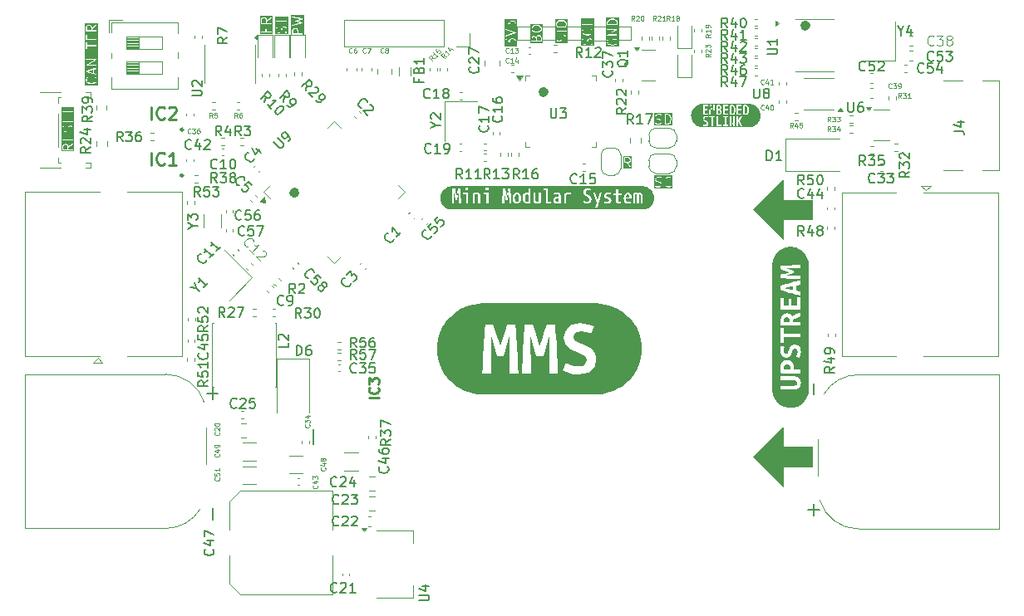
<source format=gbr>
%TF.GenerationSoftware,KiCad,Pcbnew,8.0.7-8.0.7-0~ubuntu22.04.1*%
%TF.CreationDate,2024-12-29T23:45:11+00:00*%
%TF.ProjectId,mini_module_template,6d696e69-5f6d-46f6-9475-6c655f74656d,rev?*%
%TF.SameCoordinates,Original*%
%TF.FileFunction,Legend,Top*%
%TF.FilePolarity,Positive*%
%FSLAX46Y46*%
G04 Gerber Fmt 4.6, Leading zero omitted, Abs format (unit mm)*
G04 Created by KiCad (PCBNEW 8.0.7-8.0.7-0~ubuntu22.04.1) date 2024-12-29 23:45:11*
%MOMM*%
%LPD*%
G01*
G04 APERTURE LIST*
%ADD10C,0.100000*%
%ADD11C,0.750000*%
%ADD12C,0.150000*%
%ADD13C,0.125000*%
%ADD14C,0.250000*%
%ADD15C,0.254000*%
%ADD16C,0.120000*%
%ADD17C,0.000000*%
%ADD18C,0.200000*%
G04 APERTURE END LIST*
D10*
X157600000Y-78999999D02*
X160600000Y-78999999D01*
X160600000Y-80999999D01*
X157600000Y-81000000D01*
X157600000Y-82999999D01*
X154600000Y-79999999D01*
X157600000Y-76999998D01*
X157600000Y-78999999D01*
G36*
X157600000Y-78999999D02*
G01*
X160600000Y-78999999D01*
X160600000Y-80999999D01*
X157600000Y-81000000D01*
X157600000Y-82999999D01*
X154600000Y-79999999D01*
X157600000Y-76999998D01*
X157600000Y-78999999D01*
G37*
X157600000Y-104199999D02*
X160600000Y-104200000D01*
X160600000Y-106200000D01*
X157600000Y-106200000D01*
X157600000Y-108200001D01*
X154600000Y-105200000D01*
X157600000Y-102200000D01*
X157600000Y-104199999D01*
G36*
X157600000Y-104199999D02*
G01*
X160600000Y-104200000D01*
X160600000Y-106200000D01*
X157600000Y-106200000D01*
X157600000Y-108200001D01*
X154600000Y-105200000D01*
X157600000Y-102200000D01*
X157600000Y-104199999D01*
G37*
G36*
X87336704Y-66074362D02*
G01*
X86830532Y-65905639D01*
X87336704Y-65736915D01*
X87336704Y-66074362D01*
G37*
G36*
X87071372Y-61280064D02*
G01*
X87107516Y-61316209D01*
X87146228Y-61393632D01*
X87146228Y-61712781D01*
X86722419Y-61712781D01*
X86722419Y-61393632D01*
X86761130Y-61316208D01*
X86797275Y-61280064D01*
X86874699Y-61241353D01*
X86993949Y-61241353D01*
X87071372Y-61280064D01*
G37*
G36*
X87833530Y-67304845D02*
G01*
X86511308Y-67304845D01*
X86511308Y-66715163D01*
X86622419Y-66715163D01*
X86622419Y-66810401D01*
X86623982Y-66818263D01*
X86624985Y-66826212D01*
X86672604Y-66969069D01*
X86673844Y-66971244D01*
X86673844Y-66972392D01*
X86678297Y-66979056D01*
X86682265Y-66986017D01*
X86683291Y-66986530D01*
X86684683Y-66988613D01*
X86779921Y-67083851D01*
X86786580Y-67088301D01*
X86792915Y-67093217D01*
X86888153Y-67140836D01*
X86893434Y-67142282D01*
X86898387Y-67144622D01*
X87088863Y-67192241D01*
X87094980Y-67192538D01*
X87100990Y-67193734D01*
X87243847Y-67193734D01*
X87249856Y-67192538D01*
X87255974Y-67192241D01*
X87446450Y-67144622D01*
X87451402Y-67142282D01*
X87456684Y-67140836D01*
X87551921Y-67093218D01*
X87558249Y-67088306D01*
X87564916Y-67083852D01*
X87660155Y-66988613D01*
X87661545Y-66986531D01*
X87662573Y-66986018D01*
X87666543Y-66979052D01*
X87670994Y-66972392D01*
X87670994Y-66971244D01*
X87672234Y-66969069D01*
X87719853Y-66826213D01*
X87720855Y-66818262D01*
X87722419Y-66810401D01*
X87722419Y-66715163D01*
X87720855Y-66707301D01*
X87719853Y-66699351D01*
X87672234Y-66556495D01*
X87670994Y-66554319D01*
X87670994Y-66553171D01*
X87666539Y-66546504D01*
X87662573Y-66539546D01*
X87661546Y-66539032D01*
X87660155Y-66536950D01*
X87612535Y-66489331D01*
X87596314Y-66478493D01*
X87558045Y-66478493D01*
X87530986Y-66505553D01*
X87530986Y-66543822D01*
X87541825Y-66560043D01*
X87581099Y-66599316D01*
X87622419Y-66723276D01*
X87622419Y-66802288D01*
X87581099Y-66926247D01*
X87499942Y-67007403D01*
X87416872Y-67048939D01*
X87237692Y-67093734D01*
X87107145Y-67093734D01*
X86927966Y-67048939D01*
X86844892Y-67007402D01*
X86763739Y-66926249D01*
X86722419Y-66802287D01*
X86722419Y-66723276D01*
X86763739Y-66599314D01*
X86803012Y-66560043D01*
X86813851Y-66543822D01*
X86813851Y-66505553D01*
X86786791Y-66478493D01*
X86748522Y-66478493D01*
X86732301Y-66489332D01*
X86684683Y-66536951D01*
X86683291Y-66539033D01*
X86682265Y-66539547D01*
X86678297Y-66546507D01*
X86673844Y-66553172D01*
X86673844Y-66554319D01*
X86672604Y-66556495D01*
X86624985Y-66699352D01*
X86623982Y-66707300D01*
X86622419Y-66715163D01*
X86511308Y-66715163D01*
X86511308Y-65902095D01*
X86622545Y-65902095D01*
X86623726Y-65905639D01*
X86622545Y-65909183D01*
X86629632Y-65923359D01*
X86634646Y-65938399D01*
X86637988Y-65940069D01*
X86639659Y-65943412D01*
X86656608Y-65953073D01*
X87656607Y-66286406D01*
X87675963Y-66288846D01*
X87710191Y-66271732D01*
X87722293Y-66235428D01*
X87705178Y-66201199D01*
X87688230Y-66191538D01*
X87436704Y-66107696D01*
X87436704Y-65703581D01*
X87688230Y-65619740D01*
X87705178Y-65610079D01*
X87722293Y-65575850D01*
X87710191Y-65539546D01*
X87675963Y-65522432D01*
X87656607Y-65524872D01*
X86656608Y-65858205D01*
X86639659Y-65867866D01*
X86637988Y-65871208D01*
X86634646Y-65872879D01*
X86629632Y-65887918D01*
X86622545Y-65902095D01*
X86511308Y-65902095D01*
X86511308Y-65245278D01*
X86622818Y-65245278D01*
X86626225Y-65251240D01*
X86626225Y-65258106D01*
X86635378Y-65267259D01*
X86641804Y-65278504D01*
X86648430Y-65280311D01*
X86653285Y-65285166D01*
X86672419Y-65288972D01*
X87672419Y-65288972D01*
X87691553Y-65285166D01*
X87718613Y-65258106D01*
X87718613Y-65219838D01*
X87691553Y-65192778D01*
X87672419Y-65188972D01*
X86860697Y-65188972D01*
X87697226Y-64710956D01*
X87711951Y-64698158D01*
X87713757Y-64691533D01*
X87718613Y-64686678D01*
X87718613Y-64673730D01*
X87722020Y-64661238D01*
X87718613Y-64655275D01*
X87718613Y-64648410D01*
X87709459Y-64639256D01*
X87703034Y-64628012D01*
X87696407Y-64626204D01*
X87691553Y-64621350D01*
X87672419Y-64617544D01*
X86672419Y-64617544D01*
X86653285Y-64621350D01*
X86626225Y-64648410D01*
X86626225Y-64686678D01*
X86653285Y-64713738D01*
X86672419Y-64717544D01*
X87484141Y-64717544D01*
X86647612Y-65195560D01*
X86632887Y-65208357D01*
X86631079Y-65214983D01*
X86626225Y-65219838D01*
X86626225Y-65232785D01*
X86622818Y-65245278D01*
X86511308Y-65245278D01*
X86511308Y-63000877D01*
X86622419Y-63000877D01*
X86622419Y-63572305D01*
X86626225Y-63591439D01*
X86653285Y-63618499D01*
X86691553Y-63618499D01*
X86718613Y-63591439D01*
X86722419Y-63572305D01*
X86722419Y-63336591D01*
X87672419Y-63336591D01*
X87691553Y-63332785D01*
X87718613Y-63305725D01*
X87718613Y-63267457D01*
X87691553Y-63240397D01*
X87672419Y-63236591D01*
X86722419Y-63236591D01*
X86722419Y-63000877D01*
X86718613Y-62981743D01*
X86691553Y-62954683D01*
X86653285Y-62954683D01*
X86626225Y-62981743D01*
X86622419Y-63000877D01*
X86511308Y-63000877D01*
X86511308Y-62191353D01*
X86622419Y-62191353D01*
X86622419Y-62667543D01*
X86626225Y-62686677D01*
X86653285Y-62713737D01*
X86672419Y-62717543D01*
X87672419Y-62717543D01*
X87691553Y-62713737D01*
X87718613Y-62686677D01*
X87722419Y-62667543D01*
X87722419Y-62191353D01*
X87718613Y-62172219D01*
X87691553Y-62145159D01*
X87653285Y-62145159D01*
X87626225Y-62172219D01*
X87622419Y-62191353D01*
X87622419Y-62617543D01*
X87198609Y-62617543D01*
X87198609Y-62334210D01*
X87194803Y-62315076D01*
X87167743Y-62288016D01*
X87129475Y-62288016D01*
X87102415Y-62315076D01*
X87098609Y-62334210D01*
X87098609Y-62617543D01*
X86722419Y-62617543D01*
X86722419Y-62191353D01*
X86718613Y-62172219D01*
X86691553Y-62145159D01*
X86653285Y-62145159D01*
X86626225Y-62172219D01*
X86622419Y-62191353D01*
X86511308Y-62191353D01*
X86511308Y-61381829D01*
X86622419Y-61381829D01*
X86622419Y-61762781D01*
X86626225Y-61781915D01*
X86653285Y-61808975D01*
X86672419Y-61812781D01*
X87672419Y-61812781D01*
X87691553Y-61808975D01*
X87718613Y-61781915D01*
X87718613Y-61743647D01*
X87691553Y-61716587D01*
X87672419Y-61712781D01*
X87246228Y-61712781D01*
X87246228Y-61550719D01*
X87701092Y-61232315D01*
X87714585Y-61218224D01*
X87721235Y-61180538D01*
X87699290Y-61149187D01*
X87661604Y-61142537D01*
X87643746Y-61150391D01*
X87246228Y-61428653D01*
X87246228Y-61381829D01*
X87245739Y-61379372D01*
X87246102Y-61378284D01*
X87243985Y-61370556D01*
X87242422Y-61362695D01*
X87241610Y-61361883D01*
X87240949Y-61359468D01*
X87193330Y-61264230D01*
X87188418Y-61257901D01*
X87183964Y-61251235D01*
X87136345Y-61203617D01*
X87129683Y-61199165D01*
X87123350Y-61194250D01*
X87028113Y-61146632D01*
X87025697Y-61145970D01*
X87024886Y-61145159D01*
X87017024Y-61143595D01*
X87009297Y-61141479D01*
X87008208Y-61141841D01*
X87005752Y-61141353D01*
X86862895Y-61141353D01*
X86860438Y-61141841D01*
X86859350Y-61141479D01*
X86851622Y-61143595D01*
X86843761Y-61145159D01*
X86842949Y-61145970D01*
X86840534Y-61146632D01*
X86745296Y-61194251D01*
X86738967Y-61199162D01*
X86732301Y-61203617D01*
X86684683Y-61251236D01*
X86680231Y-61257897D01*
X86675316Y-61264231D01*
X86627698Y-61359468D01*
X86627036Y-61361883D01*
X86626225Y-61362695D01*
X86624661Y-61370556D01*
X86622545Y-61378284D01*
X86622907Y-61379372D01*
X86622419Y-61381829D01*
X86511308Y-61381829D01*
X86511308Y-61030242D01*
X87833530Y-61030242D01*
X87833530Y-67304845D01*
G37*
D11*
X159708142Y-61192293D02*
X159851000Y-61049436D01*
X159851000Y-61049436D02*
X159993857Y-61192293D01*
X159993857Y-61192293D02*
X159851000Y-61335150D01*
X159851000Y-61335150D02*
X159708142Y-61192293D01*
X159708142Y-61192293D02*
X159993857Y-61192293D01*
D10*
G36*
X104886372Y-60526134D02*
G01*
X104922516Y-60562279D01*
X104961228Y-60639702D01*
X104961228Y-60958851D01*
X104537419Y-60958851D01*
X104537419Y-60639702D01*
X104576130Y-60562278D01*
X104612275Y-60526134D01*
X104689699Y-60487423D01*
X104808949Y-60487423D01*
X104886372Y-60526134D01*
G37*
G36*
X105648530Y-62074724D02*
G01*
X104326308Y-62074724D01*
X104326308Y-61437423D01*
X104437419Y-61437423D01*
X104437419Y-61913613D01*
X104441225Y-61932747D01*
X104468285Y-61959807D01*
X104487419Y-61963613D01*
X105487419Y-61963613D01*
X105506553Y-61959807D01*
X105533613Y-61932747D01*
X105537419Y-61913613D01*
X105537419Y-61437423D01*
X105533613Y-61418289D01*
X105506553Y-61391229D01*
X105468285Y-61391229D01*
X105441225Y-61418289D01*
X105437419Y-61437423D01*
X105437419Y-61863613D01*
X105013609Y-61863613D01*
X105013609Y-61580280D01*
X105009803Y-61561146D01*
X104982743Y-61534086D01*
X104944475Y-61534086D01*
X104917415Y-61561146D01*
X104913609Y-61580280D01*
X104913609Y-61863613D01*
X104537419Y-61863613D01*
X104537419Y-61437423D01*
X104533613Y-61418289D01*
X104506553Y-61391229D01*
X104468285Y-61391229D01*
X104441225Y-61418289D01*
X104437419Y-61437423D01*
X104326308Y-61437423D01*
X104326308Y-60627899D01*
X104437419Y-60627899D01*
X104437419Y-61008851D01*
X104441225Y-61027985D01*
X104468285Y-61055045D01*
X104487419Y-61058851D01*
X105487419Y-61058851D01*
X105506553Y-61055045D01*
X105533613Y-61027985D01*
X105533613Y-60989717D01*
X105506553Y-60962657D01*
X105487419Y-60958851D01*
X105061228Y-60958851D01*
X105061228Y-60796789D01*
X105516092Y-60478385D01*
X105529585Y-60464294D01*
X105536235Y-60426608D01*
X105514290Y-60395257D01*
X105476604Y-60388607D01*
X105458746Y-60396461D01*
X105061228Y-60674723D01*
X105061228Y-60627899D01*
X105060739Y-60625442D01*
X105061102Y-60624354D01*
X105058985Y-60616626D01*
X105057422Y-60608765D01*
X105056610Y-60607953D01*
X105055949Y-60605538D01*
X105008330Y-60510300D01*
X105003418Y-60503971D01*
X104998964Y-60497305D01*
X104951345Y-60449687D01*
X104944683Y-60445235D01*
X104938350Y-60440320D01*
X104843113Y-60392702D01*
X104840697Y-60392040D01*
X104839886Y-60391229D01*
X104832024Y-60389665D01*
X104824297Y-60387549D01*
X104823208Y-60387911D01*
X104820752Y-60387423D01*
X104677895Y-60387423D01*
X104675438Y-60387911D01*
X104674350Y-60387549D01*
X104666622Y-60389665D01*
X104658761Y-60391229D01*
X104657949Y-60392040D01*
X104655534Y-60392702D01*
X104560296Y-60440321D01*
X104553967Y-60445232D01*
X104547301Y-60449687D01*
X104499683Y-60497306D01*
X104495231Y-60503967D01*
X104490316Y-60510301D01*
X104442698Y-60605538D01*
X104442036Y-60607953D01*
X104441225Y-60608765D01*
X104439661Y-60616626D01*
X104437545Y-60624354D01*
X104437907Y-60625442D01*
X104437419Y-60627899D01*
X104326308Y-60627899D01*
X104326308Y-60276312D01*
X105648530Y-60276312D01*
X105648530Y-62074724D01*
G37*
G36*
X84671372Y-73413398D02*
G01*
X84707516Y-73449543D01*
X84746228Y-73526966D01*
X84746228Y-73846115D01*
X84322419Y-73846115D01*
X84322419Y-73526966D01*
X84361130Y-73449542D01*
X84397275Y-73413398D01*
X84474699Y-73374687D01*
X84593949Y-73374687D01*
X84671372Y-73413398D01*
G37*
G36*
X85433530Y-74057226D02*
G01*
X84111308Y-74057226D01*
X84111308Y-73515163D01*
X84222419Y-73515163D01*
X84222419Y-73896115D01*
X84226225Y-73915249D01*
X84253285Y-73942309D01*
X84272419Y-73946115D01*
X85272419Y-73946115D01*
X85291553Y-73942309D01*
X85318613Y-73915249D01*
X85318613Y-73876981D01*
X85291553Y-73849921D01*
X85272419Y-73846115D01*
X84846228Y-73846115D01*
X84846228Y-73684053D01*
X85301092Y-73365649D01*
X85314585Y-73351558D01*
X85321235Y-73313872D01*
X85299290Y-73282521D01*
X85261604Y-73275871D01*
X85243746Y-73283725D01*
X84846228Y-73561987D01*
X84846228Y-73515163D01*
X84845739Y-73512706D01*
X84846102Y-73511618D01*
X84843985Y-73503890D01*
X84842422Y-73496029D01*
X84841610Y-73495217D01*
X84840949Y-73492802D01*
X84793330Y-73397564D01*
X84788418Y-73391235D01*
X84783964Y-73384569D01*
X84736345Y-73336951D01*
X84729683Y-73332499D01*
X84723350Y-73327584D01*
X84628113Y-73279966D01*
X84625697Y-73279304D01*
X84624886Y-73278493D01*
X84617024Y-73276929D01*
X84609297Y-73274813D01*
X84608208Y-73275175D01*
X84605752Y-73274687D01*
X84462895Y-73274687D01*
X84460438Y-73275175D01*
X84459350Y-73274813D01*
X84451622Y-73276929D01*
X84443761Y-73278493D01*
X84442949Y-73279304D01*
X84440534Y-73279966D01*
X84345296Y-73327585D01*
X84338967Y-73332496D01*
X84332301Y-73336951D01*
X84284683Y-73384570D01*
X84280231Y-73391231D01*
X84275316Y-73397565D01*
X84227698Y-73492802D01*
X84227036Y-73495217D01*
X84226225Y-73496029D01*
X84224661Y-73503890D01*
X84222545Y-73511618D01*
X84222907Y-73512706D01*
X84222419Y-73515163D01*
X84111308Y-73515163D01*
X84111308Y-72419925D01*
X84222419Y-72419925D01*
X84222419Y-72896115D01*
X84226225Y-72915249D01*
X84253285Y-72942309D01*
X84272419Y-72946115D01*
X85272419Y-72946115D01*
X85291553Y-72942309D01*
X85318613Y-72915249D01*
X85322419Y-72896115D01*
X85322419Y-72419925D01*
X85318613Y-72400791D01*
X85291553Y-72373731D01*
X85253285Y-72373731D01*
X85226225Y-72400791D01*
X85222419Y-72419925D01*
X85222419Y-72846115D01*
X84798609Y-72846115D01*
X84798609Y-72562782D01*
X84794803Y-72543648D01*
X84767743Y-72516588D01*
X84729475Y-72516588D01*
X84702415Y-72543648D01*
X84698609Y-72562782D01*
X84698609Y-72846115D01*
X84322419Y-72846115D01*
X84322419Y-72419925D01*
X84318613Y-72400791D01*
X84291553Y-72373731D01*
X84253285Y-72373731D01*
X84226225Y-72400791D01*
X84222419Y-72419925D01*
X84111308Y-72419925D01*
X84111308Y-71610401D01*
X84222419Y-71610401D01*
X84222419Y-71848496D01*
X84222907Y-71850952D01*
X84222545Y-71852041D01*
X84224661Y-71859768D01*
X84226225Y-71867630D01*
X84227036Y-71868441D01*
X84227698Y-71870857D01*
X84275316Y-71966094D01*
X84280231Y-71972427D01*
X84284683Y-71979089D01*
X84332301Y-72026708D01*
X84338967Y-72031162D01*
X84345296Y-72036074D01*
X84440534Y-72083693D01*
X84442949Y-72084354D01*
X84443761Y-72085166D01*
X84451622Y-72086729D01*
X84459350Y-72088846D01*
X84460438Y-72088483D01*
X84462895Y-72088972D01*
X84558133Y-72088972D01*
X84560589Y-72088483D01*
X84561678Y-72088846D01*
X84569405Y-72086729D01*
X84577267Y-72085166D01*
X84578078Y-72084354D01*
X84580494Y-72083693D01*
X84675731Y-72036075D01*
X84682064Y-72031159D01*
X84688726Y-72026708D01*
X84736345Y-71979090D01*
X84740799Y-71972423D01*
X84745711Y-71966095D01*
X84793330Y-71870857D01*
X84794776Y-71865575D01*
X84797116Y-71860623D01*
X84843404Y-71675471D01*
X84884939Y-71592399D01*
X84921084Y-71556255D01*
X84998508Y-71517544D01*
X85070139Y-71517544D01*
X85147561Y-71556255D01*
X85183708Y-71592401D01*
X85222419Y-71669823D01*
X85222419Y-71888002D01*
X85177366Y-72023161D01*
X85174926Y-72042516D01*
X85192040Y-72076745D01*
X85228344Y-72088846D01*
X85262573Y-72071732D01*
X85272234Y-72054783D01*
X85319853Y-71911927D01*
X85320855Y-71903976D01*
X85322419Y-71896115D01*
X85322419Y-71658020D01*
X85321930Y-71655563D01*
X85322293Y-71654475D01*
X85320176Y-71646747D01*
X85318613Y-71638886D01*
X85317801Y-71638074D01*
X85317140Y-71635659D01*
X85269521Y-71540421D01*
X85264609Y-71534092D01*
X85260155Y-71527426D01*
X85212535Y-71479807D01*
X85205868Y-71475352D01*
X85199540Y-71470441D01*
X85104303Y-71422823D01*
X85101887Y-71422161D01*
X85101076Y-71421350D01*
X85093214Y-71419786D01*
X85085487Y-71417670D01*
X85084398Y-71418032D01*
X85081942Y-71417544D01*
X84986704Y-71417544D01*
X84984247Y-71418032D01*
X84983159Y-71417670D01*
X84975431Y-71419786D01*
X84967570Y-71421350D01*
X84966758Y-71422161D01*
X84964343Y-71422823D01*
X84869105Y-71470442D01*
X84862776Y-71475353D01*
X84856110Y-71479808D01*
X84808492Y-71527427D01*
X84804040Y-71534088D01*
X84799125Y-71540422D01*
X84751507Y-71635659D01*
X84750060Y-71640940D01*
X84747721Y-71645893D01*
X84701433Y-71831043D01*
X84659897Y-71914115D01*
X84623753Y-71950260D01*
X84546330Y-71988972D01*
X84474699Y-71988972D01*
X84397275Y-71950260D01*
X84361130Y-71914116D01*
X84322419Y-71836693D01*
X84322419Y-71618514D01*
X84367472Y-71483356D01*
X84369912Y-71464000D01*
X84352798Y-71429772D01*
X84316494Y-71417670D01*
X84282265Y-71434785D01*
X84272604Y-71451733D01*
X84224985Y-71594590D01*
X84223982Y-71602538D01*
X84222419Y-71610401D01*
X84111308Y-71610401D01*
X84111308Y-70562782D01*
X84222419Y-70562782D01*
X84222419Y-71038972D01*
X84226225Y-71058106D01*
X84253285Y-71085166D01*
X84272419Y-71088972D01*
X85272419Y-71088972D01*
X85291553Y-71085166D01*
X85318613Y-71058106D01*
X85322419Y-71038972D01*
X85322419Y-70562782D01*
X85318613Y-70543648D01*
X85291553Y-70516588D01*
X85253285Y-70516588D01*
X85226225Y-70543648D01*
X85222419Y-70562782D01*
X85222419Y-70988972D01*
X84798609Y-70988972D01*
X84798609Y-70705639D01*
X84794803Y-70686505D01*
X84767743Y-70659445D01*
X84729475Y-70659445D01*
X84702415Y-70686505D01*
X84698609Y-70705639D01*
X84698609Y-70988972D01*
X84322419Y-70988972D01*
X84322419Y-70562782D01*
X84318613Y-70543648D01*
X84291553Y-70516588D01*
X84253285Y-70516588D01*
X84226225Y-70543648D01*
X84222419Y-70562782D01*
X84111308Y-70562782D01*
X84111308Y-69705639D01*
X84222419Y-69705639D01*
X84222419Y-70277067D01*
X84226225Y-70296201D01*
X84253285Y-70323261D01*
X84291553Y-70323261D01*
X84318613Y-70296201D01*
X84322419Y-70277067D01*
X84322419Y-70041353D01*
X85272419Y-70041353D01*
X85291553Y-70037547D01*
X85318613Y-70010487D01*
X85318613Y-69972219D01*
X85291553Y-69945159D01*
X85272419Y-69941353D01*
X84322419Y-69941353D01*
X84322419Y-69705639D01*
X84318613Y-69686505D01*
X84291553Y-69659445D01*
X84253285Y-69659445D01*
X84226225Y-69686505D01*
X84222419Y-69705639D01*
X84111308Y-69705639D01*
X84111308Y-69548334D01*
X85433530Y-69548334D01*
X85433530Y-74057226D01*
G37*
D11*
X133188906Y-67830542D02*
X133331763Y-67973400D01*
X133331763Y-67973400D02*
X133188906Y-68116257D01*
X133188906Y-68116257D02*
X133046049Y-67973400D01*
X133046049Y-67973400D02*
X133188906Y-67830542D01*
X133188906Y-67830542D02*
X133188906Y-68116257D01*
D10*
G36*
X107203530Y-62104845D02*
G01*
X105881308Y-62104845D01*
X105881308Y-61515163D01*
X105992419Y-61515163D01*
X105992419Y-61753258D01*
X105992907Y-61755714D01*
X105992545Y-61756803D01*
X105994661Y-61764530D01*
X105996225Y-61772392D01*
X105997036Y-61773203D01*
X105997698Y-61775619D01*
X106045316Y-61870856D01*
X106050231Y-61877189D01*
X106054683Y-61883851D01*
X106102301Y-61931470D01*
X106108967Y-61935924D01*
X106115296Y-61940836D01*
X106210534Y-61988455D01*
X106212949Y-61989116D01*
X106213761Y-61989928D01*
X106221622Y-61991491D01*
X106229350Y-61993608D01*
X106230438Y-61993245D01*
X106232895Y-61993734D01*
X106328133Y-61993734D01*
X106330589Y-61993245D01*
X106331678Y-61993608D01*
X106339405Y-61991491D01*
X106347267Y-61989928D01*
X106348078Y-61989116D01*
X106350494Y-61988455D01*
X106445731Y-61940837D01*
X106452064Y-61935921D01*
X106458726Y-61931470D01*
X106506345Y-61883852D01*
X106510799Y-61877185D01*
X106515711Y-61870857D01*
X106563330Y-61775619D01*
X106564776Y-61770337D01*
X106567116Y-61765385D01*
X106613404Y-61580233D01*
X106654939Y-61497161D01*
X106691084Y-61461017D01*
X106768508Y-61422306D01*
X106840139Y-61422306D01*
X106917561Y-61461017D01*
X106953708Y-61497163D01*
X106992419Y-61574585D01*
X106992419Y-61792764D01*
X106947366Y-61927923D01*
X106944926Y-61947278D01*
X106962040Y-61981507D01*
X106998344Y-61993608D01*
X107032573Y-61976494D01*
X107042234Y-61959545D01*
X107089853Y-61816689D01*
X107090855Y-61808738D01*
X107092419Y-61800877D01*
X107092419Y-61562782D01*
X107091930Y-61560325D01*
X107092293Y-61559237D01*
X107090176Y-61551509D01*
X107088613Y-61543648D01*
X107087801Y-61542836D01*
X107087140Y-61540421D01*
X107039521Y-61445183D01*
X107034609Y-61438854D01*
X107030155Y-61432188D01*
X106982535Y-61384569D01*
X106975868Y-61380114D01*
X106969540Y-61375203D01*
X106874303Y-61327585D01*
X106871887Y-61326923D01*
X106871076Y-61326112D01*
X106863214Y-61324548D01*
X106855487Y-61322432D01*
X106854398Y-61322794D01*
X106851942Y-61322306D01*
X106756704Y-61322306D01*
X106754247Y-61322794D01*
X106753159Y-61322432D01*
X106745431Y-61324548D01*
X106737570Y-61326112D01*
X106736758Y-61326923D01*
X106734343Y-61327585D01*
X106639105Y-61375204D01*
X106632776Y-61380115D01*
X106626110Y-61384570D01*
X106578492Y-61432189D01*
X106574040Y-61438850D01*
X106569125Y-61445184D01*
X106521507Y-61540421D01*
X106520060Y-61545702D01*
X106517721Y-61550655D01*
X106471433Y-61735805D01*
X106429897Y-61818877D01*
X106393753Y-61855022D01*
X106316330Y-61893734D01*
X106244699Y-61893734D01*
X106167275Y-61855022D01*
X106131130Y-61818878D01*
X106092419Y-61741455D01*
X106092419Y-61523276D01*
X106137472Y-61388118D01*
X106139912Y-61368762D01*
X106122798Y-61334534D01*
X106086494Y-61322432D01*
X106052265Y-61339547D01*
X106042604Y-61356495D01*
X105994985Y-61499352D01*
X105993982Y-61507300D01*
X105992419Y-61515163D01*
X105881308Y-61515163D01*
X105881308Y-60515163D01*
X105992419Y-60515163D01*
X105992419Y-61086591D01*
X105996225Y-61105725D01*
X106023285Y-61132785D01*
X106061553Y-61132785D01*
X106088613Y-61105725D01*
X106092419Y-61086591D01*
X106092419Y-60850877D01*
X107042419Y-60850877D01*
X107061553Y-60847071D01*
X107088613Y-60820011D01*
X107088613Y-60781743D01*
X107061553Y-60754683D01*
X107042419Y-60750877D01*
X106092419Y-60750877D01*
X106092419Y-60515163D01*
X106088613Y-60496029D01*
X106061553Y-60468969D01*
X106023285Y-60468969D01*
X105996225Y-60496029D01*
X105992419Y-60515163D01*
X105881308Y-60515163D01*
X105881308Y-60357858D01*
X107203530Y-60357858D01*
X107203530Y-62104845D01*
G37*
G36*
X146384998Y-77833530D02*
G01*
X144495154Y-77833530D01*
X144495154Y-76862895D01*
X144606265Y-76862895D01*
X144606265Y-76958133D01*
X144606753Y-76960589D01*
X144606391Y-76961678D01*
X144608507Y-76969405D01*
X144610071Y-76977267D01*
X144610882Y-76978078D01*
X144611544Y-76980494D01*
X144659162Y-77075731D01*
X144664077Y-77082064D01*
X144668529Y-77088726D01*
X144716147Y-77136345D01*
X144722813Y-77140799D01*
X144729142Y-77145711D01*
X144824380Y-77193330D01*
X144829661Y-77194776D01*
X144834614Y-77197116D01*
X145019766Y-77243404D01*
X145102837Y-77284939D01*
X145138981Y-77321084D01*
X145177693Y-77398507D01*
X145177693Y-77470138D01*
X145138981Y-77547561D01*
X145102835Y-77583708D01*
X145025414Y-77622419D01*
X144807235Y-77622419D01*
X144672076Y-77577366D01*
X144652721Y-77574926D01*
X144618492Y-77592040D01*
X144606391Y-77628344D01*
X144623505Y-77662573D01*
X144640454Y-77672234D01*
X144783310Y-77719853D01*
X144791260Y-77720855D01*
X144799122Y-77722419D01*
X145037217Y-77722419D01*
X145039673Y-77721930D01*
X145040762Y-77722293D01*
X145048489Y-77720176D01*
X145056351Y-77718613D01*
X145057162Y-77717801D01*
X145059578Y-77717140D01*
X145154815Y-77669522D01*
X145161142Y-77664611D01*
X145167811Y-77660155D01*
X145215430Y-77612535D01*
X145219883Y-77605869D01*
X145224795Y-77599541D01*
X145272414Y-77504303D01*
X145273075Y-77501887D01*
X145273887Y-77501076D01*
X145275450Y-77493214D01*
X145277567Y-77485487D01*
X145277204Y-77484398D01*
X145277693Y-77481942D01*
X145277693Y-77386704D01*
X145277204Y-77384247D01*
X145277567Y-77383159D01*
X145275450Y-77375431D01*
X145273887Y-77367570D01*
X145273075Y-77366758D01*
X145272414Y-77364343D01*
X145224795Y-77269105D01*
X145219883Y-77262776D01*
X145215429Y-77256110D01*
X145167810Y-77208492D01*
X145161148Y-77204040D01*
X145154815Y-77199125D01*
X145059578Y-77151507D01*
X145054296Y-77150060D01*
X145049344Y-77147721D01*
X144864193Y-77101433D01*
X144863307Y-77100990D01*
X145558646Y-77100990D01*
X145558646Y-77243847D01*
X145559841Y-77249856D01*
X145560139Y-77255974D01*
X145607758Y-77446450D01*
X145610097Y-77451402D01*
X145611544Y-77456684D01*
X145659162Y-77551921D01*
X145664073Y-77558249D01*
X145668528Y-77564916D01*
X145763767Y-77660155D01*
X145765848Y-77661545D01*
X145766362Y-77662573D01*
X145773327Y-77666543D01*
X145779988Y-77670994D01*
X145781136Y-77670994D01*
X145783311Y-77672234D01*
X145926167Y-77719853D01*
X145934117Y-77720855D01*
X145941979Y-77722419D01*
X146037217Y-77722419D01*
X146045079Y-77720855D01*
X146053028Y-77719853D01*
X146195885Y-77672234D01*
X146198060Y-77670994D01*
X146199209Y-77670994D01*
X146205879Y-77666536D01*
X146212833Y-77662573D01*
X146213345Y-77661547D01*
X146215430Y-77660155D01*
X146263049Y-77612535D01*
X146273887Y-77596314D01*
X146273887Y-77558045D01*
X146246827Y-77530986D01*
X146208558Y-77530986D01*
X146192337Y-77541825D01*
X146153064Y-77581098D01*
X146029104Y-77622419D01*
X145950092Y-77622419D01*
X145826132Y-77581099D01*
X145744976Y-77499942D01*
X145703441Y-77416872D01*
X145658646Y-77237692D01*
X145658646Y-77107145D01*
X145703441Y-76927965D01*
X145744977Y-76844893D01*
X145826130Y-76763739D01*
X145950092Y-76722419D01*
X146029104Y-76722419D01*
X146153065Y-76763739D01*
X146192337Y-76803012D01*
X146208558Y-76813851D01*
X146246827Y-76813851D01*
X146273887Y-76786791D01*
X146273887Y-76748522D01*
X146263048Y-76732301D01*
X146215429Y-76684683D01*
X146213346Y-76683291D01*
X146212833Y-76682265D01*
X146205872Y-76678297D01*
X146199208Y-76673844D01*
X146198060Y-76673844D01*
X146195885Y-76672604D01*
X146053028Y-76624985D01*
X146045079Y-76623982D01*
X146037217Y-76622419D01*
X145941979Y-76622419D01*
X145934117Y-76623982D01*
X145926167Y-76624985D01*
X145783311Y-76672604D01*
X145781136Y-76673844D01*
X145779988Y-76673844D01*
X145773327Y-76678294D01*
X145766362Y-76682265D01*
X145765848Y-76683292D01*
X145763767Y-76684683D01*
X145668529Y-76779921D01*
X145664077Y-76786582D01*
X145659162Y-76792916D01*
X145611544Y-76888153D01*
X145610097Y-76893434D01*
X145607758Y-76898387D01*
X145560139Y-77088863D01*
X145559841Y-77094980D01*
X145558646Y-77100990D01*
X144863307Y-77100990D01*
X144781121Y-77059897D01*
X144744976Y-77023753D01*
X144706265Y-76946330D01*
X144706265Y-76874698D01*
X144744976Y-76797274D01*
X144781121Y-76761130D01*
X144858545Y-76722419D01*
X145076723Y-76722419D01*
X145211881Y-76767472D01*
X145231237Y-76769912D01*
X145265465Y-76752798D01*
X145277567Y-76716494D01*
X145260452Y-76682265D01*
X145243504Y-76672604D01*
X145100647Y-76624985D01*
X145092698Y-76623982D01*
X145084836Y-76622419D01*
X144846741Y-76622419D01*
X144844284Y-76622907D01*
X144843196Y-76622545D01*
X144835468Y-76624661D01*
X144827607Y-76626225D01*
X144826795Y-76627036D01*
X144824380Y-76627698D01*
X144729142Y-76675317D01*
X144722813Y-76680228D01*
X144716147Y-76684683D01*
X144668529Y-76732302D01*
X144664077Y-76738963D01*
X144659162Y-76745297D01*
X144611544Y-76840534D01*
X144610882Y-76842949D01*
X144610071Y-76843761D01*
X144608507Y-76851622D01*
X144606391Y-76859350D01*
X144606753Y-76860438D01*
X144606265Y-76862895D01*
X144495154Y-76862895D01*
X144495154Y-76511308D01*
X146384998Y-76511308D01*
X146384998Y-77833530D01*
G37*
G36*
X140488072Y-60665063D02*
G01*
X140571142Y-60706598D01*
X140652299Y-60787754D01*
X140693619Y-60911714D01*
X140693619Y-61091696D01*
X139793619Y-61091696D01*
X139793619Y-60911714D01*
X139834939Y-60787752D01*
X139916092Y-60706599D01*
X139999166Y-60665062D01*
X140178345Y-60620268D01*
X140308892Y-60620268D01*
X140488072Y-60665063D01*
G37*
G36*
X140904730Y-63398045D02*
G01*
X139582508Y-63398045D01*
X139582508Y-62760744D01*
X139693619Y-62760744D01*
X139693619Y-62903601D01*
X139695182Y-62911463D01*
X139696185Y-62919412D01*
X139743804Y-63062269D01*
X139745044Y-63064444D01*
X139745044Y-63065592D01*
X139749497Y-63072256D01*
X139753465Y-63079217D01*
X139754491Y-63079730D01*
X139755883Y-63081813D01*
X139851121Y-63177051D01*
X139857780Y-63181501D01*
X139864115Y-63186417D01*
X139959353Y-63234036D01*
X139964634Y-63235482D01*
X139969587Y-63237822D01*
X140160063Y-63285441D01*
X140166180Y-63285738D01*
X140172190Y-63286934D01*
X140315047Y-63286934D01*
X140321056Y-63285738D01*
X140327174Y-63285441D01*
X140517650Y-63237822D01*
X140522602Y-63235482D01*
X140527884Y-63234036D01*
X140623121Y-63186418D01*
X140629449Y-63181506D01*
X140636116Y-63177052D01*
X140731355Y-63081813D01*
X140732745Y-63079731D01*
X140733773Y-63079218D01*
X140737743Y-63072252D01*
X140742194Y-63065592D01*
X140742194Y-63064444D01*
X140743434Y-63062269D01*
X140791053Y-62919413D01*
X140792055Y-62911462D01*
X140793619Y-62903601D01*
X140793619Y-62808363D01*
X140792055Y-62800501D01*
X140791053Y-62792551D01*
X140743434Y-62649695D01*
X140742194Y-62647519D01*
X140742194Y-62646371D01*
X140737739Y-62639704D01*
X140733773Y-62632746D01*
X140732746Y-62632232D01*
X140731355Y-62630150D01*
X140683735Y-62582531D01*
X140667514Y-62571693D01*
X140648380Y-62567887D01*
X140315047Y-62567887D01*
X140295913Y-62571693D01*
X140268853Y-62598753D01*
X140265047Y-62617887D01*
X140265047Y-62808363D01*
X140268853Y-62827497D01*
X140295913Y-62854557D01*
X140334181Y-62854557D01*
X140361241Y-62827497D01*
X140365047Y-62808363D01*
X140365047Y-62667887D01*
X140627669Y-62667887D01*
X140652299Y-62692516D01*
X140693619Y-62816476D01*
X140693619Y-62895488D01*
X140652299Y-63019447D01*
X140571142Y-63100603D01*
X140488072Y-63142139D01*
X140308892Y-63186934D01*
X140178345Y-63186934D01*
X139999166Y-63142139D01*
X139916092Y-63100602D01*
X139834939Y-63019449D01*
X139793619Y-62895487D01*
X139793619Y-62772547D01*
X139835959Y-62687867D01*
X139841112Y-62669051D01*
X139829010Y-62632746D01*
X139794782Y-62615632D01*
X139758478Y-62627734D01*
X139746516Y-62643146D01*
X139698898Y-62738383D01*
X139698236Y-62740798D01*
X139697425Y-62741610D01*
X139695861Y-62749471D01*
X139693745Y-62757199D01*
X139694107Y-62758287D01*
X139693619Y-62760744D01*
X139582508Y-62760744D01*
X139582508Y-62195621D01*
X139694018Y-62195621D01*
X139697425Y-62201583D01*
X139697425Y-62208449D01*
X139706578Y-62217602D01*
X139713004Y-62228847D01*
X139719630Y-62230654D01*
X139724485Y-62235509D01*
X139743619Y-62239315D01*
X140743619Y-62239315D01*
X140762753Y-62235509D01*
X140789813Y-62208449D01*
X140789813Y-62170181D01*
X140762753Y-62143121D01*
X140743619Y-62139315D01*
X139931897Y-62139315D01*
X140768426Y-61661299D01*
X140783151Y-61648501D01*
X140784957Y-61641876D01*
X140789813Y-61637021D01*
X140789813Y-61624073D01*
X140793220Y-61611581D01*
X140789813Y-61605618D01*
X140789813Y-61598753D01*
X140780659Y-61589599D01*
X140774234Y-61578355D01*
X140767607Y-61576547D01*
X140762753Y-61571693D01*
X140743619Y-61567887D01*
X139743619Y-61567887D01*
X139724485Y-61571693D01*
X139697425Y-61598753D01*
X139697425Y-61637021D01*
X139724485Y-61664081D01*
X139743619Y-61667887D01*
X140555341Y-61667887D01*
X139718812Y-62145903D01*
X139704087Y-62158700D01*
X139702279Y-62165326D01*
X139697425Y-62170181D01*
X139697425Y-62183128D01*
X139694018Y-62195621D01*
X139582508Y-62195621D01*
X139582508Y-60903601D01*
X139693619Y-60903601D01*
X139693619Y-61141696D01*
X139697425Y-61160830D01*
X139724485Y-61187890D01*
X139743619Y-61191696D01*
X140743619Y-61191696D01*
X140762753Y-61187890D01*
X140789813Y-61160830D01*
X140793619Y-61141696D01*
X140793619Y-60903601D01*
X140792055Y-60895739D01*
X140791053Y-60887789D01*
X140743434Y-60744933D01*
X140742194Y-60742757D01*
X140742194Y-60741610D01*
X140737743Y-60734949D01*
X140733773Y-60727984D01*
X140732745Y-60727470D01*
X140731355Y-60725389D01*
X140636116Y-60630150D01*
X140629449Y-60625695D01*
X140623121Y-60620784D01*
X140527884Y-60573166D01*
X140522602Y-60571719D01*
X140517650Y-60569380D01*
X140327174Y-60521761D01*
X140321056Y-60521463D01*
X140315047Y-60520268D01*
X140172190Y-60520268D01*
X140166180Y-60521463D01*
X140160063Y-60521761D01*
X139969587Y-60569380D01*
X139964634Y-60571719D01*
X139959353Y-60573166D01*
X139864115Y-60620785D01*
X139857780Y-60625700D01*
X139851121Y-60630151D01*
X139755883Y-60725389D01*
X139754491Y-60727471D01*
X139753465Y-60727985D01*
X139749497Y-60734945D01*
X139745044Y-60741610D01*
X139745044Y-60742757D01*
X139743804Y-60744933D01*
X139696185Y-60887790D01*
X139695182Y-60895738D01*
X139693619Y-60903601D01*
X139582508Y-60903601D01*
X139582508Y-60409157D01*
X140904730Y-60409157D01*
X140904730Y-63398045D01*
G37*
G36*
X108071372Y-61613398D02*
G01*
X108107516Y-61649543D01*
X108146228Y-61726966D01*
X108146228Y-62046115D01*
X107722419Y-62046115D01*
X107722419Y-61726966D01*
X107761130Y-61649542D01*
X107797275Y-61613398D01*
X107874699Y-61574687D01*
X107993949Y-61574687D01*
X108071372Y-61613398D01*
G37*
G36*
X108833095Y-62257226D02*
G01*
X107511308Y-62257226D01*
X107511308Y-61715163D01*
X107622419Y-61715163D01*
X107622419Y-62096115D01*
X107626225Y-62115249D01*
X107653285Y-62142309D01*
X107672419Y-62146115D01*
X108672419Y-62146115D01*
X108691553Y-62142309D01*
X108718613Y-62115249D01*
X108718613Y-62076981D01*
X108691553Y-62049921D01*
X108672419Y-62046115D01*
X108246228Y-62046115D01*
X108246228Y-61715163D01*
X108245739Y-61712706D01*
X108246102Y-61711618D01*
X108243985Y-61703890D01*
X108242422Y-61696029D01*
X108241610Y-61695217D01*
X108240949Y-61692802D01*
X108193330Y-61597564D01*
X108188418Y-61591235D01*
X108183964Y-61584569D01*
X108136345Y-61536951D01*
X108129683Y-61532499D01*
X108123350Y-61527584D01*
X108028113Y-61479966D01*
X108025697Y-61479304D01*
X108024886Y-61478493D01*
X108017024Y-61476929D01*
X108009297Y-61474813D01*
X108008208Y-61475175D01*
X108005752Y-61474687D01*
X107862895Y-61474687D01*
X107860438Y-61475175D01*
X107859350Y-61474813D01*
X107851622Y-61476929D01*
X107843761Y-61478493D01*
X107842949Y-61479304D01*
X107840534Y-61479966D01*
X107745296Y-61527585D01*
X107738967Y-61532496D01*
X107732301Y-61536951D01*
X107684683Y-61584570D01*
X107680231Y-61591231D01*
X107675316Y-61597565D01*
X107627698Y-61692802D01*
X107627036Y-61695217D01*
X107626225Y-61696029D01*
X107624661Y-61703890D01*
X107622545Y-61711618D01*
X107622907Y-61712706D01*
X107622419Y-61715163D01*
X107511308Y-61715163D01*
X107511308Y-60342125D01*
X107623049Y-60342125D01*
X107643106Y-60374717D01*
X107660838Y-60382851D01*
X108468075Y-60575050D01*
X107945250Y-60714470D01*
X107927743Y-60723078D01*
X107924327Y-60728976D01*
X107918429Y-60732392D01*
X107915080Y-60744950D01*
X107908569Y-60756197D01*
X107910325Y-60762782D01*
X107908569Y-60769367D01*
X107915080Y-60780613D01*
X107918429Y-60793172D01*
X107924327Y-60796587D01*
X107927743Y-60802486D01*
X107945250Y-60811094D01*
X108468075Y-60950513D01*
X107660838Y-61142713D01*
X107643106Y-61150847D01*
X107623049Y-61183439D01*
X107631913Y-61220666D01*
X107664505Y-61240723D01*
X107684000Y-61239993D01*
X108684000Y-61001898D01*
X108701732Y-60993764D01*
X108705651Y-60987394D01*
X108712123Y-60983648D01*
X108715308Y-60971701D01*
X108721789Y-60961172D01*
X108720057Y-60953898D01*
X108721984Y-60946673D01*
X108715788Y-60935971D01*
X108712925Y-60923945D01*
X108706557Y-60920026D01*
X108702810Y-60913554D01*
X108685302Y-60904946D01*
X108152186Y-60762782D01*
X108685302Y-60620618D01*
X108702810Y-60612010D01*
X108706557Y-60605537D01*
X108712925Y-60601619D01*
X108715788Y-60589592D01*
X108721984Y-60578891D01*
X108720057Y-60571665D01*
X108721789Y-60564392D01*
X108715308Y-60553862D01*
X108712123Y-60541916D01*
X108705651Y-60538169D01*
X108701732Y-60531800D01*
X108684000Y-60523666D01*
X107684000Y-60285571D01*
X107664505Y-60284841D01*
X107631913Y-60304898D01*
X107623049Y-60342125D01*
X107511308Y-60342125D01*
X107511308Y-60173730D01*
X108833095Y-60173730D01*
X108833095Y-62257226D01*
G37*
G36*
X130541530Y-63340258D02*
G01*
X129219308Y-63340258D01*
X129219308Y-62563906D01*
X129330419Y-62563906D01*
X129330419Y-63182953D01*
X129334225Y-63202087D01*
X129361285Y-63229147D01*
X129399553Y-63229147D01*
X129426613Y-63202087D01*
X129430419Y-63182953D01*
X129430419Y-62674094D01*
X129728446Y-62934868D01*
X129740766Y-62941962D01*
X129742237Y-62943433D01*
X129743320Y-62943433D01*
X129745352Y-62944603D01*
X129762906Y-62943433D01*
X129780505Y-62943433D01*
X129781761Y-62942176D01*
X129783536Y-62942058D01*
X129795124Y-62928813D01*
X129807565Y-62916373D01*
X129808022Y-62914072D01*
X129808735Y-62913258D01*
X129808596Y-62911185D01*
X129811371Y-62897239D01*
X129811371Y-62766185D01*
X129850082Y-62688761D01*
X129886227Y-62652617D01*
X129963651Y-62613906D01*
X130178139Y-62613906D01*
X130255561Y-62652617D01*
X130291708Y-62688763D01*
X130330419Y-62766185D01*
X130330419Y-63028292D01*
X130291708Y-63105714D01*
X130249825Y-63147597D01*
X130238986Y-63163818D01*
X130238986Y-63202087D01*
X130266045Y-63229147D01*
X130304314Y-63229147D01*
X130320535Y-63218309D01*
X130368155Y-63170690D01*
X130372609Y-63164023D01*
X130377521Y-63157695D01*
X130425140Y-63062457D01*
X130425801Y-63060041D01*
X130426613Y-63059230D01*
X130428176Y-63051368D01*
X130430293Y-63043641D01*
X130429930Y-63042552D01*
X130430419Y-63040096D01*
X130430419Y-62754382D01*
X130429930Y-62751925D01*
X130430293Y-62750837D01*
X130428176Y-62743109D01*
X130426613Y-62735248D01*
X130425801Y-62734436D01*
X130425140Y-62732021D01*
X130377521Y-62636783D01*
X130372609Y-62630454D01*
X130368155Y-62623788D01*
X130320535Y-62576169D01*
X130313868Y-62571714D01*
X130307540Y-62566803D01*
X130212303Y-62519185D01*
X130209887Y-62518523D01*
X130209076Y-62517712D01*
X130201214Y-62516148D01*
X130193487Y-62514032D01*
X130192398Y-62514394D01*
X130189942Y-62513906D01*
X129951847Y-62513906D01*
X129949390Y-62514394D01*
X129948302Y-62514032D01*
X129940574Y-62516148D01*
X129932713Y-62517712D01*
X129931901Y-62518523D01*
X129929486Y-62519185D01*
X129834248Y-62566804D01*
X129827919Y-62571715D01*
X129821253Y-62576170D01*
X129773635Y-62623789D01*
X129769183Y-62630450D01*
X129764268Y-62636784D01*
X129716650Y-62732021D01*
X129715988Y-62734436D01*
X129715177Y-62735248D01*
X129713613Y-62743109D01*
X129711497Y-62750837D01*
X129711859Y-62751925D01*
X129711371Y-62754382D01*
X129711371Y-62787050D01*
X129413344Y-62526277D01*
X129401023Y-62519182D01*
X129399553Y-62517712D01*
X129398470Y-62517712D01*
X129396438Y-62516542D01*
X129378884Y-62517712D01*
X129361285Y-62517712D01*
X129360028Y-62518968D01*
X129358254Y-62519087D01*
X129346665Y-62532331D01*
X129334225Y-62544772D01*
X129333767Y-62547072D01*
X129333055Y-62547887D01*
X129333193Y-62549959D01*
X129330419Y-62563906D01*
X129219308Y-62563906D01*
X129219308Y-61615069D01*
X129330545Y-61615069D01*
X129347659Y-61649298D01*
X129364608Y-61658959D01*
X130222305Y-61944858D01*
X129364608Y-62230757D01*
X129347659Y-62240418D01*
X129330545Y-62274647D01*
X129342646Y-62310951D01*
X129376875Y-62328065D01*
X129396230Y-62325625D01*
X130396230Y-61992292D01*
X130413178Y-61982631D01*
X130414849Y-61979288D01*
X130418191Y-61977618D01*
X130423204Y-61962579D01*
X130430293Y-61948402D01*
X130429111Y-61944858D01*
X130430293Y-61941314D01*
X130423204Y-61927136D01*
X130418191Y-61912098D01*
X130414849Y-61910427D01*
X130413178Y-61907085D01*
X130396230Y-61897424D01*
X129396230Y-61564091D01*
X129376875Y-61561651D01*
X129342646Y-61578765D01*
X129330545Y-61615069D01*
X129219308Y-61615069D01*
X129219308Y-60754382D01*
X129330419Y-60754382D01*
X129330419Y-61373429D01*
X129334225Y-61392563D01*
X129361285Y-61419623D01*
X129399553Y-61419623D01*
X129426613Y-61392563D01*
X129430419Y-61373429D01*
X129430419Y-60864570D01*
X129728446Y-61125344D01*
X129740766Y-61132438D01*
X129742237Y-61133909D01*
X129743320Y-61133909D01*
X129745352Y-61135079D01*
X129762906Y-61133909D01*
X129780505Y-61133909D01*
X129781761Y-61132652D01*
X129783536Y-61132534D01*
X129795124Y-61119289D01*
X129807565Y-61106849D01*
X129808022Y-61104548D01*
X129808735Y-61103734D01*
X129808596Y-61101661D01*
X129811371Y-61087715D01*
X129811371Y-60956661D01*
X129850082Y-60879237D01*
X129886227Y-60843093D01*
X129963651Y-60804382D01*
X130178139Y-60804382D01*
X130255561Y-60843093D01*
X130291708Y-60879239D01*
X130330419Y-60956661D01*
X130330419Y-61218768D01*
X130291708Y-61296190D01*
X130249825Y-61338073D01*
X130238986Y-61354294D01*
X130238986Y-61392563D01*
X130266045Y-61419623D01*
X130304314Y-61419623D01*
X130320535Y-61408785D01*
X130368155Y-61361166D01*
X130372609Y-61354499D01*
X130377521Y-61348171D01*
X130425140Y-61252933D01*
X130425801Y-61250517D01*
X130426613Y-61249706D01*
X130428176Y-61241844D01*
X130430293Y-61234117D01*
X130429930Y-61233028D01*
X130430419Y-61230572D01*
X130430419Y-60944858D01*
X130429930Y-60942401D01*
X130430293Y-60941313D01*
X130428176Y-60933585D01*
X130426613Y-60925724D01*
X130425801Y-60924912D01*
X130425140Y-60922497D01*
X130377521Y-60827259D01*
X130372609Y-60820930D01*
X130368155Y-60814264D01*
X130320535Y-60766645D01*
X130313868Y-60762190D01*
X130307540Y-60757279D01*
X130212303Y-60709661D01*
X130209887Y-60708999D01*
X130209076Y-60708188D01*
X130201214Y-60706624D01*
X130193487Y-60704508D01*
X130192398Y-60704870D01*
X130189942Y-60704382D01*
X129951847Y-60704382D01*
X129949390Y-60704870D01*
X129948302Y-60704508D01*
X129940574Y-60706624D01*
X129932713Y-60708188D01*
X129931901Y-60708999D01*
X129929486Y-60709661D01*
X129834248Y-60757280D01*
X129827919Y-60762191D01*
X129821253Y-60766646D01*
X129773635Y-60814265D01*
X129769183Y-60820926D01*
X129764268Y-60827260D01*
X129716650Y-60922497D01*
X129715988Y-60924912D01*
X129715177Y-60925724D01*
X129713613Y-60933585D01*
X129711497Y-60941313D01*
X129711859Y-60942401D01*
X129711371Y-60944858D01*
X129711371Y-60977526D01*
X129413344Y-60716753D01*
X129401023Y-60709658D01*
X129399553Y-60708188D01*
X129398470Y-60708188D01*
X129396438Y-60707018D01*
X129378884Y-60708188D01*
X129361285Y-60708188D01*
X129360028Y-60709444D01*
X129358254Y-60709563D01*
X129346665Y-60722807D01*
X129334225Y-60735248D01*
X129333767Y-60737548D01*
X129333055Y-60738363D01*
X129333193Y-60740435D01*
X129330419Y-60754382D01*
X129219308Y-60754382D01*
X129219308Y-60593271D01*
X130541530Y-60593271D01*
X130541530Y-63340258D01*
G37*
D11*
X107807706Y-78108142D02*
X107950563Y-78251000D01*
X107950563Y-78251000D02*
X107807706Y-78393857D01*
X107807706Y-78393857D02*
X107664849Y-78251000D01*
X107664849Y-78251000D02*
X107807706Y-78108142D01*
X107807706Y-78108142D02*
X107807706Y-78393857D01*
D10*
G36*
X138364730Y-63296445D02*
G01*
X137042508Y-63296445D01*
X137042508Y-62706763D01*
X137153619Y-62706763D01*
X137153619Y-62944858D01*
X137154107Y-62947314D01*
X137153745Y-62948403D01*
X137155861Y-62956130D01*
X137157425Y-62963992D01*
X137158236Y-62964803D01*
X137158898Y-62967219D01*
X137206516Y-63062456D01*
X137211431Y-63068789D01*
X137215883Y-63075451D01*
X137263501Y-63123070D01*
X137270167Y-63127524D01*
X137276496Y-63132436D01*
X137371734Y-63180055D01*
X137374149Y-63180716D01*
X137374961Y-63181528D01*
X137382822Y-63183091D01*
X137390550Y-63185208D01*
X137391638Y-63184845D01*
X137394095Y-63185334D01*
X137489333Y-63185334D01*
X137491789Y-63184845D01*
X137492878Y-63185208D01*
X137500605Y-63183091D01*
X137508467Y-63181528D01*
X137509278Y-63180716D01*
X137511694Y-63180055D01*
X137606931Y-63132437D01*
X137613264Y-63127521D01*
X137619926Y-63123070D01*
X137667545Y-63075452D01*
X137671999Y-63068785D01*
X137676911Y-63062457D01*
X137724530Y-62967219D01*
X137725976Y-62961937D01*
X137728316Y-62956985D01*
X137774604Y-62771833D01*
X137816139Y-62688761D01*
X137852284Y-62652617D01*
X137929708Y-62613906D01*
X138001339Y-62613906D01*
X138078761Y-62652617D01*
X138114908Y-62688763D01*
X138153619Y-62766185D01*
X138153619Y-62984364D01*
X138108566Y-63119523D01*
X138106126Y-63138878D01*
X138123240Y-63173107D01*
X138159544Y-63185208D01*
X138193773Y-63168094D01*
X138203434Y-63151145D01*
X138251053Y-63008289D01*
X138252055Y-63000338D01*
X138253619Y-62992477D01*
X138253619Y-62754382D01*
X138253130Y-62751925D01*
X138253493Y-62750837D01*
X138251376Y-62743109D01*
X138249813Y-62735248D01*
X138249001Y-62734436D01*
X138248340Y-62732021D01*
X138200721Y-62636783D01*
X138195809Y-62630454D01*
X138191355Y-62623788D01*
X138143735Y-62576169D01*
X138137068Y-62571714D01*
X138130740Y-62566803D01*
X138035503Y-62519185D01*
X138033087Y-62518523D01*
X138032276Y-62517712D01*
X138024414Y-62516148D01*
X138016687Y-62514032D01*
X138015598Y-62514394D01*
X138013142Y-62513906D01*
X137917904Y-62513906D01*
X137915447Y-62514394D01*
X137914359Y-62514032D01*
X137906631Y-62516148D01*
X137898770Y-62517712D01*
X137897958Y-62518523D01*
X137895543Y-62519185D01*
X137800305Y-62566804D01*
X137793976Y-62571715D01*
X137787310Y-62576170D01*
X137739692Y-62623789D01*
X137735240Y-62630450D01*
X137730325Y-62636784D01*
X137682707Y-62732021D01*
X137681260Y-62737302D01*
X137678921Y-62742255D01*
X137632633Y-62927405D01*
X137591097Y-63010477D01*
X137554953Y-63046622D01*
X137477530Y-63085334D01*
X137405899Y-63085334D01*
X137328475Y-63046622D01*
X137292330Y-63010478D01*
X137253619Y-62933055D01*
X137253619Y-62714876D01*
X137298672Y-62579718D01*
X137301112Y-62560362D01*
X137283998Y-62526134D01*
X137247694Y-62514032D01*
X137213465Y-62531147D01*
X137203804Y-62548095D01*
X137156185Y-62690952D01*
X137155182Y-62698900D01*
X137153619Y-62706763D01*
X137042508Y-62706763D01*
X137042508Y-61754382D01*
X137153619Y-61754382D01*
X137153619Y-61849620D01*
X137155182Y-61857482D01*
X137156185Y-61865431D01*
X137203804Y-62008288D01*
X137205044Y-62010463D01*
X137205044Y-62011611D01*
X137209497Y-62018275D01*
X137213465Y-62025236D01*
X137214491Y-62025749D01*
X137215883Y-62027832D01*
X137311121Y-62123070D01*
X137317780Y-62127520D01*
X137324115Y-62132436D01*
X137419353Y-62180055D01*
X137424634Y-62181501D01*
X137429587Y-62183841D01*
X137620063Y-62231460D01*
X137626180Y-62231757D01*
X137632190Y-62232953D01*
X137775047Y-62232953D01*
X137781056Y-62231757D01*
X137787174Y-62231460D01*
X137977650Y-62183841D01*
X137982602Y-62181501D01*
X137987884Y-62180055D01*
X138083121Y-62132437D01*
X138089449Y-62127525D01*
X138096116Y-62123071D01*
X138191355Y-62027832D01*
X138192745Y-62025750D01*
X138193773Y-62025237D01*
X138197743Y-62018271D01*
X138202194Y-62011611D01*
X138202194Y-62010463D01*
X138203434Y-62008288D01*
X138251053Y-61865432D01*
X138252055Y-61857481D01*
X138253619Y-61849620D01*
X138253619Y-61754382D01*
X138252055Y-61746520D01*
X138251053Y-61738570D01*
X138203434Y-61595714D01*
X138202194Y-61593538D01*
X138202194Y-61592390D01*
X138197739Y-61585723D01*
X138193773Y-61578765D01*
X138192746Y-61578251D01*
X138191355Y-61576169D01*
X138143735Y-61528550D01*
X138127514Y-61517712D01*
X138089245Y-61517712D01*
X138062186Y-61544772D01*
X138062186Y-61583041D01*
X138073025Y-61599262D01*
X138112299Y-61638535D01*
X138153619Y-61762495D01*
X138153619Y-61841507D01*
X138112299Y-61965466D01*
X138031142Y-62046622D01*
X137948072Y-62088158D01*
X137768892Y-62132953D01*
X137638345Y-62132953D01*
X137459166Y-62088158D01*
X137376092Y-62046621D01*
X137294939Y-61965468D01*
X137253619Y-61841506D01*
X137253619Y-61762495D01*
X137294939Y-61638533D01*
X137334212Y-61599262D01*
X137345051Y-61583041D01*
X137345051Y-61544772D01*
X137317991Y-61517712D01*
X137279722Y-61517712D01*
X137263501Y-61528551D01*
X137215883Y-61576170D01*
X137214491Y-61578252D01*
X137213465Y-61578766D01*
X137209497Y-61585726D01*
X137205044Y-61592391D01*
X137205044Y-61593538D01*
X137203804Y-61595714D01*
X137156185Y-61738571D01*
X137155182Y-61746519D01*
X137153619Y-61754382D01*
X137042508Y-61754382D01*
X137042508Y-61116200D01*
X137157425Y-61116200D01*
X137157425Y-61154468D01*
X137184485Y-61181528D01*
X137203619Y-61185334D01*
X138203619Y-61185334D01*
X138222753Y-61181528D01*
X138249813Y-61154468D01*
X138253619Y-61135334D01*
X138253619Y-60659144D01*
X138249813Y-60640010D01*
X138222753Y-60612950D01*
X138184485Y-60612950D01*
X138157425Y-60640010D01*
X138153619Y-60659144D01*
X138153619Y-61085334D01*
X137203619Y-61085334D01*
X137184485Y-61089140D01*
X137157425Y-61116200D01*
X137042508Y-61116200D01*
X137042508Y-60501839D01*
X138364730Y-60501839D01*
X138364730Y-63296445D01*
G37*
G36*
X135393598Y-60828064D02*
G01*
X135473307Y-60907773D01*
X135512019Y-60985195D01*
X135512019Y-61152064D01*
X135473307Y-61229486D01*
X135393598Y-61309195D01*
X135222530Y-61351963D01*
X134901507Y-61351963D01*
X134730437Y-61309195D01*
X134650731Y-61229489D01*
X134612019Y-61152065D01*
X134612019Y-60985195D01*
X134650731Y-60907771D01*
X134730437Y-60828064D01*
X134901507Y-60785297D01*
X135222530Y-60785297D01*
X135393598Y-60828064D01*
G37*
G36*
X135723130Y-62991645D02*
G01*
X134400908Y-62991645D01*
X134400908Y-62401963D01*
X134512019Y-62401963D01*
X134512019Y-62640058D01*
X134512507Y-62642514D01*
X134512145Y-62643603D01*
X134514261Y-62651330D01*
X134515825Y-62659192D01*
X134516636Y-62660003D01*
X134517298Y-62662419D01*
X134564916Y-62757656D01*
X134569831Y-62763989D01*
X134574283Y-62770651D01*
X134621901Y-62818270D01*
X134628567Y-62822724D01*
X134634896Y-62827636D01*
X134730134Y-62875255D01*
X134732549Y-62875916D01*
X134733361Y-62876728D01*
X134741222Y-62878291D01*
X134748950Y-62880408D01*
X134750038Y-62880045D01*
X134752495Y-62880534D01*
X134847733Y-62880534D01*
X134850189Y-62880045D01*
X134851278Y-62880408D01*
X134859005Y-62878291D01*
X134866867Y-62876728D01*
X134867678Y-62875916D01*
X134870094Y-62875255D01*
X134965331Y-62827637D01*
X134971664Y-62822721D01*
X134978326Y-62818270D01*
X135025945Y-62770652D01*
X135030399Y-62763985D01*
X135035311Y-62757657D01*
X135082930Y-62662419D01*
X135084376Y-62657137D01*
X135086716Y-62652185D01*
X135133004Y-62467033D01*
X135174539Y-62383961D01*
X135210684Y-62347817D01*
X135288108Y-62309106D01*
X135359739Y-62309106D01*
X135437161Y-62347817D01*
X135473308Y-62383963D01*
X135512019Y-62461385D01*
X135512019Y-62679564D01*
X135466966Y-62814723D01*
X135464526Y-62834078D01*
X135481640Y-62868307D01*
X135517944Y-62880408D01*
X135552173Y-62863294D01*
X135561834Y-62846345D01*
X135609453Y-62703489D01*
X135610455Y-62695538D01*
X135612019Y-62687677D01*
X135612019Y-62449582D01*
X135611530Y-62447125D01*
X135611893Y-62446037D01*
X135609776Y-62438309D01*
X135608213Y-62430448D01*
X135607401Y-62429636D01*
X135606740Y-62427221D01*
X135559121Y-62331983D01*
X135554209Y-62325654D01*
X135549755Y-62318988D01*
X135502135Y-62271369D01*
X135495468Y-62266914D01*
X135489140Y-62262003D01*
X135393903Y-62214385D01*
X135391487Y-62213723D01*
X135390676Y-62212912D01*
X135382814Y-62211348D01*
X135375087Y-62209232D01*
X135373998Y-62209594D01*
X135371542Y-62209106D01*
X135276304Y-62209106D01*
X135273847Y-62209594D01*
X135272759Y-62209232D01*
X135265031Y-62211348D01*
X135257170Y-62212912D01*
X135256358Y-62213723D01*
X135253943Y-62214385D01*
X135158705Y-62262004D01*
X135152376Y-62266915D01*
X135145710Y-62271370D01*
X135098092Y-62318989D01*
X135093640Y-62325650D01*
X135088725Y-62331984D01*
X135041107Y-62427221D01*
X135039660Y-62432502D01*
X135037321Y-62437455D01*
X134991033Y-62622605D01*
X134949497Y-62705677D01*
X134913353Y-62741822D01*
X134835930Y-62780534D01*
X134764299Y-62780534D01*
X134686875Y-62741822D01*
X134650730Y-62705678D01*
X134612019Y-62628255D01*
X134612019Y-62410076D01*
X134657072Y-62274918D01*
X134659512Y-62255562D01*
X134642398Y-62221334D01*
X134606094Y-62209232D01*
X134571865Y-62226347D01*
X134562204Y-62243295D01*
X134514585Y-62386152D01*
X134513582Y-62394100D01*
X134512019Y-62401963D01*
X134400908Y-62401963D01*
X134400908Y-61811400D01*
X134515825Y-61811400D01*
X134515825Y-61849668D01*
X134542885Y-61876728D01*
X134562019Y-61880534D01*
X135562019Y-61880534D01*
X135581153Y-61876728D01*
X135608213Y-61849668D01*
X135608213Y-61811400D01*
X135581153Y-61784340D01*
X135562019Y-61780534D01*
X134562019Y-61780534D01*
X134542885Y-61784340D01*
X134515825Y-61811400D01*
X134400908Y-61811400D01*
X134400908Y-60973392D01*
X134512019Y-60973392D01*
X134512019Y-61163868D01*
X134512507Y-61166324D01*
X134512145Y-61167413D01*
X134514261Y-61175140D01*
X134515825Y-61183002D01*
X134516636Y-61183813D01*
X134517298Y-61186229D01*
X134564916Y-61281466D01*
X134569831Y-61287799D01*
X134574283Y-61294461D01*
X134669521Y-61389699D01*
X134674023Y-61392707D01*
X134675110Y-61394518D01*
X134680648Y-61397134D01*
X134685742Y-61400538D01*
X134687853Y-61400538D01*
X134692749Y-61402851D01*
X134883225Y-61450470D01*
X134889342Y-61450767D01*
X134895352Y-61451963D01*
X135228685Y-61451963D01*
X135234694Y-61450767D01*
X135240812Y-61450470D01*
X135431288Y-61402851D01*
X135436184Y-61400538D01*
X135438295Y-61400538D01*
X135443390Y-61397133D01*
X135448927Y-61394518D01*
X135450012Y-61392709D01*
X135454516Y-61389700D01*
X135549755Y-61294461D01*
X135554205Y-61287801D01*
X135559121Y-61281467D01*
X135606740Y-61186229D01*
X135607401Y-61183813D01*
X135608213Y-61183002D01*
X135609776Y-61175140D01*
X135611893Y-61167413D01*
X135611530Y-61166324D01*
X135612019Y-61163868D01*
X135612019Y-60973392D01*
X135611530Y-60970935D01*
X135611893Y-60969847D01*
X135609776Y-60962119D01*
X135608213Y-60954258D01*
X135607401Y-60953446D01*
X135606740Y-60951031D01*
X135559121Y-60855793D01*
X135554205Y-60849458D01*
X135549755Y-60842799D01*
X135454516Y-60747560D01*
X135450012Y-60744550D01*
X135448927Y-60742742D01*
X135443390Y-60740126D01*
X135438295Y-60736722D01*
X135436184Y-60736722D01*
X135431288Y-60734409D01*
X135240812Y-60686790D01*
X135234694Y-60686492D01*
X135228685Y-60685297D01*
X134895352Y-60685297D01*
X134889342Y-60686492D01*
X134883225Y-60686790D01*
X134692749Y-60734409D01*
X134687853Y-60736722D01*
X134685742Y-60736722D01*
X134680648Y-60740125D01*
X134675110Y-60742742D01*
X134674023Y-60744552D01*
X134669521Y-60747561D01*
X134574283Y-60842799D01*
X134569831Y-60849460D01*
X134564916Y-60855794D01*
X134517298Y-60951031D01*
X134516636Y-60953446D01*
X134515825Y-60954258D01*
X134514261Y-60962119D01*
X134512145Y-60969847D01*
X134512507Y-60970935D01*
X134512019Y-60973392D01*
X134400908Y-60973392D01*
X134400908Y-60574186D01*
X135723130Y-60574186D01*
X135723130Y-62991645D01*
G37*
G36*
X146010208Y-70363739D02*
G01*
X146091361Y-70444892D01*
X146132898Y-70527966D01*
X146177693Y-70707145D01*
X146177693Y-70837692D01*
X146132898Y-71016870D01*
X146091361Y-71099944D01*
X146010207Y-71181098D01*
X145886247Y-71222419D01*
X145706265Y-71222419D01*
X145706265Y-70322419D01*
X145886247Y-70322419D01*
X146010208Y-70363739D01*
G37*
G36*
X146388804Y-71433530D02*
G01*
X144495154Y-71433530D01*
X144495154Y-70462895D01*
X144606265Y-70462895D01*
X144606265Y-70558133D01*
X144606753Y-70560589D01*
X144606391Y-70561678D01*
X144608507Y-70569405D01*
X144610071Y-70577267D01*
X144610882Y-70578078D01*
X144611544Y-70580494D01*
X144659162Y-70675731D01*
X144664077Y-70682064D01*
X144668529Y-70688726D01*
X144716147Y-70736345D01*
X144722813Y-70740799D01*
X144729142Y-70745711D01*
X144824380Y-70793330D01*
X144829661Y-70794776D01*
X144834614Y-70797116D01*
X145019766Y-70843404D01*
X145102837Y-70884939D01*
X145138981Y-70921084D01*
X145177693Y-70998507D01*
X145177693Y-71070138D01*
X145138981Y-71147561D01*
X145102835Y-71183708D01*
X145025414Y-71222419D01*
X144807235Y-71222419D01*
X144672076Y-71177366D01*
X144652721Y-71174926D01*
X144618492Y-71192040D01*
X144606391Y-71228344D01*
X144623505Y-71262573D01*
X144640454Y-71272234D01*
X144783310Y-71319853D01*
X144791260Y-71320855D01*
X144799122Y-71322419D01*
X145037217Y-71322419D01*
X145039673Y-71321930D01*
X145040762Y-71322293D01*
X145048489Y-71320176D01*
X145056351Y-71318613D01*
X145057162Y-71317801D01*
X145059578Y-71317140D01*
X145154815Y-71269522D01*
X145161142Y-71264611D01*
X145167811Y-71260155D01*
X145215430Y-71212535D01*
X145219883Y-71205869D01*
X145224795Y-71199541D01*
X145272414Y-71104303D01*
X145273075Y-71101887D01*
X145273887Y-71101076D01*
X145275450Y-71093214D01*
X145277567Y-71085487D01*
X145277204Y-71084398D01*
X145277693Y-71081942D01*
X145277693Y-70986704D01*
X145277204Y-70984247D01*
X145277567Y-70983159D01*
X145275450Y-70975431D01*
X145273887Y-70967570D01*
X145273075Y-70966758D01*
X145272414Y-70964343D01*
X145224795Y-70869105D01*
X145219883Y-70862776D01*
X145215429Y-70856110D01*
X145167810Y-70808492D01*
X145161148Y-70804040D01*
X145154815Y-70799125D01*
X145059578Y-70751507D01*
X145054296Y-70750060D01*
X145049344Y-70747721D01*
X144864193Y-70701433D01*
X144781121Y-70659897D01*
X144744976Y-70623753D01*
X144706265Y-70546330D01*
X144706265Y-70474698D01*
X144744976Y-70397274D01*
X144781121Y-70361130D01*
X144858545Y-70322419D01*
X145076723Y-70322419D01*
X145211881Y-70367472D01*
X145231237Y-70369912D01*
X145265465Y-70352798D01*
X145277567Y-70316494D01*
X145260452Y-70282265D01*
X145243504Y-70272604D01*
X145242949Y-70272419D01*
X145606265Y-70272419D01*
X145606265Y-71272419D01*
X145610071Y-71291553D01*
X145637131Y-71318613D01*
X145656265Y-71322419D01*
X145894360Y-71322419D01*
X145902222Y-71320855D01*
X145910171Y-71319853D01*
X146053028Y-71272234D01*
X146055203Y-71270994D01*
X146056352Y-71270994D01*
X146063022Y-71266536D01*
X146069976Y-71262573D01*
X146070488Y-71261547D01*
X146072573Y-71260155D01*
X146167811Y-71164916D01*
X146172264Y-71158250D01*
X146177176Y-71151922D01*
X146224795Y-71056684D01*
X146226241Y-71051402D01*
X146228581Y-71046450D01*
X146276200Y-70855974D01*
X146276497Y-70849856D01*
X146277693Y-70843847D01*
X146277693Y-70700990D01*
X146276497Y-70694980D01*
X146276200Y-70688863D01*
X146228581Y-70498387D01*
X146226241Y-70493434D01*
X146224795Y-70488153D01*
X146177176Y-70392915D01*
X146172260Y-70386580D01*
X146167810Y-70379921D01*
X146072572Y-70284683D01*
X146070489Y-70283291D01*
X146069976Y-70282265D01*
X146063015Y-70278297D01*
X146056351Y-70273844D01*
X146055203Y-70273844D01*
X146053028Y-70272604D01*
X145910171Y-70224985D01*
X145902222Y-70223982D01*
X145894360Y-70222419D01*
X145656265Y-70222419D01*
X145637131Y-70226225D01*
X145610071Y-70253285D01*
X145606265Y-70272419D01*
X145242949Y-70272419D01*
X145100647Y-70224985D01*
X145092698Y-70223982D01*
X145084836Y-70222419D01*
X144846741Y-70222419D01*
X144844284Y-70222907D01*
X144843196Y-70222545D01*
X144835468Y-70224661D01*
X144827607Y-70226225D01*
X144826795Y-70227036D01*
X144824380Y-70227698D01*
X144729142Y-70275317D01*
X144722813Y-70280228D01*
X144716147Y-70284683D01*
X144668529Y-70332302D01*
X144664077Y-70338963D01*
X144659162Y-70345297D01*
X144611544Y-70440534D01*
X144610882Y-70442949D01*
X144610071Y-70443761D01*
X144608507Y-70451622D01*
X144606391Y-70459350D01*
X144606753Y-70460438D01*
X144606265Y-70462895D01*
X144495154Y-70462895D01*
X144495154Y-70111308D01*
X146388804Y-70111308D01*
X146388804Y-71433530D01*
G37*
G36*
X132373353Y-62398617D02*
G01*
X132409497Y-62434762D01*
X132448209Y-62512185D01*
X132448209Y-62783715D01*
X132072019Y-62783715D01*
X132072019Y-62512185D01*
X132110730Y-62434761D01*
X132146875Y-62398617D01*
X132224299Y-62359906D01*
X132295930Y-62359906D01*
X132373353Y-62398617D01*
G37*
G36*
X132897161Y-62350998D02*
G01*
X132933308Y-62387144D01*
X132972019Y-62464566D01*
X132972019Y-62783715D01*
X132548209Y-62783715D01*
X132548209Y-62508495D01*
X132589529Y-62384533D01*
X132623065Y-62350998D01*
X132700489Y-62312287D01*
X132819739Y-62312287D01*
X132897161Y-62350998D01*
G37*
G36*
X132853598Y-61307435D02*
G01*
X132933307Y-61387144D01*
X132972019Y-61464566D01*
X132972019Y-61631435D01*
X132933307Y-61708857D01*
X132853598Y-61788566D01*
X132682530Y-61831334D01*
X132361507Y-61831334D01*
X132190437Y-61788566D01*
X132110731Y-61708860D01*
X132072019Y-61631436D01*
X132072019Y-61464566D01*
X132110731Y-61387142D01*
X132190437Y-61307435D01*
X132361507Y-61264668D01*
X132682530Y-61264668D01*
X132853598Y-61307435D01*
G37*
G36*
X133183130Y-62994826D02*
G01*
X131860908Y-62994826D01*
X131860908Y-62500382D01*
X131972019Y-62500382D01*
X131972019Y-62833715D01*
X131975825Y-62852849D01*
X132002885Y-62879909D01*
X132022019Y-62883715D01*
X133022019Y-62883715D01*
X133041153Y-62879909D01*
X133068213Y-62852849D01*
X133072019Y-62833715D01*
X133072019Y-62452763D01*
X133071530Y-62450306D01*
X133071893Y-62449218D01*
X133069776Y-62441490D01*
X133068213Y-62433629D01*
X133067401Y-62432817D01*
X133066740Y-62430402D01*
X133019121Y-62335164D01*
X133014209Y-62328835D01*
X133009755Y-62322169D01*
X132962135Y-62274550D01*
X132955468Y-62270095D01*
X132949140Y-62265184D01*
X132853903Y-62217566D01*
X132851487Y-62216904D01*
X132850676Y-62216093D01*
X132842814Y-62214529D01*
X132835087Y-62212413D01*
X132833998Y-62212775D01*
X132831542Y-62212287D01*
X132688685Y-62212287D01*
X132686228Y-62212775D01*
X132685140Y-62212413D01*
X132677412Y-62214529D01*
X132669551Y-62216093D01*
X132668739Y-62216904D01*
X132666324Y-62217566D01*
X132571086Y-62265185D01*
X132564757Y-62270096D01*
X132558091Y-62274551D01*
X132510473Y-62322170D01*
X132509081Y-62324252D01*
X132508055Y-62324766D01*
X132504087Y-62331726D01*
X132499634Y-62338391D01*
X132499634Y-62339538D01*
X132498394Y-62341714D01*
X132488007Y-62372874D01*
X132485945Y-62369788D01*
X132438326Y-62322170D01*
X132431664Y-62317718D01*
X132425331Y-62312803D01*
X132330094Y-62265185D01*
X132327678Y-62264523D01*
X132326867Y-62263712D01*
X132319005Y-62262148D01*
X132311278Y-62260032D01*
X132310189Y-62260394D01*
X132307733Y-62259906D01*
X132212495Y-62259906D01*
X132210038Y-62260394D01*
X132208950Y-62260032D01*
X132201222Y-62262148D01*
X132193361Y-62263712D01*
X132192549Y-62264523D01*
X132190134Y-62265185D01*
X132094896Y-62312804D01*
X132088567Y-62317715D01*
X132081901Y-62322170D01*
X132034283Y-62369789D01*
X132029831Y-62376450D01*
X132024916Y-62382784D01*
X131977298Y-62478021D01*
X131976636Y-62480436D01*
X131975825Y-62481248D01*
X131974261Y-62489109D01*
X131972145Y-62496837D01*
X131972507Y-62497925D01*
X131972019Y-62500382D01*
X131860908Y-62500382D01*
X131860908Y-61452763D01*
X131972019Y-61452763D01*
X131972019Y-61643239D01*
X131972507Y-61645695D01*
X131972145Y-61646784D01*
X131974261Y-61654511D01*
X131975825Y-61662373D01*
X131976636Y-61663184D01*
X131977298Y-61665600D01*
X132024916Y-61760837D01*
X132029831Y-61767170D01*
X132034283Y-61773832D01*
X132129521Y-61869070D01*
X132134023Y-61872078D01*
X132135110Y-61873889D01*
X132140648Y-61876505D01*
X132145742Y-61879909D01*
X132147853Y-61879909D01*
X132152749Y-61882222D01*
X132343225Y-61929841D01*
X132349342Y-61930138D01*
X132355352Y-61931334D01*
X132688685Y-61931334D01*
X132694694Y-61930138D01*
X132700812Y-61929841D01*
X132891288Y-61882222D01*
X132896184Y-61879909D01*
X132898295Y-61879909D01*
X132903390Y-61876504D01*
X132908927Y-61873889D01*
X132910012Y-61872080D01*
X132914516Y-61869071D01*
X133009755Y-61773832D01*
X133014205Y-61767172D01*
X133019121Y-61760838D01*
X133066740Y-61665600D01*
X133067401Y-61663184D01*
X133068213Y-61662373D01*
X133069776Y-61654511D01*
X133071893Y-61646784D01*
X133071530Y-61645695D01*
X133072019Y-61643239D01*
X133072019Y-61452763D01*
X133071530Y-61450306D01*
X133071893Y-61449218D01*
X133069776Y-61441490D01*
X133068213Y-61433629D01*
X133067401Y-61432817D01*
X133066740Y-61430402D01*
X133019121Y-61335164D01*
X133014205Y-61328829D01*
X133009755Y-61322170D01*
X132914516Y-61226931D01*
X132910012Y-61223921D01*
X132908927Y-61222113D01*
X132903390Y-61219497D01*
X132898295Y-61216093D01*
X132896184Y-61216093D01*
X132891288Y-61213780D01*
X132700812Y-61166161D01*
X132694694Y-61165863D01*
X132688685Y-61164668D01*
X132355352Y-61164668D01*
X132349342Y-61165863D01*
X132343225Y-61166161D01*
X132152749Y-61213780D01*
X132147853Y-61216093D01*
X132145742Y-61216093D01*
X132140648Y-61219496D01*
X132135110Y-61222113D01*
X132134023Y-61223923D01*
X132129521Y-61226932D01*
X132034283Y-61322170D01*
X132029831Y-61328831D01*
X132024916Y-61335165D01*
X131977298Y-61430402D01*
X131976636Y-61432817D01*
X131975825Y-61433629D01*
X131974261Y-61441490D01*
X131972145Y-61449218D01*
X131972507Y-61450306D01*
X131972019Y-61452763D01*
X131860908Y-61452763D01*
X131860908Y-61053557D01*
X133183130Y-61053557D01*
X133183130Y-62994826D01*
G37*
G36*
X141950456Y-74761130D02*
G01*
X141986600Y-74797275D01*
X142025312Y-74874698D01*
X142025312Y-74993948D01*
X141986600Y-75071371D01*
X141950456Y-75107516D01*
X141873033Y-75146228D01*
X141553884Y-75146228D01*
X141553884Y-74722419D01*
X141873033Y-74722419D01*
X141950456Y-74761130D01*
G37*
G36*
X142236423Y-75832346D02*
G01*
X141342773Y-75832346D01*
X141342773Y-74672419D01*
X141453884Y-74672419D01*
X141453884Y-75672419D01*
X141457690Y-75691553D01*
X141484750Y-75718613D01*
X141523018Y-75718613D01*
X141550078Y-75691553D01*
X141553884Y-75672419D01*
X141553884Y-75246228D01*
X141715946Y-75246228D01*
X142034350Y-75701092D01*
X142048441Y-75714585D01*
X142086127Y-75721235D01*
X142117478Y-75699290D01*
X142124128Y-75661604D01*
X142116274Y-75643746D01*
X141838012Y-75246228D01*
X141884836Y-75246228D01*
X141887292Y-75245739D01*
X141888381Y-75246102D01*
X141896108Y-75243985D01*
X141903970Y-75242422D01*
X141904781Y-75241610D01*
X141907197Y-75240949D01*
X142002434Y-75193331D01*
X142008767Y-75188415D01*
X142015429Y-75183964D01*
X142063048Y-75136346D01*
X142067502Y-75129679D01*
X142072414Y-75123351D01*
X142120033Y-75028113D01*
X142120694Y-75025697D01*
X142121506Y-75024886D01*
X142123069Y-75017024D01*
X142125186Y-75009297D01*
X142124823Y-75008208D01*
X142125312Y-75005752D01*
X142125312Y-74862895D01*
X142124823Y-74860438D01*
X142125186Y-74859350D01*
X142123069Y-74851622D01*
X142121506Y-74843761D01*
X142120694Y-74842949D01*
X142120033Y-74840534D01*
X142072414Y-74745296D01*
X142067502Y-74738967D01*
X142063048Y-74732301D01*
X142015429Y-74684683D01*
X142008767Y-74680231D01*
X142002434Y-74675316D01*
X141907197Y-74627698D01*
X141904781Y-74627036D01*
X141903970Y-74626225D01*
X141896108Y-74624661D01*
X141888381Y-74622545D01*
X141887292Y-74622907D01*
X141884836Y-74622419D01*
X141503884Y-74622419D01*
X141484750Y-74626225D01*
X141457690Y-74653285D01*
X141453884Y-74672419D01*
X141342773Y-74672419D01*
X141342773Y-74511308D01*
X142236423Y-74511308D01*
X142236423Y-75832346D01*
G37*
D12*
X109023825Y-67867036D02*
X109124840Y-67294617D01*
X108619764Y-67462975D02*
X109326871Y-66755869D01*
X109326871Y-66755869D02*
X109596245Y-67025243D01*
X109596245Y-67025243D02*
X109629917Y-67126258D01*
X109629917Y-67126258D02*
X109629917Y-67193601D01*
X109629917Y-67193601D02*
X109596245Y-67294617D01*
X109596245Y-67294617D02*
X109495230Y-67395632D01*
X109495230Y-67395632D02*
X109394214Y-67429304D01*
X109394214Y-67429304D02*
X109326871Y-67429304D01*
X109326871Y-67429304D02*
X109225856Y-67395632D01*
X109225856Y-67395632D02*
X108956482Y-67126258D01*
X109932962Y-67496647D02*
X110000306Y-67496647D01*
X110000306Y-67496647D02*
X110101321Y-67530319D01*
X110101321Y-67530319D02*
X110269680Y-67698678D01*
X110269680Y-67698678D02*
X110303352Y-67799693D01*
X110303352Y-67799693D02*
X110303352Y-67867036D01*
X110303352Y-67867036D02*
X110269680Y-67968052D01*
X110269680Y-67968052D02*
X110202336Y-68035395D01*
X110202336Y-68035395D02*
X110067649Y-68102739D01*
X110067649Y-68102739D02*
X109259527Y-68102739D01*
X109259527Y-68102739D02*
X109697260Y-68540471D01*
X110033978Y-68877189D02*
X110168665Y-69011876D01*
X110168665Y-69011876D02*
X110269680Y-69045548D01*
X110269680Y-69045548D02*
X110337024Y-69045548D01*
X110337024Y-69045548D02*
X110505382Y-69011876D01*
X110505382Y-69011876D02*
X110673741Y-68910861D01*
X110673741Y-68910861D02*
X110943115Y-68641487D01*
X110943115Y-68641487D02*
X110976787Y-68540472D01*
X110976787Y-68540472D02*
X110976787Y-68473128D01*
X110976787Y-68473128D02*
X110943115Y-68372113D01*
X110943115Y-68372113D02*
X110808428Y-68237426D01*
X110808428Y-68237426D02*
X110707413Y-68203754D01*
X110707413Y-68203754D02*
X110640069Y-68203754D01*
X110640069Y-68203754D02*
X110539054Y-68237426D01*
X110539054Y-68237426D02*
X110370695Y-68405785D01*
X110370695Y-68405785D02*
X110337024Y-68506800D01*
X110337024Y-68506800D02*
X110337024Y-68574143D01*
X110337024Y-68574143D02*
X110370695Y-68675159D01*
X110370695Y-68675159D02*
X110505382Y-68809846D01*
X110505382Y-68809846D02*
X110606398Y-68843517D01*
X110606398Y-68843517D02*
X110673741Y-68843517D01*
X110673741Y-68843517D02*
X110774756Y-68809846D01*
X141878457Y-64695238D02*
X141830838Y-64790476D01*
X141830838Y-64790476D02*
X141735600Y-64885714D01*
X141735600Y-64885714D02*
X141592742Y-65028571D01*
X141592742Y-65028571D02*
X141545123Y-65123809D01*
X141545123Y-65123809D02*
X141545123Y-65219047D01*
X141783219Y-65171428D02*
X141735600Y-65266666D01*
X141735600Y-65266666D02*
X141640361Y-65361904D01*
X141640361Y-65361904D02*
X141449885Y-65409523D01*
X141449885Y-65409523D02*
X141116552Y-65409523D01*
X141116552Y-65409523D02*
X140926076Y-65361904D01*
X140926076Y-65361904D02*
X140830838Y-65266666D01*
X140830838Y-65266666D02*
X140783219Y-65171428D01*
X140783219Y-65171428D02*
X140783219Y-64980952D01*
X140783219Y-64980952D02*
X140830838Y-64885714D01*
X140830838Y-64885714D02*
X140926076Y-64790476D01*
X140926076Y-64790476D02*
X141116552Y-64742857D01*
X141116552Y-64742857D02*
X141449885Y-64742857D01*
X141449885Y-64742857D02*
X141640361Y-64790476D01*
X141640361Y-64790476D02*
X141735600Y-64885714D01*
X141735600Y-64885714D02*
X141783219Y-64980952D01*
X141783219Y-64980952D02*
X141783219Y-65171428D01*
X141783219Y-63790476D02*
X141783219Y-64361904D01*
X141783219Y-64076190D02*
X140783219Y-64076190D01*
X140783219Y-64076190D02*
X140926076Y-64171428D01*
X140926076Y-64171428D02*
X141021314Y-64266666D01*
X141021314Y-64266666D02*
X141068933Y-64361904D01*
X107933333Y-88554819D02*
X107600000Y-88078628D01*
X107361905Y-88554819D02*
X107361905Y-87554819D01*
X107361905Y-87554819D02*
X107742857Y-87554819D01*
X107742857Y-87554819D02*
X107838095Y-87602438D01*
X107838095Y-87602438D02*
X107885714Y-87650057D01*
X107885714Y-87650057D02*
X107933333Y-87745295D01*
X107933333Y-87745295D02*
X107933333Y-87888152D01*
X107933333Y-87888152D02*
X107885714Y-87983390D01*
X107885714Y-87983390D02*
X107838095Y-88031009D01*
X107838095Y-88031009D02*
X107742857Y-88078628D01*
X107742857Y-88078628D02*
X107361905Y-88078628D01*
X108314286Y-87650057D02*
X108361905Y-87602438D01*
X108361905Y-87602438D02*
X108457143Y-87554819D01*
X108457143Y-87554819D02*
X108695238Y-87554819D01*
X108695238Y-87554819D02*
X108790476Y-87602438D01*
X108790476Y-87602438D02*
X108838095Y-87650057D01*
X108838095Y-87650057D02*
X108885714Y-87745295D01*
X108885714Y-87745295D02*
X108885714Y-87840533D01*
X108885714Y-87840533D02*
X108838095Y-87983390D01*
X108838095Y-87983390D02*
X108266667Y-88554819D01*
X108266667Y-88554819D02*
X108885714Y-88554819D01*
X97357142Y-73759580D02*
X97309523Y-73807200D01*
X97309523Y-73807200D02*
X97166666Y-73854819D01*
X97166666Y-73854819D02*
X97071428Y-73854819D01*
X97071428Y-73854819D02*
X96928571Y-73807200D01*
X96928571Y-73807200D02*
X96833333Y-73711961D01*
X96833333Y-73711961D02*
X96785714Y-73616723D01*
X96785714Y-73616723D02*
X96738095Y-73426247D01*
X96738095Y-73426247D02*
X96738095Y-73283390D01*
X96738095Y-73283390D02*
X96785714Y-73092914D01*
X96785714Y-73092914D02*
X96833333Y-72997676D01*
X96833333Y-72997676D02*
X96928571Y-72902438D01*
X96928571Y-72902438D02*
X97071428Y-72854819D01*
X97071428Y-72854819D02*
X97166666Y-72854819D01*
X97166666Y-72854819D02*
X97309523Y-72902438D01*
X97309523Y-72902438D02*
X97357142Y-72950057D01*
X98214285Y-73188152D02*
X98214285Y-73854819D01*
X97976190Y-72807200D02*
X97738095Y-73521485D01*
X97738095Y-73521485D02*
X98357142Y-73521485D01*
X98690476Y-72950057D02*
X98738095Y-72902438D01*
X98738095Y-72902438D02*
X98833333Y-72854819D01*
X98833333Y-72854819D02*
X99071428Y-72854819D01*
X99071428Y-72854819D02*
X99166666Y-72902438D01*
X99166666Y-72902438D02*
X99214285Y-72950057D01*
X99214285Y-72950057D02*
X99261904Y-73045295D01*
X99261904Y-73045295D02*
X99261904Y-73140533D01*
X99261904Y-73140533D02*
X99214285Y-73283390D01*
X99214285Y-73283390D02*
X98642857Y-73854819D01*
X98642857Y-73854819D02*
X99261904Y-73854819D01*
X87054819Y-73642857D02*
X86578628Y-73976190D01*
X87054819Y-74214285D02*
X86054819Y-74214285D01*
X86054819Y-74214285D02*
X86054819Y-73833333D01*
X86054819Y-73833333D02*
X86102438Y-73738095D01*
X86102438Y-73738095D02*
X86150057Y-73690476D01*
X86150057Y-73690476D02*
X86245295Y-73642857D01*
X86245295Y-73642857D02*
X86388152Y-73642857D01*
X86388152Y-73642857D02*
X86483390Y-73690476D01*
X86483390Y-73690476D02*
X86531009Y-73738095D01*
X86531009Y-73738095D02*
X86578628Y-73833333D01*
X86578628Y-73833333D02*
X86578628Y-74214285D01*
X86150057Y-73261904D02*
X86102438Y-73214285D01*
X86102438Y-73214285D02*
X86054819Y-73119047D01*
X86054819Y-73119047D02*
X86054819Y-72880952D01*
X86054819Y-72880952D02*
X86102438Y-72785714D01*
X86102438Y-72785714D02*
X86150057Y-72738095D01*
X86150057Y-72738095D02*
X86245295Y-72690476D01*
X86245295Y-72690476D02*
X86340533Y-72690476D01*
X86340533Y-72690476D02*
X86483390Y-72738095D01*
X86483390Y-72738095D02*
X87054819Y-73309523D01*
X87054819Y-73309523D02*
X87054819Y-72690476D01*
X86388152Y-71833333D02*
X87054819Y-71833333D01*
X86007200Y-72071428D02*
X86721485Y-72309523D01*
X86721485Y-72309523D02*
X86721485Y-71690476D01*
X151957142Y-67454819D02*
X151623809Y-66978628D01*
X151385714Y-67454819D02*
X151385714Y-66454819D01*
X151385714Y-66454819D02*
X151766666Y-66454819D01*
X151766666Y-66454819D02*
X151861904Y-66502438D01*
X151861904Y-66502438D02*
X151909523Y-66550057D01*
X151909523Y-66550057D02*
X151957142Y-66645295D01*
X151957142Y-66645295D02*
X151957142Y-66788152D01*
X151957142Y-66788152D02*
X151909523Y-66883390D01*
X151909523Y-66883390D02*
X151861904Y-66931009D01*
X151861904Y-66931009D02*
X151766666Y-66978628D01*
X151766666Y-66978628D02*
X151385714Y-66978628D01*
X152814285Y-66788152D02*
X152814285Y-67454819D01*
X152576190Y-66407200D02*
X152338095Y-67121485D01*
X152338095Y-67121485D02*
X152957142Y-67121485D01*
X153242857Y-66454819D02*
X153909523Y-66454819D01*
X153909523Y-66454819D02*
X153480952Y-67454819D01*
D13*
X100177190Y-104921428D02*
X100201000Y-104945237D01*
X100201000Y-104945237D02*
X100224809Y-105016666D01*
X100224809Y-105016666D02*
X100224809Y-105064285D01*
X100224809Y-105064285D02*
X100201000Y-105135713D01*
X100201000Y-105135713D02*
X100153380Y-105183332D01*
X100153380Y-105183332D02*
X100105761Y-105207142D01*
X100105761Y-105207142D02*
X100010523Y-105230951D01*
X100010523Y-105230951D02*
X99939095Y-105230951D01*
X99939095Y-105230951D02*
X99843857Y-105207142D01*
X99843857Y-105207142D02*
X99796238Y-105183332D01*
X99796238Y-105183332D02*
X99748619Y-105135713D01*
X99748619Y-105135713D02*
X99724809Y-105064285D01*
X99724809Y-105064285D02*
X99724809Y-105016666D01*
X99724809Y-105016666D02*
X99748619Y-104945237D01*
X99748619Y-104945237D02*
X99772428Y-104921428D01*
X99891476Y-104492856D02*
X100224809Y-104492856D01*
X99701000Y-104611904D02*
X100058142Y-104730951D01*
X100058142Y-104730951D02*
X100058142Y-104421428D01*
X100224809Y-104207142D02*
X100224809Y-104111904D01*
X100224809Y-104111904D02*
X100201000Y-104064285D01*
X100201000Y-104064285D02*
X100177190Y-104040476D01*
X100177190Y-104040476D02*
X100105761Y-103992857D01*
X100105761Y-103992857D02*
X100010523Y-103969047D01*
X100010523Y-103969047D02*
X99820047Y-103969047D01*
X99820047Y-103969047D02*
X99772428Y-103992857D01*
X99772428Y-103992857D02*
X99748619Y-104016666D01*
X99748619Y-104016666D02*
X99724809Y-104064285D01*
X99724809Y-104064285D02*
X99724809Y-104159523D01*
X99724809Y-104159523D02*
X99748619Y-104207142D01*
X99748619Y-104207142D02*
X99772428Y-104230952D01*
X99772428Y-104230952D02*
X99820047Y-104254761D01*
X99820047Y-104254761D02*
X99939095Y-104254761D01*
X99939095Y-104254761D02*
X99986714Y-104230952D01*
X99986714Y-104230952D02*
X100010523Y-104207142D01*
X100010523Y-104207142D02*
X100034333Y-104159523D01*
X100034333Y-104159523D02*
X100034333Y-104064285D01*
X100034333Y-104064285D02*
X100010523Y-104016666D01*
X100010523Y-104016666D02*
X99986714Y-103992857D01*
X99986714Y-103992857D02*
X99939095Y-103969047D01*
D12*
X127559580Y-71442857D02*
X127607200Y-71490476D01*
X127607200Y-71490476D02*
X127654819Y-71633333D01*
X127654819Y-71633333D02*
X127654819Y-71728571D01*
X127654819Y-71728571D02*
X127607200Y-71871428D01*
X127607200Y-71871428D02*
X127511961Y-71966666D01*
X127511961Y-71966666D02*
X127416723Y-72014285D01*
X127416723Y-72014285D02*
X127226247Y-72061904D01*
X127226247Y-72061904D02*
X127083390Y-72061904D01*
X127083390Y-72061904D02*
X126892914Y-72014285D01*
X126892914Y-72014285D02*
X126797676Y-71966666D01*
X126797676Y-71966666D02*
X126702438Y-71871428D01*
X126702438Y-71871428D02*
X126654819Y-71728571D01*
X126654819Y-71728571D02*
X126654819Y-71633333D01*
X126654819Y-71633333D02*
X126702438Y-71490476D01*
X126702438Y-71490476D02*
X126750057Y-71442857D01*
X127654819Y-70490476D02*
X127654819Y-71061904D01*
X127654819Y-70776190D02*
X126654819Y-70776190D01*
X126654819Y-70776190D02*
X126797676Y-70871428D01*
X126797676Y-70871428D02*
X126892914Y-70966666D01*
X126892914Y-70966666D02*
X126940533Y-71061904D01*
X126654819Y-70157142D02*
X126654819Y-69490476D01*
X126654819Y-69490476D02*
X127654819Y-69919047D01*
X160764700Y-111171427D02*
X160764700Y-110028570D01*
X161336128Y-110599998D02*
X160193271Y-110599998D01*
X160764700Y-98871428D02*
X160764700Y-97728571D01*
X155961905Y-74974819D02*
X155961905Y-73974819D01*
X155961905Y-73974819D02*
X156200000Y-73974819D01*
X156200000Y-73974819D02*
X156342857Y-74022438D01*
X156342857Y-74022438D02*
X156438095Y-74117676D01*
X156438095Y-74117676D02*
X156485714Y-74212914D01*
X156485714Y-74212914D02*
X156533333Y-74403390D01*
X156533333Y-74403390D02*
X156533333Y-74546247D01*
X156533333Y-74546247D02*
X156485714Y-74736723D01*
X156485714Y-74736723D02*
X156438095Y-74831961D01*
X156438095Y-74831961D02*
X156342857Y-74927200D01*
X156342857Y-74927200D02*
X156200000Y-74974819D01*
X156200000Y-74974819D02*
X155961905Y-74974819D01*
X157485714Y-74974819D02*
X156914286Y-74974819D01*
X157200000Y-74974819D02*
X157200000Y-73974819D01*
X157200000Y-73974819D02*
X157104762Y-74117676D01*
X157104762Y-74117676D02*
X157009524Y-74212914D01*
X157009524Y-74212914D02*
X156914286Y-74260533D01*
X141654819Y-69642857D02*
X141178628Y-69976190D01*
X141654819Y-70214285D02*
X140654819Y-70214285D01*
X140654819Y-70214285D02*
X140654819Y-69833333D01*
X140654819Y-69833333D02*
X140702438Y-69738095D01*
X140702438Y-69738095D02*
X140750057Y-69690476D01*
X140750057Y-69690476D02*
X140845295Y-69642857D01*
X140845295Y-69642857D02*
X140988152Y-69642857D01*
X140988152Y-69642857D02*
X141083390Y-69690476D01*
X141083390Y-69690476D02*
X141131009Y-69738095D01*
X141131009Y-69738095D02*
X141178628Y-69833333D01*
X141178628Y-69833333D02*
X141178628Y-70214285D01*
X140750057Y-69261904D02*
X140702438Y-69214285D01*
X140702438Y-69214285D02*
X140654819Y-69119047D01*
X140654819Y-69119047D02*
X140654819Y-68880952D01*
X140654819Y-68880952D02*
X140702438Y-68785714D01*
X140702438Y-68785714D02*
X140750057Y-68738095D01*
X140750057Y-68738095D02*
X140845295Y-68690476D01*
X140845295Y-68690476D02*
X140940533Y-68690476D01*
X140940533Y-68690476D02*
X141083390Y-68738095D01*
X141083390Y-68738095D02*
X141654819Y-69309523D01*
X141654819Y-69309523D02*
X141654819Y-68690476D01*
X140750057Y-68309523D02*
X140702438Y-68261904D01*
X140702438Y-68261904D02*
X140654819Y-68166666D01*
X140654819Y-68166666D02*
X140654819Y-67928571D01*
X140654819Y-67928571D02*
X140702438Y-67833333D01*
X140702438Y-67833333D02*
X140750057Y-67785714D01*
X140750057Y-67785714D02*
X140845295Y-67738095D01*
X140845295Y-67738095D02*
X140940533Y-67738095D01*
X140940533Y-67738095D02*
X141083390Y-67785714D01*
X141083390Y-67785714D02*
X141654819Y-68357142D01*
X141654819Y-68357142D02*
X141654819Y-67738095D01*
X117359580Y-106242857D02*
X117407200Y-106290476D01*
X117407200Y-106290476D02*
X117454819Y-106433333D01*
X117454819Y-106433333D02*
X117454819Y-106528571D01*
X117454819Y-106528571D02*
X117407200Y-106671428D01*
X117407200Y-106671428D02*
X117311961Y-106766666D01*
X117311961Y-106766666D02*
X117216723Y-106814285D01*
X117216723Y-106814285D02*
X117026247Y-106861904D01*
X117026247Y-106861904D02*
X116883390Y-106861904D01*
X116883390Y-106861904D02*
X116692914Y-106814285D01*
X116692914Y-106814285D02*
X116597676Y-106766666D01*
X116597676Y-106766666D02*
X116502438Y-106671428D01*
X116502438Y-106671428D02*
X116454819Y-106528571D01*
X116454819Y-106528571D02*
X116454819Y-106433333D01*
X116454819Y-106433333D02*
X116502438Y-106290476D01*
X116502438Y-106290476D02*
X116550057Y-106242857D01*
X116788152Y-105385714D02*
X117454819Y-105385714D01*
X116407200Y-105623809D02*
X117121485Y-105861904D01*
X117121485Y-105861904D02*
X117121485Y-105242857D01*
X116454819Y-104433333D02*
X116454819Y-104623809D01*
X116454819Y-104623809D02*
X116502438Y-104719047D01*
X116502438Y-104719047D02*
X116550057Y-104766666D01*
X116550057Y-104766666D02*
X116692914Y-104861904D01*
X116692914Y-104861904D02*
X116883390Y-104909523D01*
X116883390Y-104909523D02*
X117264342Y-104909523D01*
X117264342Y-104909523D02*
X117359580Y-104861904D01*
X117359580Y-104861904D02*
X117407200Y-104814285D01*
X117407200Y-104814285D02*
X117454819Y-104719047D01*
X117454819Y-104719047D02*
X117454819Y-104528571D01*
X117454819Y-104528571D02*
X117407200Y-104433333D01*
X117407200Y-104433333D02*
X117359580Y-104385714D01*
X117359580Y-104385714D02*
X117264342Y-104338095D01*
X117264342Y-104338095D02*
X117026247Y-104338095D01*
X117026247Y-104338095D02*
X116931009Y-104385714D01*
X116931009Y-104385714D02*
X116883390Y-104433333D01*
X116883390Y-104433333D02*
X116835771Y-104528571D01*
X116835771Y-104528571D02*
X116835771Y-104719047D01*
X116835771Y-104719047D02*
X116883390Y-104814285D01*
X116883390Y-104814285D02*
X116931009Y-104861904D01*
X116931009Y-104861904D02*
X117026247Y-104909523D01*
X169603809Y-61758628D02*
X169603809Y-62234819D01*
X169270476Y-61234819D02*
X169603809Y-61758628D01*
X169603809Y-61758628D02*
X169937142Y-61234819D01*
X170699047Y-61568152D02*
X170699047Y-62234819D01*
X170460952Y-61187200D02*
X170222857Y-61901485D01*
X170222857Y-61901485D02*
X170841904Y-61901485D01*
X109291169Y-86999693D02*
X109223825Y-86999693D01*
X109223825Y-86999693D02*
X109089138Y-86932349D01*
X109089138Y-86932349D02*
X109021795Y-86865006D01*
X109021795Y-86865006D02*
X108954451Y-86730319D01*
X108954451Y-86730319D02*
X108954451Y-86595632D01*
X108954451Y-86595632D02*
X108988123Y-86494617D01*
X108988123Y-86494617D02*
X109089138Y-86326258D01*
X109089138Y-86326258D02*
X109190153Y-86225243D01*
X109190153Y-86225243D02*
X109358512Y-86124227D01*
X109358512Y-86124227D02*
X109459527Y-86090556D01*
X109459527Y-86090556D02*
X109594214Y-86090556D01*
X109594214Y-86090556D02*
X109728901Y-86157899D01*
X109728901Y-86157899D02*
X109796245Y-86225243D01*
X109796245Y-86225243D02*
X109863588Y-86359930D01*
X109863588Y-86359930D02*
X109863588Y-86427273D01*
X110570695Y-86999693D02*
X110233978Y-86662975D01*
X110233978Y-86662975D02*
X109863588Y-86966021D01*
X109863588Y-86966021D02*
X109930932Y-86966021D01*
X109930932Y-86966021D02*
X110031947Y-86999693D01*
X110031947Y-86999693D02*
X110200306Y-87168052D01*
X110200306Y-87168052D02*
X110233978Y-87269067D01*
X110233978Y-87269067D02*
X110233978Y-87336410D01*
X110233978Y-87336410D02*
X110200306Y-87437426D01*
X110200306Y-87437426D02*
X110031947Y-87605784D01*
X110031947Y-87605784D02*
X109930932Y-87639456D01*
X109930932Y-87639456D02*
X109863588Y-87639456D01*
X109863588Y-87639456D02*
X109762573Y-87605784D01*
X109762573Y-87605784D02*
X109594214Y-87437426D01*
X109594214Y-87437426D02*
X109560543Y-87336410D01*
X109560543Y-87336410D02*
X109560543Y-87269067D01*
X110705382Y-87740472D02*
X110671711Y-87639456D01*
X110671711Y-87639456D02*
X110671711Y-87572113D01*
X110671711Y-87572113D02*
X110705382Y-87471098D01*
X110705382Y-87471098D02*
X110739054Y-87437426D01*
X110739054Y-87437426D02*
X110840069Y-87403754D01*
X110840069Y-87403754D02*
X110907413Y-87403754D01*
X110907413Y-87403754D02*
X111008428Y-87437426D01*
X111008428Y-87437426D02*
X111143115Y-87572113D01*
X111143115Y-87572113D02*
X111176787Y-87673128D01*
X111176787Y-87673128D02*
X111176787Y-87740472D01*
X111176787Y-87740472D02*
X111143115Y-87841487D01*
X111143115Y-87841487D02*
X111109443Y-87875159D01*
X111109443Y-87875159D02*
X111008428Y-87908830D01*
X111008428Y-87908830D02*
X110941085Y-87908830D01*
X110941085Y-87908830D02*
X110840069Y-87875159D01*
X110840069Y-87875159D02*
X110705382Y-87740472D01*
X110705382Y-87740472D02*
X110604367Y-87706800D01*
X110604367Y-87706800D02*
X110537024Y-87706800D01*
X110537024Y-87706800D02*
X110436008Y-87740472D01*
X110436008Y-87740472D02*
X110301321Y-87875159D01*
X110301321Y-87875159D02*
X110267650Y-87976174D01*
X110267650Y-87976174D02*
X110267650Y-88043517D01*
X110267650Y-88043517D02*
X110301321Y-88144533D01*
X110301321Y-88144533D02*
X110436008Y-88279220D01*
X110436008Y-88279220D02*
X110537024Y-88312891D01*
X110537024Y-88312891D02*
X110604367Y-88312891D01*
X110604367Y-88312891D02*
X110705382Y-88279220D01*
X110705382Y-88279220D02*
X110840069Y-88144533D01*
X110840069Y-88144533D02*
X110873741Y-88043517D01*
X110873741Y-88043517D02*
X110873741Y-87976174D01*
X110873741Y-87976174D02*
X110840069Y-87875159D01*
X90357142Y-73054819D02*
X90023809Y-72578628D01*
X89785714Y-73054819D02*
X89785714Y-72054819D01*
X89785714Y-72054819D02*
X90166666Y-72054819D01*
X90166666Y-72054819D02*
X90261904Y-72102438D01*
X90261904Y-72102438D02*
X90309523Y-72150057D01*
X90309523Y-72150057D02*
X90357142Y-72245295D01*
X90357142Y-72245295D02*
X90357142Y-72388152D01*
X90357142Y-72388152D02*
X90309523Y-72483390D01*
X90309523Y-72483390D02*
X90261904Y-72531009D01*
X90261904Y-72531009D02*
X90166666Y-72578628D01*
X90166666Y-72578628D02*
X89785714Y-72578628D01*
X90690476Y-72054819D02*
X91309523Y-72054819D01*
X91309523Y-72054819D02*
X90976190Y-72435771D01*
X90976190Y-72435771D02*
X91119047Y-72435771D01*
X91119047Y-72435771D02*
X91214285Y-72483390D01*
X91214285Y-72483390D02*
X91261904Y-72531009D01*
X91261904Y-72531009D02*
X91309523Y-72626247D01*
X91309523Y-72626247D02*
X91309523Y-72864342D01*
X91309523Y-72864342D02*
X91261904Y-72959580D01*
X91261904Y-72959580D02*
X91214285Y-73007200D01*
X91214285Y-73007200D02*
X91119047Y-73054819D01*
X91119047Y-73054819D02*
X90833333Y-73054819D01*
X90833333Y-73054819D02*
X90738095Y-73007200D01*
X90738095Y-73007200D02*
X90690476Y-72959580D01*
X92166666Y-72054819D02*
X91976190Y-72054819D01*
X91976190Y-72054819D02*
X91880952Y-72102438D01*
X91880952Y-72102438D02*
X91833333Y-72150057D01*
X91833333Y-72150057D02*
X91738095Y-72292914D01*
X91738095Y-72292914D02*
X91690476Y-72483390D01*
X91690476Y-72483390D02*
X91690476Y-72864342D01*
X91690476Y-72864342D02*
X91738095Y-72959580D01*
X91738095Y-72959580D02*
X91785714Y-73007200D01*
X91785714Y-73007200D02*
X91880952Y-73054819D01*
X91880952Y-73054819D02*
X92071428Y-73054819D01*
X92071428Y-73054819D02*
X92166666Y-73007200D01*
X92166666Y-73007200D02*
X92214285Y-72959580D01*
X92214285Y-72959580D02*
X92261904Y-72864342D01*
X92261904Y-72864342D02*
X92261904Y-72626247D01*
X92261904Y-72626247D02*
X92214285Y-72531009D01*
X92214285Y-72531009D02*
X92166666Y-72483390D01*
X92166666Y-72483390D02*
X92071428Y-72435771D01*
X92071428Y-72435771D02*
X91880952Y-72435771D01*
X91880952Y-72435771D02*
X91785714Y-72483390D01*
X91785714Y-72483390D02*
X91738095Y-72531009D01*
X91738095Y-72531009D02*
X91690476Y-72626247D01*
X112157142Y-118959580D02*
X112109523Y-119007200D01*
X112109523Y-119007200D02*
X111966666Y-119054819D01*
X111966666Y-119054819D02*
X111871428Y-119054819D01*
X111871428Y-119054819D02*
X111728571Y-119007200D01*
X111728571Y-119007200D02*
X111633333Y-118911961D01*
X111633333Y-118911961D02*
X111585714Y-118816723D01*
X111585714Y-118816723D02*
X111538095Y-118626247D01*
X111538095Y-118626247D02*
X111538095Y-118483390D01*
X111538095Y-118483390D02*
X111585714Y-118292914D01*
X111585714Y-118292914D02*
X111633333Y-118197676D01*
X111633333Y-118197676D02*
X111728571Y-118102438D01*
X111728571Y-118102438D02*
X111871428Y-118054819D01*
X111871428Y-118054819D02*
X111966666Y-118054819D01*
X111966666Y-118054819D02*
X112109523Y-118102438D01*
X112109523Y-118102438D02*
X112157142Y-118150057D01*
X112538095Y-118150057D02*
X112585714Y-118102438D01*
X112585714Y-118102438D02*
X112680952Y-118054819D01*
X112680952Y-118054819D02*
X112919047Y-118054819D01*
X112919047Y-118054819D02*
X113014285Y-118102438D01*
X113014285Y-118102438D02*
X113061904Y-118150057D01*
X113061904Y-118150057D02*
X113109523Y-118245295D01*
X113109523Y-118245295D02*
X113109523Y-118340533D01*
X113109523Y-118340533D02*
X113061904Y-118483390D01*
X113061904Y-118483390D02*
X112490476Y-119054819D01*
X112490476Y-119054819D02*
X113109523Y-119054819D01*
X114061904Y-119054819D02*
X113490476Y-119054819D01*
X113776190Y-119054819D02*
X113776190Y-118054819D01*
X113776190Y-118054819D02*
X113680952Y-118197676D01*
X113680952Y-118197676D02*
X113585714Y-118292914D01*
X113585714Y-118292914D02*
X113490476Y-118340533D01*
X159757142Y-82654819D02*
X159423809Y-82178628D01*
X159185714Y-82654819D02*
X159185714Y-81654819D01*
X159185714Y-81654819D02*
X159566666Y-81654819D01*
X159566666Y-81654819D02*
X159661904Y-81702438D01*
X159661904Y-81702438D02*
X159709523Y-81750057D01*
X159709523Y-81750057D02*
X159757142Y-81845295D01*
X159757142Y-81845295D02*
X159757142Y-81988152D01*
X159757142Y-81988152D02*
X159709523Y-82083390D01*
X159709523Y-82083390D02*
X159661904Y-82131009D01*
X159661904Y-82131009D02*
X159566666Y-82178628D01*
X159566666Y-82178628D02*
X159185714Y-82178628D01*
X160614285Y-81988152D02*
X160614285Y-82654819D01*
X160376190Y-81607200D02*
X160138095Y-82321485D01*
X160138095Y-82321485D02*
X160757142Y-82321485D01*
X161280952Y-82083390D02*
X161185714Y-82035771D01*
X161185714Y-82035771D02*
X161138095Y-81988152D01*
X161138095Y-81988152D02*
X161090476Y-81892914D01*
X161090476Y-81892914D02*
X161090476Y-81845295D01*
X161090476Y-81845295D02*
X161138095Y-81750057D01*
X161138095Y-81750057D02*
X161185714Y-81702438D01*
X161185714Y-81702438D02*
X161280952Y-81654819D01*
X161280952Y-81654819D02*
X161471428Y-81654819D01*
X161471428Y-81654819D02*
X161566666Y-81702438D01*
X161566666Y-81702438D02*
X161614285Y-81750057D01*
X161614285Y-81750057D02*
X161661904Y-81845295D01*
X161661904Y-81845295D02*
X161661904Y-81892914D01*
X161661904Y-81892914D02*
X161614285Y-81988152D01*
X161614285Y-81988152D02*
X161566666Y-82035771D01*
X161566666Y-82035771D02*
X161471428Y-82083390D01*
X161471428Y-82083390D02*
X161280952Y-82083390D01*
X161280952Y-82083390D02*
X161185714Y-82131009D01*
X161185714Y-82131009D02*
X161138095Y-82178628D01*
X161138095Y-82178628D02*
X161090476Y-82273866D01*
X161090476Y-82273866D02*
X161090476Y-82464342D01*
X161090476Y-82464342D02*
X161138095Y-82559580D01*
X161138095Y-82559580D02*
X161185714Y-82607200D01*
X161185714Y-82607200D02*
X161280952Y-82654819D01*
X161280952Y-82654819D02*
X161471428Y-82654819D01*
X161471428Y-82654819D02*
X161566666Y-82607200D01*
X161566666Y-82607200D02*
X161614285Y-82559580D01*
X161614285Y-82559580D02*
X161661904Y-82464342D01*
X161661904Y-82464342D02*
X161661904Y-82273866D01*
X161661904Y-82273866D02*
X161614285Y-82178628D01*
X161614285Y-82178628D02*
X161566666Y-82131009D01*
X161566666Y-82131009D02*
X161471428Y-82083390D01*
D13*
X162478571Y-72024809D02*
X162311905Y-71786714D01*
X162192857Y-72024809D02*
X162192857Y-71524809D01*
X162192857Y-71524809D02*
X162383333Y-71524809D01*
X162383333Y-71524809D02*
X162430952Y-71548619D01*
X162430952Y-71548619D02*
X162454762Y-71572428D01*
X162454762Y-71572428D02*
X162478571Y-71620047D01*
X162478571Y-71620047D02*
X162478571Y-71691476D01*
X162478571Y-71691476D02*
X162454762Y-71739095D01*
X162454762Y-71739095D02*
X162430952Y-71762904D01*
X162430952Y-71762904D02*
X162383333Y-71786714D01*
X162383333Y-71786714D02*
X162192857Y-71786714D01*
X162645238Y-71524809D02*
X162954762Y-71524809D01*
X162954762Y-71524809D02*
X162788095Y-71715285D01*
X162788095Y-71715285D02*
X162859524Y-71715285D01*
X162859524Y-71715285D02*
X162907143Y-71739095D01*
X162907143Y-71739095D02*
X162930952Y-71762904D01*
X162930952Y-71762904D02*
X162954762Y-71810523D01*
X162954762Y-71810523D02*
X162954762Y-71929571D01*
X162954762Y-71929571D02*
X162930952Y-71977190D01*
X162930952Y-71977190D02*
X162907143Y-72001000D01*
X162907143Y-72001000D02*
X162859524Y-72024809D01*
X162859524Y-72024809D02*
X162716667Y-72024809D01*
X162716667Y-72024809D02*
X162669048Y-72001000D01*
X162669048Y-72001000D02*
X162645238Y-71977190D01*
X163383333Y-71691476D02*
X163383333Y-72024809D01*
X163264285Y-71501000D02*
X163145238Y-71858142D01*
X163145238Y-71858142D02*
X163454761Y-71858142D01*
X169678571Y-68624809D02*
X169511905Y-68386714D01*
X169392857Y-68624809D02*
X169392857Y-68124809D01*
X169392857Y-68124809D02*
X169583333Y-68124809D01*
X169583333Y-68124809D02*
X169630952Y-68148619D01*
X169630952Y-68148619D02*
X169654762Y-68172428D01*
X169654762Y-68172428D02*
X169678571Y-68220047D01*
X169678571Y-68220047D02*
X169678571Y-68291476D01*
X169678571Y-68291476D02*
X169654762Y-68339095D01*
X169654762Y-68339095D02*
X169630952Y-68362904D01*
X169630952Y-68362904D02*
X169583333Y-68386714D01*
X169583333Y-68386714D02*
X169392857Y-68386714D01*
X169845238Y-68124809D02*
X170154762Y-68124809D01*
X170154762Y-68124809D02*
X169988095Y-68315285D01*
X169988095Y-68315285D02*
X170059524Y-68315285D01*
X170059524Y-68315285D02*
X170107143Y-68339095D01*
X170107143Y-68339095D02*
X170130952Y-68362904D01*
X170130952Y-68362904D02*
X170154762Y-68410523D01*
X170154762Y-68410523D02*
X170154762Y-68529571D01*
X170154762Y-68529571D02*
X170130952Y-68577190D01*
X170130952Y-68577190D02*
X170107143Y-68601000D01*
X170107143Y-68601000D02*
X170059524Y-68624809D01*
X170059524Y-68624809D02*
X169916667Y-68624809D01*
X169916667Y-68624809D02*
X169869048Y-68601000D01*
X169869048Y-68601000D02*
X169845238Y-68577190D01*
X170630952Y-68624809D02*
X170345238Y-68624809D01*
X170488095Y-68624809D02*
X170488095Y-68124809D01*
X170488095Y-68124809D02*
X170440476Y-68196238D01*
X170440476Y-68196238D02*
X170392857Y-68243857D01*
X170392857Y-68243857D02*
X170345238Y-68267666D01*
X97278571Y-72177190D02*
X97254762Y-72201000D01*
X97254762Y-72201000D02*
X97183333Y-72224809D01*
X97183333Y-72224809D02*
X97135714Y-72224809D01*
X97135714Y-72224809D02*
X97064286Y-72201000D01*
X97064286Y-72201000D02*
X97016667Y-72153380D01*
X97016667Y-72153380D02*
X96992857Y-72105761D01*
X96992857Y-72105761D02*
X96969048Y-72010523D01*
X96969048Y-72010523D02*
X96969048Y-71939095D01*
X96969048Y-71939095D02*
X96992857Y-71843857D01*
X96992857Y-71843857D02*
X97016667Y-71796238D01*
X97016667Y-71796238D02*
X97064286Y-71748619D01*
X97064286Y-71748619D02*
X97135714Y-71724809D01*
X97135714Y-71724809D02*
X97183333Y-71724809D01*
X97183333Y-71724809D02*
X97254762Y-71748619D01*
X97254762Y-71748619D02*
X97278571Y-71772428D01*
X97445238Y-71724809D02*
X97754762Y-71724809D01*
X97754762Y-71724809D02*
X97588095Y-71915285D01*
X97588095Y-71915285D02*
X97659524Y-71915285D01*
X97659524Y-71915285D02*
X97707143Y-71939095D01*
X97707143Y-71939095D02*
X97730952Y-71962904D01*
X97730952Y-71962904D02*
X97754762Y-72010523D01*
X97754762Y-72010523D02*
X97754762Y-72129571D01*
X97754762Y-72129571D02*
X97730952Y-72177190D01*
X97730952Y-72177190D02*
X97707143Y-72201000D01*
X97707143Y-72201000D02*
X97659524Y-72224809D01*
X97659524Y-72224809D02*
X97516667Y-72224809D01*
X97516667Y-72224809D02*
X97469048Y-72201000D01*
X97469048Y-72201000D02*
X97445238Y-72177190D01*
X98183333Y-71724809D02*
X98088095Y-71724809D01*
X98088095Y-71724809D02*
X98040476Y-71748619D01*
X98040476Y-71748619D02*
X98016666Y-71772428D01*
X98016666Y-71772428D02*
X97969047Y-71843857D01*
X97969047Y-71843857D02*
X97945238Y-71939095D01*
X97945238Y-71939095D02*
X97945238Y-72129571D01*
X97945238Y-72129571D02*
X97969047Y-72177190D01*
X97969047Y-72177190D02*
X97992857Y-72201000D01*
X97992857Y-72201000D02*
X98040476Y-72224809D01*
X98040476Y-72224809D02*
X98135714Y-72224809D01*
X98135714Y-72224809D02*
X98183333Y-72201000D01*
X98183333Y-72201000D02*
X98207142Y-72177190D01*
X98207142Y-72177190D02*
X98230952Y-72129571D01*
X98230952Y-72129571D02*
X98230952Y-72010523D01*
X98230952Y-72010523D02*
X98207142Y-71962904D01*
X98207142Y-71962904D02*
X98183333Y-71939095D01*
X98183333Y-71939095D02*
X98135714Y-71915285D01*
X98135714Y-71915285D02*
X98040476Y-71915285D01*
X98040476Y-71915285D02*
X97992857Y-71939095D01*
X97992857Y-71939095D02*
X97969047Y-71962904D01*
X97969047Y-71962904D02*
X97945238Y-72010523D01*
D12*
X102457142Y-80959580D02*
X102409523Y-81007200D01*
X102409523Y-81007200D02*
X102266666Y-81054819D01*
X102266666Y-81054819D02*
X102171428Y-81054819D01*
X102171428Y-81054819D02*
X102028571Y-81007200D01*
X102028571Y-81007200D02*
X101933333Y-80911961D01*
X101933333Y-80911961D02*
X101885714Y-80816723D01*
X101885714Y-80816723D02*
X101838095Y-80626247D01*
X101838095Y-80626247D02*
X101838095Y-80483390D01*
X101838095Y-80483390D02*
X101885714Y-80292914D01*
X101885714Y-80292914D02*
X101933333Y-80197676D01*
X101933333Y-80197676D02*
X102028571Y-80102438D01*
X102028571Y-80102438D02*
X102171428Y-80054819D01*
X102171428Y-80054819D02*
X102266666Y-80054819D01*
X102266666Y-80054819D02*
X102409523Y-80102438D01*
X102409523Y-80102438D02*
X102457142Y-80150057D01*
X103361904Y-80054819D02*
X102885714Y-80054819D01*
X102885714Y-80054819D02*
X102838095Y-80531009D01*
X102838095Y-80531009D02*
X102885714Y-80483390D01*
X102885714Y-80483390D02*
X102980952Y-80435771D01*
X102980952Y-80435771D02*
X103219047Y-80435771D01*
X103219047Y-80435771D02*
X103314285Y-80483390D01*
X103314285Y-80483390D02*
X103361904Y-80531009D01*
X103361904Y-80531009D02*
X103409523Y-80626247D01*
X103409523Y-80626247D02*
X103409523Y-80864342D01*
X103409523Y-80864342D02*
X103361904Y-80959580D01*
X103361904Y-80959580D02*
X103314285Y-81007200D01*
X103314285Y-81007200D02*
X103219047Y-81054819D01*
X103219047Y-81054819D02*
X102980952Y-81054819D01*
X102980952Y-81054819D02*
X102885714Y-81007200D01*
X102885714Y-81007200D02*
X102838095Y-80959580D01*
X104266666Y-80054819D02*
X104076190Y-80054819D01*
X104076190Y-80054819D02*
X103980952Y-80102438D01*
X103980952Y-80102438D02*
X103933333Y-80150057D01*
X103933333Y-80150057D02*
X103838095Y-80292914D01*
X103838095Y-80292914D02*
X103790476Y-80483390D01*
X103790476Y-80483390D02*
X103790476Y-80864342D01*
X103790476Y-80864342D02*
X103838095Y-80959580D01*
X103838095Y-80959580D02*
X103885714Y-81007200D01*
X103885714Y-81007200D02*
X103980952Y-81054819D01*
X103980952Y-81054819D02*
X104171428Y-81054819D01*
X104171428Y-81054819D02*
X104266666Y-81007200D01*
X104266666Y-81007200D02*
X104314285Y-80959580D01*
X104314285Y-80959580D02*
X104361904Y-80864342D01*
X104361904Y-80864342D02*
X104361904Y-80626247D01*
X104361904Y-80626247D02*
X104314285Y-80531009D01*
X104314285Y-80531009D02*
X104266666Y-80483390D01*
X104266666Y-80483390D02*
X104171428Y-80435771D01*
X104171428Y-80435771D02*
X103980952Y-80435771D01*
X103980952Y-80435771D02*
X103885714Y-80483390D01*
X103885714Y-80483390D02*
X103838095Y-80531009D01*
X103838095Y-80531009D02*
X103790476Y-80626247D01*
D13*
X110177190Y-108121428D02*
X110201000Y-108145237D01*
X110201000Y-108145237D02*
X110224809Y-108216666D01*
X110224809Y-108216666D02*
X110224809Y-108264285D01*
X110224809Y-108264285D02*
X110201000Y-108335713D01*
X110201000Y-108335713D02*
X110153380Y-108383332D01*
X110153380Y-108383332D02*
X110105761Y-108407142D01*
X110105761Y-108407142D02*
X110010523Y-108430951D01*
X110010523Y-108430951D02*
X109939095Y-108430951D01*
X109939095Y-108430951D02*
X109843857Y-108407142D01*
X109843857Y-108407142D02*
X109796238Y-108383332D01*
X109796238Y-108383332D02*
X109748619Y-108335713D01*
X109748619Y-108335713D02*
X109724809Y-108264285D01*
X109724809Y-108264285D02*
X109724809Y-108216666D01*
X109724809Y-108216666D02*
X109748619Y-108145237D01*
X109748619Y-108145237D02*
X109772428Y-108121428D01*
X109891476Y-107692856D02*
X110224809Y-107692856D01*
X109701000Y-107811904D02*
X110058142Y-107930951D01*
X110058142Y-107930951D02*
X110058142Y-107621428D01*
X109724809Y-107478571D02*
X109724809Y-107169047D01*
X109724809Y-107169047D02*
X109915285Y-107335714D01*
X109915285Y-107335714D02*
X109915285Y-107264285D01*
X109915285Y-107264285D02*
X109939095Y-107216666D01*
X109939095Y-107216666D02*
X109962904Y-107192857D01*
X109962904Y-107192857D02*
X110010523Y-107169047D01*
X110010523Y-107169047D02*
X110129571Y-107169047D01*
X110129571Y-107169047D02*
X110177190Y-107192857D01*
X110177190Y-107192857D02*
X110201000Y-107216666D01*
X110201000Y-107216666D02*
X110224809Y-107264285D01*
X110224809Y-107264285D02*
X110224809Y-107407142D01*
X110224809Y-107407142D02*
X110201000Y-107454761D01*
X110201000Y-107454761D02*
X110177190Y-107478571D01*
D12*
X156054819Y-64161904D02*
X156864342Y-64161904D01*
X156864342Y-64161904D02*
X156959580Y-64114285D01*
X156959580Y-64114285D02*
X157007200Y-64066666D01*
X157007200Y-64066666D02*
X157054819Y-63971428D01*
X157054819Y-63971428D02*
X157054819Y-63780952D01*
X157054819Y-63780952D02*
X157007200Y-63685714D01*
X157007200Y-63685714D02*
X156959580Y-63638095D01*
X156959580Y-63638095D02*
X156864342Y-63590476D01*
X156864342Y-63590476D02*
X156054819Y-63590476D01*
X157054819Y-62590476D02*
X157054819Y-63161904D01*
X157054819Y-62876190D02*
X156054819Y-62876190D01*
X156054819Y-62876190D02*
X156197676Y-62971428D01*
X156197676Y-62971428D02*
X156292914Y-63066666D01*
X156292914Y-63066666D02*
X156340533Y-63161904D01*
X114157142Y-95254819D02*
X113823809Y-94778628D01*
X113585714Y-95254819D02*
X113585714Y-94254819D01*
X113585714Y-94254819D02*
X113966666Y-94254819D01*
X113966666Y-94254819D02*
X114061904Y-94302438D01*
X114061904Y-94302438D02*
X114109523Y-94350057D01*
X114109523Y-94350057D02*
X114157142Y-94445295D01*
X114157142Y-94445295D02*
X114157142Y-94588152D01*
X114157142Y-94588152D02*
X114109523Y-94683390D01*
X114109523Y-94683390D02*
X114061904Y-94731009D01*
X114061904Y-94731009D02*
X113966666Y-94778628D01*
X113966666Y-94778628D02*
X113585714Y-94778628D01*
X115061904Y-94254819D02*
X114585714Y-94254819D01*
X114585714Y-94254819D02*
X114538095Y-94731009D01*
X114538095Y-94731009D02*
X114585714Y-94683390D01*
X114585714Y-94683390D02*
X114680952Y-94635771D01*
X114680952Y-94635771D02*
X114919047Y-94635771D01*
X114919047Y-94635771D02*
X115014285Y-94683390D01*
X115014285Y-94683390D02*
X115061904Y-94731009D01*
X115061904Y-94731009D02*
X115109523Y-94826247D01*
X115109523Y-94826247D02*
X115109523Y-95064342D01*
X115109523Y-95064342D02*
X115061904Y-95159580D01*
X115061904Y-95159580D02*
X115014285Y-95207200D01*
X115014285Y-95207200D02*
X114919047Y-95254819D01*
X114919047Y-95254819D02*
X114680952Y-95254819D01*
X114680952Y-95254819D02*
X114585714Y-95207200D01*
X114585714Y-95207200D02*
X114538095Y-95159580D01*
X115442857Y-94254819D02*
X116109523Y-94254819D01*
X116109523Y-94254819D02*
X115680952Y-95254819D01*
D13*
X155678571Y-69777190D02*
X155654762Y-69801000D01*
X155654762Y-69801000D02*
X155583333Y-69824809D01*
X155583333Y-69824809D02*
X155535714Y-69824809D01*
X155535714Y-69824809D02*
X155464286Y-69801000D01*
X155464286Y-69801000D02*
X155416667Y-69753380D01*
X155416667Y-69753380D02*
X155392857Y-69705761D01*
X155392857Y-69705761D02*
X155369048Y-69610523D01*
X155369048Y-69610523D02*
X155369048Y-69539095D01*
X155369048Y-69539095D02*
X155392857Y-69443857D01*
X155392857Y-69443857D02*
X155416667Y-69396238D01*
X155416667Y-69396238D02*
X155464286Y-69348619D01*
X155464286Y-69348619D02*
X155535714Y-69324809D01*
X155535714Y-69324809D02*
X155583333Y-69324809D01*
X155583333Y-69324809D02*
X155654762Y-69348619D01*
X155654762Y-69348619D02*
X155678571Y-69372428D01*
X156107143Y-69491476D02*
X156107143Y-69824809D01*
X155988095Y-69301000D02*
X155869048Y-69658142D01*
X155869048Y-69658142D02*
X156178571Y-69658142D01*
X156464285Y-69324809D02*
X156511904Y-69324809D01*
X156511904Y-69324809D02*
X156559523Y-69348619D01*
X156559523Y-69348619D02*
X156583333Y-69372428D01*
X156583333Y-69372428D02*
X156607142Y-69420047D01*
X156607142Y-69420047D02*
X156630952Y-69515285D01*
X156630952Y-69515285D02*
X156630952Y-69634333D01*
X156630952Y-69634333D02*
X156607142Y-69729571D01*
X156607142Y-69729571D02*
X156583333Y-69777190D01*
X156583333Y-69777190D02*
X156559523Y-69801000D01*
X156559523Y-69801000D02*
X156511904Y-69824809D01*
X156511904Y-69824809D02*
X156464285Y-69824809D01*
X156464285Y-69824809D02*
X156416666Y-69801000D01*
X156416666Y-69801000D02*
X156392857Y-69777190D01*
X156392857Y-69777190D02*
X156369047Y-69729571D01*
X156369047Y-69729571D02*
X156345238Y-69634333D01*
X156345238Y-69634333D02*
X156345238Y-69515285D01*
X156345238Y-69515285D02*
X156369047Y-69420047D01*
X156369047Y-69420047D02*
X156392857Y-69372428D01*
X156392857Y-69372428D02*
X156416666Y-69348619D01*
X156416666Y-69348619D02*
X156464285Y-69324809D01*
X144678571Y-60744809D02*
X144511905Y-60506714D01*
X144392857Y-60744809D02*
X144392857Y-60244809D01*
X144392857Y-60244809D02*
X144583333Y-60244809D01*
X144583333Y-60244809D02*
X144630952Y-60268619D01*
X144630952Y-60268619D02*
X144654762Y-60292428D01*
X144654762Y-60292428D02*
X144678571Y-60340047D01*
X144678571Y-60340047D02*
X144678571Y-60411476D01*
X144678571Y-60411476D02*
X144654762Y-60459095D01*
X144654762Y-60459095D02*
X144630952Y-60482904D01*
X144630952Y-60482904D02*
X144583333Y-60506714D01*
X144583333Y-60506714D02*
X144392857Y-60506714D01*
X144869048Y-60292428D02*
X144892857Y-60268619D01*
X144892857Y-60268619D02*
X144940476Y-60244809D01*
X144940476Y-60244809D02*
X145059524Y-60244809D01*
X145059524Y-60244809D02*
X145107143Y-60268619D01*
X145107143Y-60268619D02*
X145130952Y-60292428D01*
X145130952Y-60292428D02*
X145154762Y-60340047D01*
X145154762Y-60340047D02*
X145154762Y-60387666D01*
X145154762Y-60387666D02*
X145130952Y-60459095D01*
X145130952Y-60459095D02*
X144845238Y-60744809D01*
X144845238Y-60744809D02*
X145154762Y-60744809D01*
X145630952Y-60744809D02*
X145345238Y-60744809D01*
X145488095Y-60744809D02*
X145488095Y-60244809D01*
X145488095Y-60244809D02*
X145440476Y-60316238D01*
X145440476Y-60316238D02*
X145392857Y-60363857D01*
X145392857Y-60363857D02*
X145345238Y-60387666D01*
D12*
X171957142Y-65959580D02*
X171909523Y-66007200D01*
X171909523Y-66007200D02*
X171766666Y-66054819D01*
X171766666Y-66054819D02*
X171671428Y-66054819D01*
X171671428Y-66054819D02*
X171528571Y-66007200D01*
X171528571Y-66007200D02*
X171433333Y-65911961D01*
X171433333Y-65911961D02*
X171385714Y-65816723D01*
X171385714Y-65816723D02*
X171338095Y-65626247D01*
X171338095Y-65626247D02*
X171338095Y-65483390D01*
X171338095Y-65483390D02*
X171385714Y-65292914D01*
X171385714Y-65292914D02*
X171433333Y-65197676D01*
X171433333Y-65197676D02*
X171528571Y-65102438D01*
X171528571Y-65102438D02*
X171671428Y-65054819D01*
X171671428Y-65054819D02*
X171766666Y-65054819D01*
X171766666Y-65054819D02*
X171909523Y-65102438D01*
X171909523Y-65102438D02*
X171957142Y-65150057D01*
X172861904Y-65054819D02*
X172385714Y-65054819D01*
X172385714Y-65054819D02*
X172338095Y-65531009D01*
X172338095Y-65531009D02*
X172385714Y-65483390D01*
X172385714Y-65483390D02*
X172480952Y-65435771D01*
X172480952Y-65435771D02*
X172719047Y-65435771D01*
X172719047Y-65435771D02*
X172814285Y-65483390D01*
X172814285Y-65483390D02*
X172861904Y-65531009D01*
X172861904Y-65531009D02*
X172909523Y-65626247D01*
X172909523Y-65626247D02*
X172909523Y-65864342D01*
X172909523Y-65864342D02*
X172861904Y-65959580D01*
X172861904Y-65959580D02*
X172814285Y-66007200D01*
X172814285Y-66007200D02*
X172719047Y-66054819D01*
X172719047Y-66054819D02*
X172480952Y-66054819D01*
X172480952Y-66054819D02*
X172385714Y-66007200D01*
X172385714Y-66007200D02*
X172338095Y-65959580D01*
X173766666Y-65388152D02*
X173766666Y-66054819D01*
X173528571Y-65007200D02*
X173290476Y-65721485D01*
X173290476Y-65721485D02*
X173909523Y-65721485D01*
X170509819Y-76112857D02*
X170033628Y-76446190D01*
X170509819Y-76684285D02*
X169509819Y-76684285D01*
X169509819Y-76684285D02*
X169509819Y-76303333D01*
X169509819Y-76303333D02*
X169557438Y-76208095D01*
X169557438Y-76208095D02*
X169605057Y-76160476D01*
X169605057Y-76160476D02*
X169700295Y-76112857D01*
X169700295Y-76112857D02*
X169843152Y-76112857D01*
X169843152Y-76112857D02*
X169938390Y-76160476D01*
X169938390Y-76160476D02*
X169986009Y-76208095D01*
X169986009Y-76208095D02*
X170033628Y-76303333D01*
X170033628Y-76303333D02*
X170033628Y-76684285D01*
X169509819Y-75779523D02*
X169509819Y-75160476D01*
X169509819Y-75160476D02*
X169890771Y-75493809D01*
X169890771Y-75493809D02*
X169890771Y-75350952D01*
X169890771Y-75350952D02*
X169938390Y-75255714D01*
X169938390Y-75255714D02*
X169986009Y-75208095D01*
X169986009Y-75208095D02*
X170081247Y-75160476D01*
X170081247Y-75160476D02*
X170319342Y-75160476D01*
X170319342Y-75160476D02*
X170414580Y-75208095D01*
X170414580Y-75208095D02*
X170462200Y-75255714D01*
X170462200Y-75255714D02*
X170509819Y-75350952D01*
X170509819Y-75350952D02*
X170509819Y-75636666D01*
X170509819Y-75636666D02*
X170462200Y-75731904D01*
X170462200Y-75731904D02*
X170414580Y-75779523D01*
X169605057Y-74779523D02*
X169557438Y-74731904D01*
X169557438Y-74731904D02*
X169509819Y-74636666D01*
X169509819Y-74636666D02*
X169509819Y-74398571D01*
X169509819Y-74398571D02*
X169557438Y-74303333D01*
X169557438Y-74303333D02*
X169605057Y-74255714D01*
X169605057Y-74255714D02*
X169700295Y-74208095D01*
X169700295Y-74208095D02*
X169795533Y-74208095D01*
X169795533Y-74208095D02*
X169938390Y-74255714D01*
X169938390Y-74255714D02*
X170509819Y-74827142D01*
X170509819Y-74827142D02*
X170509819Y-74208095D01*
X113576811Y-87536112D02*
X113576811Y-87603456D01*
X113576811Y-87603456D02*
X113509467Y-87738143D01*
X113509467Y-87738143D02*
X113442124Y-87805486D01*
X113442124Y-87805486D02*
X113307437Y-87872830D01*
X113307437Y-87872830D02*
X113172750Y-87872830D01*
X113172750Y-87872830D02*
X113071735Y-87839158D01*
X113071735Y-87839158D02*
X112903376Y-87738143D01*
X112903376Y-87738143D02*
X112802361Y-87637128D01*
X112802361Y-87637128D02*
X112701345Y-87468769D01*
X112701345Y-87468769D02*
X112667674Y-87367754D01*
X112667674Y-87367754D02*
X112667674Y-87233067D01*
X112667674Y-87233067D02*
X112735017Y-87098380D01*
X112735017Y-87098380D02*
X112802361Y-87031036D01*
X112802361Y-87031036D02*
X112937048Y-86963693D01*
X112937048Y-86963693D02*
X113004391Y-86963693D01*
X113172750Y-86660647D02*
X113610483Y-86222914D01*
X113610483Y-86222914D02*
X113644154Y-86727990D01*
X113644154Y-86727990D02*
X113745170Y-86626975D01*
X113745170Y-86626975D02*
X113846185Y-86593303D01*
X113846185Y-86593303D02*
X113913528Y-86593303D01*
X113913528Y-86593303D02*
X114014544Y-86626975D01*
X114014544Y-86626975D02*
X114182902Y-86795334D01*
X114182902Y-86795334D02*
X114216574Y-86896349D01*
X114216574Y-86896349D02*
X114216574Y-86963693D01*
X114216574Y-86963693D02*
X114182902Y-87064708D01*
X114182902Y-87064708D02*
X113980872Y-87266738D01*
X113980872Y-87266738D02*
X113879857Y-87300410D01*
X113879857Y-87300410D02*
X113812513Y-87300410D01*
X112357142Y-112159580D02*
X112309523Y-112207200D01*
X112309523Y-112207200D02*
X112166666Y-112254819D01*
X112166666Y-112254819D02*
X112071428Y-112254819D01*
X112071428Y-112254819D02*
X111928571Y-112207200D01*
X111928571Y-112207200D02*
X111833333Y-112111961D01*
X111833333Y-112111961D02*
X111785714Y-112016723D01*
X111785714Y-112016723D02*
X111738095Y-111826247D01*
X111738095Y-111826247D02*
X111738095Y-111683390D01*
X111738095Y-111683390D02*
X111785714Y-111492914D01*
X111785714Y-111492914D02*
X111833333Y-111397676D01*
X111833333Y-111397676D02*
X111928571Y-111302438D01*
X111928571Y-111302438D02*
X112071428Y-111254819D01*
X112071428Y-111254819D02*
X112166666Y-111254819D01*
X112166666Y-111254819D02*
X112309523Y-111302438D01*
X112309523Y-111302438D02*
X112357142Y-111350057D01*
X112738095Y-111350057D02*
X112785714Y-111302438D01*
X112785714Y-111302438D02*
X112880952Y-111254819D01*
X112880952Y-111254819D02*
X113119047Y-111254819D01*
X113119047Y-111254819D02*
X113214285Y-111302438D01*
X113214285Y-111302438D02*
X113261904Y-111350057D01*
X113261904Y-111350057D02*
X113309523Y-111445295D01*
X113309523Y-111445295D02*
X113309523Y-111540533D01*
X113309523Y-111540533D02*
X113261904Y-111683390D01*
X113261904Y-111683390D02*
X112690476Y-112254819D01*
X112690476Y-112254819D02*
X113309523Y-112254819D01*
X113690476Y-111350057D02*
X113738095Y-111302438D01*
X113738095Y-111302438D02*
X113833333Y-111254819D01*
X113833333Y-111254819D02*
X114071428Y-111254819D01*
X114071428Y-111254819D02*
X114166666Y-111302438D01*
X114166666Y-111302438D02*
X114214285Y-111350057D01*
X114214285Y-111350057D02*
X114261904Y-111445295D01*
X114261904Y-111445295D02*
X114261904Y-111540533D01*
X114261904Y-111540533D02*
X114214285Y-111683390D01*
X114214285Y-111683390D02*
X113642857Y-112254819D01*
X113642857Y-112254819D02*
X114261904Y-112254819D01*
X137157142Y-64454819D02*
X136823809Y-63978628D01*
X136585714Y-64454819D02*
X136585714Y-63454819D01*
X136585714Y-63454819D02*
X136966666Y-63454819D01*
X136966666Y-63454819D02*
X137061904Y-63502438D01*
X137061904Y-63502438D02*
X137109523Y-63550057D01*
X137109523Y-63550057D02*
X137157142Y-63645295D01*
X137157142Y-63645295D02*
X137157142Y-63788152D01*
X137157142Y-63788152D02*
X137109523Y-63883390D01*
X137109523Y-63883390D02*
X137061904Y-63931009D01*
X137061904Y-63931009D02*
X136966666Y-63978628D01*
X136966666Y-63978628D02*
X136585714Y-63978628D01*
X138109523Y-64454819D02*
X137538095Y-64454819D01*
X137823809Y-64454819D02*
X137823809Y-63454819D01*
X137823809Y-63454819D02*
X137728571Y-63597676D01*
X137728571Y-63597676D02*
X137633333Y-63692914D01*
X137633333Y-63692914D02*
X137538095Y-63740533D01*
X138490476Y-63550057D02*
X138538095Y-63502438D01*
X138538095Y-63502438D02*
X138633333Y-63454819D01*
X138633333Y-63454819D02*
X138871428Y-63454819D01*
X138871428Y-63454819D02*
X138966666Y-63502438D01*
X138966666Y-63502438D02*
X139014285Y-63550057D01*
X139014285Y-63550057D02*
X139061904Y-63645295D01*
X139061904Y-63645295D02*
X139061904Y-63740533D01*
X139061904Y-63740533D02*
X139014285Y-63883390D01*
X139014285Y-63883390D02*
X138442857Y-64454819D01*
X138442857Y-64454819D02*
X139061904Y-64454819D01*
X102227887Y-77536411D02*
X102160543Y-77536411D01*
X102160543Y-77536411D02*
X102025856Y-77469067D01*
X102025856Y-77469067D02*
X101958513Y-77401724D01*
X101958513Y-77401724D02*
X101891169Y-77267037D01*
X101891169Y-77267037D02*
X101891169Y-77132350D01*
X101891169Y-77132350D02*
X101924841Y-77031335D01*
X101924841Y-77031335D02*
X102025856Y-76862976D01*
X102025856Y-76862976D02*
X102126871Y-76761961D01*
X102126871Y-76761961D02*
X102295230Y-76660945D01*
X102295230Y-76660945D02*
X102396245Y-76627274D01*
X102396245Y-76627274D02*
X102530932Y-76627274D01*
X102530932Y-76627274D02*
X102665619Y-76694617D01*
X102665619Y-76694617D02*
X102732963Y-76761961D01*
X102732963Y-76761961D02*
X102800306Y-76896648D01*
X102800306Y-76896648D02*
X102800306Y-76963991D01*
X103507413Y-77536411D02*
X103170696Y-77199693D01*
X103170696Y-77199693D02*
X102800306Y-77502739D01*
X102800306Y-77502739D02*
X102867650Y-77502739D01*
X102867650Y-77502739D02*
X102968665Y-77536411D01*
X102968665Y-77536411D02*
X103137024Y-77704770D01*
X103137024Y-77704770D02*
X103170696Y-77805785D01*
X103170696Y-77805785D02*
X103170696Y-77873128D01*
X103170696Y-77873128D02*
X103137024Y-77974144D01*
X103137024Y-77974144D02*
X102968665Y-78142502D01*
X102968665Y-78142502D02*
X102867650Y-78176174D01*
X102867650Y-78176174D02*
X102800306Y-78176174D01*
X102800306Y-78176174D02*
X102699291Y-78142502D01*
X102699291Y-78142502D02*
X102530932Y-77974144D01*
X102530932Y-77974144D02*
X102497261Y-77873128D01*
X102497261Y-77873128D02*
X102497261Y-77805785D01*
X106760543Y-69003754D02*
X106861558Y-68431335D01*
X106356482Y-68599693D02*
X107063589Y-67892587D01*
X107063589Y-67892587D02*
X107332963Y-68161961D01*
X107332963Y-68161961D02*
X107366635Y-68262976D01*
X107366635Y-68262976D02*
X107366635Y-68330319D01*
X107366635Y-68330319D02*
X107332963Y-68431335D01*
X107332963Y-68431335D02*
X107231948Y-68532350D01*
X107231948Y-68532350D02*
X107130932Y-68566022D01*
X107130932Y-68566022D02*
X107063589Y-68566022D01*
X107063589Y-68566022D02*
X106962574Y-68532350D01*
X106962574Y-68532350D02*
X106693200Y-68262976D01*
X107097261Y-69340472D02*
X107231948Y-69475159D01*
X107231948Y-69475159D02*
X107332963Y-69508831D01*
X107332963Y-69508831D02*
X107400306Y-69508831D01*
X107400306Y-69508831D02*
X107568665Y-69475159D01*
X107568665Y-69475159D02*
X107737024Y-69374144D01*
X107737024Y-69374144D02*
X108006398Y-69104770D01*
X108006398Y-69104770D02*
X108040070Y-69003754D01*
X108040070Y-69003754D02*
X108040070Y-68936411D01*
X108040070Y-68936411D02*
X108006398Y-68835396D01*
X108006398Y-68835396D02*
X107871711Y-68700709D01*
X107871711Y-68700709D02*
X107770696Y-68667037D01*
X107770696Y-68667037D02*
X107703352Y-68667037D01*
X107703352Y-68667037D02*
X107602337Y-68700709D01*
X107602337Y-68700709D02*
X107433978Y-68869067D01*
X107433978Y-68869067D02*
X107400306Y-68970083D01*
X107400306Y-68970083D02*
X107400306Y-69037426D01*
X107400306Y-69037426D02*
X107433978Y-69138441D01*
X107433978Y-69138441D02*
X107568665Y-69273128D01*
X107568665Y-69273128D02*
X107669680Y-69306800D01*
X107669680Y-69306800D02*
X107737024Y-69306800D01*
X107737024Y-69306800D02*
X107838039Y-69273128D01*
X128937180Y-70442857D02*
X128984800Y-70490476D01*
X128984800Y-70490476D02*
X129032419Y-70633333D01*
X129032419Y-70633333D02*
X129032419Y-70728571D01*
X129032419Y-70728571D02*
X128984800Y-70871428D01*
X128984800Y-70871428D02*
X128889561Y-70966666D01*
X128889561Y-70966666D02*
X128794323Y-71014285D01*
X128794323Y-71014285D02*
X128603847Y-71061904D01*
X128603847Y-71061904D02*
X128460990Y-71061904D01*
X128460990Y-71061904D02*
X128270514Y-71014285D01*
X128270514Y-71014285D02*
X128175276Y-70966666D01*
X128175276Y-70966666D02*
X128080038Y-70871428D01*
X128080038Y-70871428D02*
X128032419Y-70728571D01*
X128032419Y-70728571D02*
X128032419Y-70633333D01*
X128032419Y-70633333D02*
X128080038Y-70490476D01*
X128080038Y-70490476D02*
X128127657Y-70442857D01*
X129032419Y-69490476D02*
X129032419Y-70061904D01*
X129032419Y-69776190D02*
X128032419Y-69776190D01*
X128032419Y-69776190D02*
X128175276Y-69871428D01*
X128175276Y-69871428D02*
X128270514Y-69966666D01*
X128270514Y-69966666D02*
X128318133Y-70061904D01*
X128032419Y-68633333D02*
X128032419Y-68823809D01*
X128032419Y-68823809D02*
X128080038Y-68919047D01*
X128080038Y-68919047D02*
X128127657Y-68966666D01*
X128127657Y-68966666D02*
X128270514Y-69061904D01*
X128270514Y-69061904D02*
X128460990Y-69109523D01*
X128460990Y-69109523D02*
X128841942Y-69109523D01*
X128841942Y-69109523D02*
X128937180Y-69061904D01*
X128937180Y-69061904D02*
X128984800Y-69014285D01*
X128984800Y-69014285D02*
X129032419Y-68919047D01*
X129032419Y-68919047D02*
X129032419Y-68728571D01*
X129032419Y-68728571D02*
X128984800Y-68633333D01*
X128984800Y-68633333D02*
X128937180Y-68585714D01*
X128937180Y-68585714D02*
X128841942Y-68538095D01*
X128841942Y-68538095D02*
X128603847Y-68538095D01*
X128603847Y-68538095D02*
X128508609Y-68585714D01*
X128508609Y-68585714D02*
X128460990Y-68633333D01*
X128460990Y-68633333D02*
X128413371Y-68728571D01*
X128413371Y-68728571D02*
X128413371Y-68919047D01*
X128413371Y-68919047D02*
X128460990Y-69014285D01*
X128460990Y-69014285D02*
X128508609Y-69061904D01*
X128508609Y-69061904D02*
X128603847Y-69109523D01*
X166012142Y-75494819D02*
X165678809Y-75018628D01*
X165440714Y-75494819D02*
X165440714Y-74494819D01*
X165440714Y-74494819D02*
X165821666Y-74494819D01*
X165821666Y-74494819D02*
X165916904Y-74542438D01*
X165916904Y-74542438D02*
X165964523Y-74590057D01*
X165964523Y-74590057D02*
X166012142Y-74685295D01*
X166012142Y-74685295D02*
X166012142Y-74828152D01*
X166012142Y-74828152D02*
X165964523Y-74923390D01*
X165964523Y-74923390D02*
X165916904Y-74971009D01*
X165916904Y-74971009D02*
X165821666Y-75018628D01*
X165821666Y-75018628D02*
X165440714Y-75018628D01*
X166345476Y-74494819D02*
X166964523Y-74494819D01*
X166964523Y-74494819D02*
X166631190Y-74875771D01*
X166631190Y-74875771D02*
X166774047Y-74875771D01*
X166774047Y-74875771D02*
X166869285Y-74923390D01*
X166869285Y-74923390D02*
X166916904Y-74971009D01*
X166916904Y-74971009D02*
X166964523Y-75066247D01*
X166964523Y-75066247D02*
X166964523Y-75304342D01*
X166964523Y-75304342D02*
X166916904Y-75399580D01*
X166916904Y-75399580D02*
X166869285Y-75447200D01*
X166869285Y-75447200D02*
X166774047Y-75494819D01*
X166774047Y-75494819D02*
X166488333Y-75494819D01*
X166488333Y-75494819D02*
X166393095Y-75447200D01*
X166393095Y-75447200D02*
X166345476Y-75399580D01*
X167869285Y-74494819D02*
X167393095Y-74494819D01*
X167393095Y-74494819D02*
X167345476Y-74971009D01*
X167345476Y-74971009D02*
X167393095Y-74923390D01*
X167393095Y-74923390D02*
X167488333Y-74875771D01*
X167488333Y-74875771D02*
X167726428Y-74875771D01*
X167726428Y-74875771D02*
X167821666Y-74923390D01*
X167821666Y-74923390D02*
X167869285Y-74971009D01*
X167869285Y-74971009D02*
X167916904Y-75066247D01*
X167916904Y-75066247D02*
X167916904Y-75304342D01*
X167916904Y-75304342D02*
X167869285Y-75399580D01*
X167869285Y-75399580D02*
X167821666Y-75447200D01*
X167821666Y-75447200D02*
X167726428Y-75494819D01*
X167726428Y-75494819D02*
X167488333Y-75494819D01*
X167488333Y-75494819D02*
X167393095Y-75447200D01*
X167393095Y-75447200D02*
X167345476Y-75399580D01*
X142357142Y-71254819D02*
X142023809Y-70778628D01*
X141785714Y-71254819D02*
X141785714Y-70254819D01*
X141785714Y-70254819D02*
X142166666Y-70254819D01*
X142166666Y-70254819D02*
X142261904Y-70302438D01*
X142261904Y-70302438D02*
X142309523Y-70350057D01*
X142309523Y-70350057D02*
X142357142Y-70445295D01*
X142357142Y-70445295D02*
X142357142Y-70588152D01*
X142357142Y-70588152D02*
X142309523Y-70683390D01*
X142309523Y-70683390D02*
X142261904Y-70731009D01*
X142261904Y-70731009D02*
X142166666Y-70778628D01*
X142166666Y-70778628D02*
X141785714Y-70778628D01*
X143309523Y-71254819D02*
X142738095Y-71254819D01*
X143023809Y-71254819D02*
X143023809Y-70254819D01*
X143023809Y-70254819D02*
X142928571Y-70397676D01*
X142928571Y-70397676D02*
X142833333Y-70492914D01*
X142833333Y-70492914D02*
X142738095Y-70540533D01*
X143642857Y-70254819D02*
X144309523Y-70254819D01*
X144309523Y-70254819D02*
X143880952Y-71254819D01*
X124957142Y-76854819D02*
X124623809Y-76378628D01*
X124385714Y-76854819D02*
X124385714Y-75854819D01*
X124385714Y-75854819D02*
X124766666Y-75854819D01*
X124766666Y-75854819D02*
X124861904Y-75902438D01*
X124861904Y-75902438D02*
X124909523Y-75950057D01*
X124909523Y-75950057D02*
X124957142Y-76045295D01*
X124957142Y-76045295D02*
X124957142Y-76188152D01*
X124957142Y-76188152D02*
X124909523Y-76283390D01*
X124909523Y-76283390D02*
X124861904Y-76331009D01*
X124861904Y-76331009D02*
X124766666Y-76378628D01*
X124766666Y-76378628D02*
X124385714Y-76378628D01*
X125909523Y-76854819D02*
X125338095Y-76854819D01*
X125623809Y-76854819D02*
X125623809Y-75854819D01*
X125623809Y-75854819D02*
X125528571Y-75997676D01*
X125528571Y-75997676D02*
X125433333Y-76092914D01*
X125433333Y-76092914D02*
X125338095Y-76140533D01*
X126861904Y-76854819D02*
X126290476Y-76854819D01*
X126576190Y-76854819D02*
X126576190Y-75854819D01*
X126576190Y-75854819D02*
X126480952Y-75997676D01*
X126480952Y-75997676D02*
X126385714Y-76092914D01*
X126385714Y-76092914D02*
X126290476Y-76140533D01*
D13*
X155678571Y-67177190D02*
X155654762Y-67201000D01*
X155654762Y-67201000D02*
X155583333Y-67224809D01*
X155583333Y-67224809D02*
X155535714Y-67224809D01*
X155535714Y-67224809D02*
X155464286Y-67201000D01*
X155464286Y-67201000D02*
X155416667Y-67153380D01*
X155416667Y-67153380D02*
X155392857Y-67105761D01*
X155392857Y-67105761D02*
X155369048Y-67010523D01*
X155369048Y-67010523D02*
X155369048Y-66939095D01*
X155369048Y-66939095D02*
X155392857Y-66843857D01*
X155392857Y-66843857D02*
X155416667Y-66796238D01*
X155416667Y-66796238D02*
X155464286Y-66748619D01*
X155464286Y-66748619D02*
X155535714Y-66724809D01*
X155535714Y-66724809D02*
X155583333Y-66724809D01*
X155583333Y-66724809D02*
X155654762Y-66748619D01*
X155654762Y-66748619D02*
X155678571Y-66772428D01*
X156107143Y-66891476D02*
X156107143Y-67224809D01*
X155988095Y-66701000D02*
X155869048Y-67058142D01*
X155869048Y-67058142D02*
X156178571Y-67058142D01*
X156630952Y-67224809D02*
X156345238Y-67224809D01*
X156488095Y-67224809D02*
X156488095Y-66724809D01*
X156488095Y-66724809D02*
X156440476Y-66796238D01*
X156440476Y-66796238D02*
X156392857Y-66843857D01*
X156392857Y-66843857D02*
X156345238Y-66867666D01*
D12*
X97432319Y-68399403D02*
X98241842Y-68399403D01*
X98241842Y-68399403D02*
X98337080Y-68351784D01*
X98337080Y-68351784D02*
X98384700Y-68304165D01*
X98384700Y-68304165D02*
X98432319Y-68208927D01*
X98432319Y-68208927D02*
X98432319Y-68018451D01*
X98432319Y-68018451D02*
X98384700Y-67923213D01*
X98384700Y-67923213D02*
X98337080Y-67875594D01*
X98337080Y-67875594D02*
X98241842Y-67827975D01*
X98241842Y-67827975D02*
X97432319Y-67827975D01*
X97527557Y-67399403D02*
X97479938Y-67351784D01*
X97479938Y-67351784D02*
X97432319Y-67256546D01*
X97432319Y-67256546D02*
X97432319Y-67018451D01*
X97432319Y-67018451D02*
X97479938Y-66923213D01*
X97479938Y-66923213D02*
X97527557Y-66875594D01*
X97527557Y-66875594D02*
X97622795Y-66827975D01*
X97622795Y-66827975D02*
X97718033Y-66827975D01*
X97718033Y-66827975D02*
X97860890Y-66875594D01*
X97860890Y-66875594D02*
X98432319Y-67447022D01*
X98432319Y-67447022D02*
X98432319Y-66827975D01*
X114157142Y-96559580D02*
X114109523Y-96607200D01*
X114109523Y-96607200D02*
X113966666Y-96654819D01*
X113966666Y-96654819D02*
X113871428Y-96654819D01*
X113871428Y-96654819D02*
X113728571Y-96607200D01*
X113728571Y-96607200D02*
X113633333Y-96511961D01*
X113633333Y-96511961D02*
X113585714Y-96416723D01*
X113585714Y-96416723D02*
X113538095Y-96226247D01*
X113538095Y-96226247D02*
X113538095Y-96083390D01*
X113538095Y-96083390D02*
X113585714Y-95892914D01*
X113585714Y-95892914D02*
X113633333Y-95797676D01*
X113633333Y-95797676D02*
X113728571Y-95702438D01*
X113728571Y-95702438D02*
X113871428Y-95654819D01*
X113871428Y-95654819D02*
X113966666Y-95654819D01*
X113966666Y-95654819D02*
X114109523Y-95702438D01*
X114109523Y-95702438D02*
X114157142Y-95750057D01*
X114490476Y-95654819D02*
X115109523Y-95654819D01*
X115109523Y-95654819D02*
X114776190Y-96035771D01*
X114776190Y-96035771D02*
X114919047Y-96035771D01*
X114919047Y-96035771D02*
X115014285Y-96083390D01*
X115014285Y-96083390D02*
X115061904Y-96131009D01*
X115061904Y-96131009D02*
X115109523Y-96226247D01*
X115109523Y-96226247D02*
X115109523Y-96464342D01*
X115109523Y-96464342D02*
X115061904Y-96559580D01*
X115061904Y-96559580D02*
X115014285Y-96607200D01*
X115014285Y-96607200D02*
X114919047Y-96654819D01*
X114919047Y-96654819D02*
X114633333Y-96654819D01*
X114633333Y-96654819D02*
X114538095Y-96607200D01*
X114538095Y-96607200D02*
X114490476Y-96559580D01*
X116014285Y-95654819D02*
X115538095Y-95654819D01*
X115538095Y-95654819D02*
X115490476Y-96131009D01*
X115490476Y-96131009D02*
X115538095Y-96083390D01*
X115538095Y-96083390D02*
X115633333Y-96035771D01*
X115633333Y-96035771D02*
X115871428Y-96035771D01*
X115871428Y-96035771D02*
X115966666Y-96083390D01*
X115966666Y-96083390D02*
X116014285Y-96131009D01*
X116014285Y-96131009D02*
X116061904Y-96226247D01*
X116061904Y-96226247D02*
X116061904Y-96464342D01*
X116061904Y-96464342D02*
X116014285Y-96559580D01*
X116014285Y-96559580D02*
X115966666Y-96607200D01*
X115966666Y-96607200D02*
X115871428Y-96654819D01*
X115871428Y-96654819D02*
X115633333Y-96654819D01*
X115633333Y-96654819D02*
X115538095Y-96607200D01*
X115538095Y-96607200D02*
X115490476Y-96559580D01*
D13*
X142478571Y-60744809D02*
X142311905Y-60506714D01*
X142192857Y-60744809D02*
X142192857Y-60244809D01*
X142192857Y-60244809D02*
X142383333Y-60244809D01*
X142383333Y-60244809D02*
X142430952Y-60268619D01*
X142430952Y-60268619D02*
X142454762Y-60292428D01*
X142454762Y-60292428D02*
X142478571Y-60340047D01*
X142478571Y-60340047D02*
X142478571Y-60411476D01*
X142478571Y-60411476D02*
X142454762Y-60459095D01*
X142454762Y-60459095D02*
X142430952Y-60482904D01*
X142430952Y-60482904D02*
X142383333Y-60506714D01*
X142383333Y-60506714D02*
X142192857Y-60506714D01*
X142669048Y-60292428D02*
X142692857Y-60268619D01*
X142692857Y-60268619D02*
X142740476Y-60244809D01*
X142740476Y-60244809D02*
X142859524Y-60244809D01*
X142859524Y-60244809D02*
X142907143Y-60268619D01*
X142907143Y-60268619D02*
X142930952Y-60292428D01*
X142930952Y-60292428D02*
X142954762Y-60340047D01*
X142954762Y-60340047D02*
X142954762Y-60387666D01*
X142954762Y-60387666D02*
X142930952Y-60459095D01*
X142930952Y-60459095D02*
X142645238Y-60744809D01*
X142645238Y-60744809D02*
X142954762Y-60744809D01*
X143264285Y-60244809D02*
X143311904Y-60244809D01*
X143311904Y-60244809D02*
X143359523Y-60268619D01*
X143359523Y-60268619D02*
X143383333Y-60292428D01*
X143383333Y-60292428D02*
X143407142Y-60340047D01*
X143407142Y-60340047D02*
X143430952Y-60435285D01*
X143430952Y-60435285D02*
X143430952Y-60554333D01*
X143430952Y-60554333D02*
X143407142Y-60649571D01*
X143407142Y-60649571D02*
X143383333Y-60697190D01*
X143383333Y-60697190D02*
X143359523Y-60721000D01*
X143359523Y-60721000D02*
X143311904Y-60744809D01*
X143311904Y-60744809D02*
X143264285Y-60744809D01*
X143264285Y-60744809D02*
X143216666Y-60721000D01*
X143216666Y-60721000D02*
X143192857Y-60697190D01*
X143192857Y-60697190D02*
X143169047Y-60649571D01*
X143169047Y-60649571D02*
X143145238Y-60554333D01*
X143145238Y-60554333D02*
X143145238Y-60435285D01*
X143145238Y-60435285D02*
X143169047Y-60340047D01*
X143169047Y-60340047D02*
X143192857Y-60292428D01*
X143192857Y-60292428D02*
X143216666Y-60268619D01*
X143216666Y-60268619D02*
X143264285Y-60244809D01*
X116916666Y-63977190D02*
X116892857Y-64001000D01*
X116892857Y-64001000D02*
X116821428Y-64024809D01*
X116821428Y-64024809D02*
X116773809Y-64024809D01*
X116773809Y-64024809D02*
X116702381Y-64001000D01*
X116702381Y-64001000D02*
X116654762Y-63953380D01*
X116654762Y-63953380D02*
X116630952Y-63905761D01*
X116630952Y-63905761D02*
X116607143Y-63810523D01*
X116607143Y-63810523D02*
X116607143Y-63739095D01*
X116607143Y-63739095D02*
X116630952Y-63643857D01*
X116630952Y-63643857D02*
X116654762Y-63596238D01*
X116654762Y-63596238D02*
X116702381Y-63548619D01*
X116702381Y-63548619D02*
X116773809Y-63524809D01*
X116773809Y-63524809D02*
X116821428Y-63524809D01*
X116821428Y-63524809D02*
X116892857Y-63548619D01*
X116892857Y-63548619D02*
X116916666Y-63572428D01*
X117202381Y-63739095D02*
X117154762Y-63715285D01*
X117154762Y-63715285D02*
X117130952Y-63691476D01*
X117130952Y-63691476D02*
X117107143Y-63643857D01*
X117107143Y-63643857D02*
X117107143Y-63620047D01*
X117107143Y-63620047D02*
X117130952Y-63572428D01*
X117130952Y-63572428D02*
X117154762Y-63548619D01*
X117154762Y-63548619D02*
X117202381Y-63524809D01*
X117202381Y-63524809D02*
X117297619Y-63524809D01*
X117297619Y-63524809D02*
X117345238Y-63548619D01*
X117345238Y-63548619D02*
X117369047Y-63572428D01*
X117369047Y-63572428D02*
X117392857Y-63620047D01*
X117392857Y-63620047D02*
X117392857Y-63643857D01*
X117392857Y-63643857D02*
X117369047Y-63691476D01*
X117369047Y-63691476D02*
X117345238Y-63715285D01*
X117345238Y-63715285D02*
X117297619Y-63739095D01*
X117297619Y-63739095D02*
X117202381Y-63739095D01*
X117202381Y-63739095D02*
X117154762Y-63762904D01*
X117154762Y-63762904D02*
X117130952Y-63786714D01*
X117130952Y-63786714D02*
X117107143Y-63834333D01*
X117107143Y-63834333D02*
X117107143Y-63929571D01*
X117107143Y-63929571D02*
X117130952Y-63977190D01*
X117130952Y-63977190D02*
X117154762Y-64001000D01*
X117154762Y-64001000D02*
X117202381Y-64024809D01*
X117202381Y-64024809D02*
X117297619Y-64024809D01*
X117297619Y-64024809D02*
X117345238Y-64001000D01*
X117345238Y-64001000D02*
X117369047Y-63977190D01*
X117369047Y-63977190D02*
X117392857Y-63929571D01*
X117392857Y-63929571D02*
X117392857Y-63834333D01*
X117392857Y-63834333D02*
X117369047Y-63786714D01*
X117369047Y-63786714D02*
X117345238Y-63762904D01*
X117345238Y-63762904D02*
X117297619Y-63739095D01*
D12*
X120531009Y-66633333D02*
X120531009Y-66966666D01*
X121054819Y-66966666D02*
X120054819Y-66966666D01*
X120054819Y-66966666D02*
X120054819Y-66490476D01*
X120531009Y-65776190D02*
X120578628Y-65633333D01*
X120578628Y-65633333D02*
X120626247Y-65585714D01*
X120626247Y-65585714D02*
X120721485Y-65538095D01*
X120721485Y-65538095D02*
X120864342Y-65538095D01*
X120864342Y-65538095D02*
X120959580Y-65585714D01*
X120959580Y-65585714D02*
X121007200Y-65633333D01*
X121007200Y-65633333D02*
X121054819Y-65728571D01*
X121054819Y-65728571D02*
X121054819Y-66109523D01*
X121054819Y-66109523D02*
X120054819Y-66109523D01*
X120054819Y-66109523D02*
X120054819Y-65776190D01*
X120054819Y-65776190D02*
X120102438Y-65680952D01*
X120102438Y-65680952D02*
X120150057Y-65633333D01*
X120150057Y-65633333D02*
X120245295Y-65585714D01*
X120245295Y-65585714D02*
X120340533Y-65585714D01*
X120340533Y-65585714D02*
X120435771Y-65633333D01*
X120435771Y-65633333D02*
X120483390Y-65680952D01*
X120483390Y-65680952D02*
X120531009Y-65776190D01*
X120531009Y-65776190D02*
X120531009Y-66109523D01*
X121054819Y-64585714D02*
X121054819Y-65157142D01*
X121054819Y-64871428D02*
X120054819Y-64871428D01*
X120054819Y-64871428D02*
X120197676Y-64966666D01*
X120197676Y-64966666D02*
X120292914Y-65061904D01*
X120292914Y-65061904D02*
X120340533Y-65157142D01*
X121657142Y-68559580D02*
X121609523Y-68607200D01*
X121609523Y-68607200D02*
X121466666Y-68654819D01*
X121466666Y-68654819D02*
X121371428Y-68654819D01*
X121371428Y-68654819D02*
X121228571Y-68607200D01*
X121228571Y-68607200D02*
X121133333Y-68511961D01*
X121133333Y-68511961D02*
X121085714Y-68416723D01*
X121085714Y-68416723D02*
X121038095Y-68226247D01*
X121038095Y-68226247D02*
X121038095Y-68083390D01*
X121038095Y-68083390D02*
X121085714Y-67892914D01*
X121085714Y-67892914D02*
X121133333Y-67797676D01*
X121133333Y-67797676D02*
X121228571Y-67702438D01*
X121228571Y-67702438D02*
X121371428Y-67654819D01*
X121371428Y-67654819D02*
X121466666Y-67654819D01*
X121466666Y-67654819D02*
X121609523Y-67702438D01*
X121609523Y-67702438D02*
X121657142Y-67750057D01*
X122609523Y-68654819D02*
X122038095Y-68654819D01*
X122323809Y-68654819D02*
X122323809Y-67654819D01*
X122323809Y-67654819D02*
X122228571Y-67797676D01*
X122228571Y-67797676D02*
X122133333Y-67892914D01*
X122133333Y-67892914D02*
X122038095Y-67940533D01*
X123180952Y-68083390D02*
X123085714Y-68035771D01*
X123085714Y-68035771D02*
X123038095Y-67988152D01*
X123038095Y-67988152D02*
X122990476Y-67892914D01*
X122990476Y-67892914D02*
X122990476Y-67845295D01*
X122990476Y-67845295D02*
X123038095Y-67750057D01*
X123038095Y-67750057D02*
X123085714Y-67702438D01*
X123085714Y-67702438D02*
X123180952Y-67654819D01*
X123180952Y-67654819D02*
X123371428Y-67654819D01*
X123371428Y-67654819D02*
X123466666Y-67702438D01*
X123466666Y-67702438D02*
X123514285Y-67750057D01*
X123514285Y-67750057D02*
X123561904Y-67845295D01*
X123561904Y-67845295D02*
X123561904Y-67892914D01*
X123561904Y-67892914D02*
X123514285Y-67988152D01*
X123514285Y-67988152D02*
X123466666Y-68035771D01*
X123466666Y-68035771D02*
X123371428Y-68083390D01*
X123371428Y-68083390D02*
X123180952Y-68083390D01*
X123180952Y-68083390D02*
X123085714Y-68131009D01*
X123085714Y-68131009D02*
X123038095Y-68178628D01*
X123038095Y-68178628D02*
X122990476Y-68273866D01*
X122990476Y-68273866D02*
X122990476Y-68464342D01*
X122990476Y-68464342D02*
X123038095Y-68559580D01*
X123038095Y-68559580D02*
X123085714Y-68607200D01*
X123085714Y-68607200D02*
X123180952Y-68654819D01*
X123180952Y-68654819D02*
X123371428Y-68654819D01*
X123371428Y-68654819D02*
X123466666Y-68607200D01*
X123466666Y-68607200D02*
X123514285Y-68559580D01*
X123514285Y-68559580D02*
X123561904Y-68464342D01*
X123561904Y-68464342D02*
X123561904Y-68273866D01*
X123561904Y-68273866D02*
X123514285Y-68178628D01*
X123514285Y-68178628D02*
X123466666Y-68131009D01*
X123466666Y-68131009D02*
X123371428Y-68083390D01*
X159757142Y-78759580D02*
X159709523Y-78807200D01*
X159709523Y-78807200D02*
X159566666Y-78854819D01*
X159566666Y-78854819D02*
X159471428Y-78854819D01*
X159471428Y-78854819D02*
X159328571Y-78807200D01*
X159328571Y-78807200D02*
X159233333Y-78711961D01*
X159233333Y-78711961D02*
X159185714Y-78616723D01*
X159185714Y-78616723D02*
X159138095Y-78426247D01*
X159138095Y-78426247D02*
X159138095Y-78283390D01*
X159138095Y-78283390D02*
X159185714Y-78092914D01*
X159185714Y-78092914D02*
X159233333Y-77997676D01*
X159233333Y-77997676D02*
X159328571Y-77902438D01*
X159328571Y-77902438D02*
X159471428Y-77854819D01*
X159471428Y-77854819D02*
X159566666Y-77854819D01*
X159566666Y-77854819D02*
X159709523Y-77902438D01*
X159709523Y-77902438D02*
X159757142Y-77950057D01*
X160614285Y-78188152D02*
X160614285Y-78854819D01*
X160376190Y-77807200D02*
X160138095Y-78521485D01*
X160138095Y-78521485D02*
X160757142Y-78521485D01*
X161566666Y-78188152D02*
X161566666Y-78854819D01*
X161328571Y-77807200D02*
X161090476Y-78521485D01*
X161090476Y-78521485D02*
X161709523Y-78521485D01*
X121769937Y-82649074D02*
X121769937Y-82716418D01*
X121769937Y-82716418D02*
X121702593Y-82851105D01*
X121702593Y-82851105D02*
X121635250Y-82918448D01*
X121635250Y-82918448D02*
X121500563Y-82985792D01*
X121500563Y-82985792D02*
X121365876Y-82985792D01*
X121365876Y-82985792D02*
X121264861Y-82952120D01*
X121264861Y-82952120D02*
X121096502Y-82851105D01*
X121096502Y-82851105D02*
X120995487Y-82750090D01*
X120995487Y-82750090D02*
X120894471Y-82581731D01*
X120894471Y-82581731D02*
X120860800Y-82480716D01*
X120860800Y-82480716D02*
X120860800Y-82346029D01*
X120860800Y-82346029D02*
X120928143Y-82211342D01*
X120928143Y-82211342D02*
X120995487Y-82143998D01*
X120995487Y-82143998D02*
X121130174Y-82076655D01*
X121130174Y-82076655D02*
X121197517Y-82076655D01*
X121769937Y-81369548D02*
X121433219Y-81706265D01*
X121433219Y-81706265D02*
X121736265Y-82076655D01*
X121736265Y-82076655D02*
X121736265Y-82009311D01*
X121736265Y-82009311D02*
X121769937Y-81908296D01*
X121769937Y-81908296D02*
X121938296Y-81739937D01*
X121938296Y-81739937D02*
X122039311Y-81706265D01*
X122039311Y-81706265D02*
X122106654Y-81706265D01*
X122106654Y-81706265D02*
X122207670Y-81739937D01*
X122207670Y-81739937D02*
X122376028Y-81908296D01*
X122376028Y-81908296D02*
X122409700Y-82009311D01*
X122409700Y-82009311D02*
X122409700Y-82076655D01*
X122409700Y-82076655D02*
X122376028Y-82177670D01*
X122376028Y-82177670D02*
X122207670Y-82346029D01*
X122207670Y-82346029D02*
X122106654Y-82379700D01*
X122106654Y-82379700D02*
X122039311Y-82379700D01*
X122443372Y-80696113D02*
X122106654Y-81032830D01*
X122106654Y-81032830D02*
X122409700Y-81403219D01*
X122409700Y-81403219D02*
X122409700Y-81335876D01*
X122409700Y-81335876D02*
X122443372Y-81234861D01*
X122443372Y-81234861D02*
X122611731Y-81066502D01*
X122611731Y-81066502D02*
X122712746Y-81032830D01*
X122712746Y-81032830D02*
X122780090Y-81032830D01*
X122780090Y-81032830D02*
X122881105Y-81066502D01*
X122881105Y-81066502D02*
X123049464Y-81234861D01*
X123049464Y-81234861D02*
X123083135Y-81335876D01*
X123083135Y-81335876D02*
X123083135Y-81403219D01*
X123083135Y-81403219D02*
X123049464Y-81504235D01*
X123049464Y-81504235D02*
X122881105Y-81672593D01*
X122881105Y-81672593D02*
X122780090Y-81706265D01*
X122780090Y-81706265D02*
X122712746Y-81706265D01*
X99957142Y-77254819D02*
X99623809Y-76778628D01*
X99385714Y-77254819D02*
X99385714Y-76254819D01*
X99385714Y-76254819D02*
X99766666Y-76254819D01*
X99766666Y-76254819D02*
X99861904Y-76302438D01*
X99861904Y-76302438D02*
X99909523Y-76350057D01*
X99909523Y-76350057D02*
X99957142Y-76445295D01*
X99957142Y-76445295D02*
X99957142Y-76588152D01*
X99957142Y-76588152D02*
X99909523Y-76683390D01*
X99909523Y-76683390D02*
X99861904Y-76731009D01*
X99861904Y-76731009D02*
X99766666Y-76778628D01*
X99766666Y-76778628D02*
X99385714Y-76778628D01*
X100290476Y-76254819D02*
X100909523Y-76254819D01*
X100909523Y-76254819D02*
X100576190Y-76635771D01*
X100576190Y-76635771D02*
X100719047Y-76635771D01*
X100719047Y-76635771D02*
X100814285Y-76683390D01*
X100814285Y-76683390D02*
X100861904Y-76731009D01*
X100861904Y-76731009D02*
X100909523Y-76826247D01*
X100909523Y-76826247D02*
X100909523Y-77064342D01*
X100909523Y-77064342D02*
X100861904Y-77159580D01*
X100861904Y-77159580D02*
X100814285Y-77207200D01*
X100814285Y-77207200D02*
X100719047Y-77254819D01*
X100719047Y-77254819D02*
X100433333Y-77254819D01*
X100433333Y-77254819D02*
X100338095Y-77207200D01*
X100338095Y-77207200D02*
X100290476Y-77159580D01*
X101480952Y-76683390D02*
X101385714Y-76635771D01*
X101385714Y-76635771D02*
X101338095Y-76588152D01*
X101338095Y-76588152D02*
X101290476Y-76492914D01*
X101290476Y-76492914D02*
X101290476Y-76445295D01*
X101290476Y-76445295D02*
X101338095Y-76350057D01*
X101338095Y-76350057D02*
X101385714Y-76302438D01*
X101385714Y-76302438D02*
X101480952Y-76254819D01*
X101480952Y-76254819D02*
X101671428Y-76254819D01*
X101671428Y-76254819D02*
X101766666Y-76302438D01*
X101766666Y-76302438D02*
X101814285Y-76350057D01*
X101814285Y-76350057D02*
X101861904Y-76445295D01*
X101861904Y-76445295D02*
X101861904Y-76492914D01*
X101861904Y-76492914D02*
X101814285Y-76588152D01*
X101814285Y-76588152D02*
X101766666Y-76635771D01*
X101766666Y-76635771D02*
X101671428Y-76683390D01*
X101671428Y-76683390D02*
X101480952Y-76683390D01*
X101480952Y-76683390D02*
X101385714Y-76731009D01*
X101385714Y-76731009D02*
X101338095Y-76778628D01*
X101338095Y-76778628D02*
X101290476Y-76873866D01*
X101290476Y-76873866D02*
X101290476Y-77064342D01*
X101290476Y-77064342D02*
X101338095Y-77159580D01*
X101338095Y-77159580D02*
X101385714Y-77207200D01*
X101385714Y-77207200D02*
X101480952Y-77254819D01*
X101480952Y-77254819D02*
X101671428Y-77254819D01*
X101671428Y-77254819D02*
X101766666Y-77207200D01*
X101766666Y-77207200D02*
X101814285Y-77159580D01*
X101814285Y-77159580D02*
X101861904Y-77064342D01*
X101861904Y-77064342D02*
X101861904Y-76873866D01*
X101861904Y-76873866D02*
X101814285Y-76778628D01*
X101814285Y-76778628D02*
X101766666Y-76731009D01*
X101766666Y-76731009D02*
X101671428Y-76683390D01*
X104823825Y-69067036D02*
X104924840Y-68494617D01*
X104419764Y-68662975D02*
X105126871Y-67955869D01*
X105126871Y-67955869D02*
X105396245Y-68225243D01*
X105396245Y-68225243D02*
X105429917Y-68326258D01*
X105429917Y-68326258D02*
X105429917Y-68393601D01*
X105429917Y-68393601D02*
X105396245Y-68494617D01*
X105396245Y-68494617D02*
X105295230Y-68595632D01*
X105295230Y-68595632D02*
X105194214Y-68629304D01*
X105194214Y-68629304D02*
X105126871Y-68629304D01*
X105126871Y-68629304D02*
X105025856Y-68595632D01*
X105025856Y-68595632D02*
X104756482Y-68326258D01*
X105497260Y-69740471D02*
X105093199Y-69336410D01*
X105295230Y-69538441D02*
X106002336Y-68831334D01*
X106002336Y-68831334D02*
X105833978Y-68865006D01*
X105833978Y-68865006D02*
X105699291Y-68865006D01*
X105699291Y-68865006D02*
X105598275Y-68831334D01*
X106642100Y-69471098D02*
X106709443Y-69538441D01*
X106709443Y-69538441D02*
X106743115Y-69639456D01*
X106743115Y-69639456D02*
X106743115Y-69706800D01*
X106743115Y-69706800D02*
X106709443Y-69807815D01*
X106709443Y-69807815D02*
X106608428Y-69976174D01*
X106608428Y-69976174D02*
X106440069Y-70144533D01*
X106440069Y-70144533D02*
X106271711Y-70245548D01*
X106271711Y-70245548D02*
X106170695Y-70279220D01*
X106170695Y-70279220D02*
X106103352Y-70279220D01*
X106103352Y-70279220D02*
X106002337Y-70245548D01*
X106002337Y-70245548D02*
X105934993Y-70178204D01*
X105934993Y-70178204D02*
X105901321Y-70077189D01*
X105901321Y-70077189D02*
X105901321Y-70009846D01*
X105901321Y-70009846D02*
X105934993Y-69908830D01*
X105934993Y-69908830D02*
X106036008Y-69740472D01*
X106036008Y-69740472D02*
X106204367Y-69572113D01*
X106204367Y-69572113D02*
X106372726Y-69471098D01*
X106372726Y-69471098D02*
X106473741Y-69437426D01*
X106473741Y-69437426D02*
X106541085Y-69437426D01*
X106541085Y-69437426D02*
X106642100Y-69471098D01*
X159757142Y-77454819D02*
X159423809Y-76978628D01*
X159185714Y-77454819D02*
X159185714Y-76454819D01*
X159185714Y-76454819D02*
X159566666Y-76454819D01*
X159566666Y-76454819D02*
X159661904Y-76502438D01*
X159661904Y-76502438D02*
X159709523Y-76550057D01*
X159709523Y-76550057D02*
X159757142Y-76645295D01*
X159757142Y-76645295D02*
X159757142Y-76788152D01*
X159757142Y-76788152D02*
X159709523Y-76883390D01*
X159709523Y-76883390D02*
X159661904Y-76931009D01*
X159661904Y-76931009D02*
X159566666Y-76978628D01*
X159566666Y-76978628D02*
X159185714Y-76978628D01*
X160661904Y-76454819D02*
X160185714Y-76454819D01*
X160185714Y-76454819D02*
X160138095Y-76931009D01*
X160138095Y-76931009D02*
X160185714Y-76883390D01*
X160185714Y-76883390D02*
X160280952Y-76835771D01*
X160280952Y-76835771D02*
X160519047Y-76835771D01*
X160519047Y-76835771D02*
X160614285Y-76883390D01*
X160614285Y-76883390D02*
X160661904Y-76931009D01*
X160661904Y-76931009D02*
X160709523Y-77026247D01*
X160709523Y-77026247D02*
X160709523Y-77264342D01*
X160709523Y-77264342D02*
X160661904Y-77359580D01*
X160661904Y-77359580D02*
X160614285Y-77407200D01*
X160614285Y-77407200D02*
X160519047Y-77454819D01*
X160519047Y-77454819D02*
X160280952Y-77454819D01*
X160280952Y-77454819D02*
X160185714Y-77407200D01*
X160185714Y-77407200D02*
X160138095Y-77359580D01*
X161328571Y-76454819D02*
X161423809Y-76454819D01*
X161423809Y-76454819D02*
X161519047Y-76502438D01*
X161519047Y-76502438D02*
X161566666Y-76550057D01*
X161566666Y-76550057D02*
X161614285Y-76645295D01*
X161614285Y-76645295D02*
X161661904Y-76835771D01*
X161661904Y-76835771D02*
X161661904Y-77073866D01*
X161661904Y-77073866D02*
X161614285Y-77264342D01*
X161614285Y-77264342D02*
X161566666Y-77359580D01*
X161566666Y-77359580D02*
X161519047Y-77407200D01*
X161519047Y-77407200D02*
X161423809Y-77454819D01*
X161423809Y-77454819D02*
X161328571Y-77454819D01*
X161328571Y-77454819D02*
X161233333Y-77407200D01*
X161233333Y-77407200D02*
X161185714Y-77359580D01*
X161185714Y-77359580D02*
X161138095Y-77264342D01*
X161138095Y-77264342D02*
X161090476Y-77073866D01*
X161090476Y-77073866D02*
X161090476Y-76835771D01*
X161090476Y-76835771D02*
X161138095Y-76645295D01*
X161138095Y-76645295D02*
X161185714Y-76550057D01*
X161185714Y-76550057D02*
X161233333Y-76502438D01*
X161233333Y-76502438D02*
X161328571Y-76454819D01*
X99054819Y-97442857D02*
X98578628Y-97776190D01*
X99054819Y-98014285D02*
X98054819Y-98014285D01*
X98054819Y-98014285D02*
X98054819Y-97633333D01*
X98054819Y-97633333D02*
X98102438Y-97538095D01*
X98102438Y-97538095D02*
X98150057Y-97490476D01*
X98150057Y-97490476D02*
X98245295Y-97442857D01*
X98245295Y-97442857D02*
X98388152Y-97442857D01*
X98388152Y-97442857D02*
X98483390Y-97490476D01*
X98483390Y-97490476D02*
X98531009Y-97538095D01*
X98531009Y-97538095D02*
X98578628Y-97633333D01*
X98578628Y-97633333D02*
X98578628Y-98014285D01*
X98054819Y-96538095D02*
X98054819Y-97014285D01*
X98054819Y-97014285D02*
X98531009Y-97061904D01*
X98531009Y-97061904D02*
X98483390Y-97014285D01*
X98483390Y-97014285D02*
X98435771Y-96919047D01*
X98435771Y-96919047D02*
X98435771Y-96680952D01*
X98435771Y-96680952D02*
X98483390Y-96585714D01*
X98483390Y-96585714D02*
X98531009Y-96538095D01*
X98531009Y-96538095D02*
X98626247Y-96490476D01*
X98626247Y-96490476D02*
X98864342Y-96490476D01*
X98864342Y-96490476D02*
X98959580Y-96538095D01*
X98959580Y-96538095D02*
X99007200Y-96585714D01*
X99007200Y-96585714D02*
X99054819Y-96680952D01*
X99054819Y-96680952D02*
X99054819Y-96919047D01*
X99054819Y-96919047D02*
X99007200Y-97014285D01*
X99007200Y-97014285D02*
X98959580Y-97061904D01*
X99054819Y-95538095D02*
X99054819Y-96109523D01*
X99054819Y-95823809D02*
X98054819Y-95823809D01*
X98054819Y-95823809D02*
X98197676Y-95919047D01*
X98197676Y-95919047D02*
X98292914Y-96014285D01*
X98292914Y-96014285D02*
X98340533Y-96109523D01*
X105743160Y-73120656D02*
X106315580Y-73693076D01*
X106315580Y-73693076D02*
X106416595Y-73726748D01*
X106416595Y-73726748D02*
X106483939Y-73726748D01*
X106483939Y-73726748D02*
X106584954Y-73693076D01*
X106584954Y-73693076D02*
X106719641Y-73558389D01*
X106719641Y-73558389D02*
X106753313Y-73457374D01*
X106753313Y-73457374D02*
X106753313Y-73390030D01*
X106753313Y-73390030D02*
X106719641Y-73289015D01*
X106719641Y-73289015D02*
X106147221Y-72716595D01*
X107224717Y-73053313D02*
X107359404Y-72918626D01*
X107359404Y-72918626D02*
X107393076Y-72817611D01*
X107393076Y-72817611D02*
X107393076Y-72750267D01*
X107393076Y-72750267D02*
X107359404Y-72581908D01*
X107359404Y-72581908D02*
X107258389Y-72413550D01*
X107258389Y-72413550D02*
X106989015Y-72144176D01*
X106989015Y-72144176D02*
X106888000Y-72110504D01*
X106888000Y-72110504D02*
X106820656Y-72110504D01*
X106820656Y-72110504D02*
X106719641Y-72144176D01*
X106719641Y-72144176D02*
X106584954Y-72278863D01*
X106584954Y-72278863D02*
X106551282Y-72379878D01*
X106551282Y-72379878D02*
X106551282Y-72447221D01*
X106551282Y-72447221D02*
X106584954Y-72548237D01*
X106584954Y-72548237D02*
X106753313Y-72716595D01*
X106753313Y-72716595D02*
X106854328Y-72750267D01*
X106854328Y-72750267D02*
X106921672Y-72750267D01*
X106921672Y-72750267D02*
X107022687Y-72716595D01*
X107022687Y-72716595D02*
X107157374Y-72581908D01*
X107157374Y-72581908D02*
X107191046Y-72480893D01*
X107191046Y-72480893D02*
X107191046Y-72413550D01*
X107191046Y-72413550D02*
X107157374Y-72312534D01*
X162854819Y-96042857D02*
X162378628Y-96376190D01*
X162854819Y-96614285D02*
X161854819Y-96614285D01*
X161854819Y-96614285D02*
X161854819Y-96233333D01*
X161854819Y-96233333D02*
X161902438Y-96138095D01*
X161902438Y-96138095D02*
X161950057Y-96090476D01*
X161950057Y-96090476D02*
X162045295Y-96042857D01*
X162045295Y-96042857D02*
X162188152Y-96042857D01*
X162188152Y-96042857D02*
X162283390Y-96090476D01*
X162283390Y-96090476D02*
X162331009Y-96138095D01*
X162331009Y-96138095D02*
X162378628Y-96233333D01*
X162378628Y-96233333D02*
X162378628Y-96614285D01*
X162188152Y-95185714D02*
X162854819Y-95185714D01*
X161807200Y-95423809D02*
X162521485Y-95661904D01*
X162521485Y-95661904D02*
X162521485Y-95042857D01*
X162854819Y-94614285D02*
X162854819Y-94423809D01*
X162854819Y-94423809D02*
X162807200Y-94328571D01*
X162807200Y-94328571D02*
X162759580Y-94280952D01*
X162759580Y-94280952D02*
X162616723Y-94185714D01*
X162616723Y-94185714D02*
X162426247Y-94138095D01*
X162426247Y-94138095D02*
X162045295Y-94138095D01*
X162045295Y-94138095D02*
X161950057Y-94185714D01*
X161950057Y-94185714D02*
X161902438Y-94233333D01*
X161902438Y-94233333D02*
X161854819Y-94328571D01*
X161854819Y-94328571D02*
X161854819Y-94519047D01*
X161854819Y-94519047D02*
X161902438Y-94614285D01*
X161902438Y-94614285D02*
X161950057Y-94661904D01*
X161950057Y-94661904D02*
X162045295Y-94709523D01*
X162045295Y-94709523D02*
X162283390Y-94709523D01*
X162283390Y-94709523D02*
X162378628Y-94661904D01*
X162378628Y-94661904D02*
X162426247Y-94614285D01*
X162426247Y-94614285D02*
X162473866Y-94519047D01*
X162473866Y-94519047D02*
X162473866Y-94328571D01*
X162473866Y-94328571D02*
X162426247Y-94233333D01*
X162426247Y-94233333D02*
X162378628Y-94185714D01*
X162378628Y-94185714D02*
X162283390Y-94138095D01*
D13*
X158648571Y-71644808D02*
X158481905Y-71406713D01*
X158362857Y-71644808D02*
X158362857Y-71144808D01*
X158362857Y-71144808D02*
X158553333Y-71144808D01*
X158553333Y-71144808D02*
X158600952Y-71168618D01*
X158600952Y-71168618D02*
X158624762Y-71192427D01*
X158624762Y-71192427D02*
X158648571Y-71240046D01*
X158648571Y-71240046D02*
X158648571Y-71311475D01*
X158648571Y-71311475D02*
X158624762Y-71359094D01*
X158624762Y-71359094D02*
X158600952Y-71382903D01*
X158600952Y-71382903D02*
X158553333Y-71406713D01*
X158553333Y-71406713D02*
X158362857Y-71406713D01*
X159077143Y-71311475D02*
X159077143Y-71644808D01*
X158958095Y-71120999D02*
X158839048Y-71478141D01*
X158839048Y-71478141D02*
X159148571Y-71478141D01*
X159577142Y-71144808D02*
X159339047Y-71144808D01*
X159339047Y-71144808D02*
X159315238Y-71382903D01*
X159315238Y-71382903D02*
X159339047Y-71359094D01*
X159339047Y-71359094D02*
X159386666Y-71335284D01*
X159386666Y-71335284D02*
X159505714Y-71335284D01*
X159505714Y-71335284D02*
X159553333Y-71359094D01*
X159553333Y-71359094D02*
X159577142Y-71382903D01*
X159577142Y-71382903D02*
X159600952Y-71430522D01*
X159600952Y-71430522D02*
X159600952Y-71549570D01*
X159600952Y-71549570D02*
X159577142Y-71597189D01*
X159577142Y-71597189D02*
X159553333Y-71620999D01*
X159553333Y-71620999D02*
X159505714Y-71644808D01*
X159505714Y-71644808D02*
X159386666Y-71644808D01*
X159386666Y-71644808D02*
X159339047Y-71620999D01*
X159339047Y-71620999D02*
X159315238Y-71597189D01*
D12*
X151957142Y-61454819D02*
X151623809Y-60978628D01*
X151385714Y-61454819D02*
X151385714Y-60454819D01*
X151385714Y-60454819D02*
X151766666Y-60454819D01*
X151766666Y-60454819D02*
X151861904Y-60502438D01*
X151861904Y-60502438D02*
X151909523Y-60550057D01*
X151909523Y-60550057D02*
X151957142Y-60645295D01*
X151957142Y-60645295D02*
X151957142Y-60788152D01*
X151957142Y-60788152D02*
X151909523Y-60883390D01*
X151909523Y-60883390D02*
X151861904Y-60931009D01*
X151861904Y-60931009D02*
X151766666Y-60978628D01*
X151766666Y-60978628D02*
X151385714Y-60978628D01*
X152814285Y-60788152D02*
X152814285Y-61454819D01*
X152576190Y-60407200D02*
X152338095Y-61121485D01*
X152338095Y-61121485D02*
X152957142Y-61121485D01*
X153528571Y-60454819D02*
X153623809Y-60454819D01*
X153623809Y-60454819D02*
X153719047Y-60502438D01*
X153719047Y-60502438D02*
X153766666Y-60550057D01*
X153766666Y-60550057D02*
X153814285Y-60645295D01*
X153814285Y-60645295D02*
X153861904Y-60835771D01*
X153861904Y-60835771D02*
X153861904Y-61073866D01*
X153861904Y-61073866D02*
X153814285Y-61264342D01*
X153814285Y-61264342D02*
X153766666Y-61359580D01*
X153766666Y-61359580D02*
X153719047Y-61407200D01*
X153719047Y-61407200D02*
X153623809Y-61454819D01*
X153623809Y-61454819D02*
X153528571Y-61454819D01*
X153528571Y-61454819D02*
X153433333Y-61407200D01*
X153433333Y-61407200D02*
X153385714Y-61359580D01*
X153385714Y-61359580D02*
X153338095Y-61264342D01*
X153338095Y-61264342D02*
X153290476Y-61073866D01*
X153290476Y-61073866D02*
X153290476Y-60835771D01*
X153290476Y-60835771D02*
X153338095Y-60645295D01*
X153338095Y-60645295D02*
X153385714Y-60550057D01*
X153385714Y-60550057D02*
X153433333Y-60502438D01*
X153433333Y-60502438D02*
X153528571Y-60454819D01*
X114157142Y-94054819D02*
X113823809Y-93578628D01*
X113585714Y-94054819D02*
X113585714Y-93054819D01*
X113585714Y-93054819D02*
X113966666Y-93054819D01*
X113966666Y-93054819D02*
X114061904Y-93102438D01*
X114061904Y-93102438D02*
X114109523Y-93150057D01*
X114109523Y-93150057D02*
X114157142Y-93245295D01*
X114157142Y-93245295D02*
X114157142Y-93388152D01*
X114157142Y-93388152D02*
X114109523Y-93483390D01*
X114109523Y-93483390D02*
X114061904Y-93531009D01*
X114061904Y-93531009D02*
X113966666Y-93578628D01*
X113966666Y-93578628D02*
X113585714Y-93578628D01*
X115061904Y-93054819D02*
X114585714Y-93054819D01*
X114585714Y-93054819D02*
X114538095Y-93531009D01*
X114538095Y-93531009D02*
X114585714Y-93483390D01*
X114585714Y-93483390D02*
X114680952Y-93435771D01*
X114680952Y-93435771D02*
X114919047Y-93435771D01*
X114919047Y-93435771D02*
X115014285Y-93483390D01*
X115014285Y-93483390D02*
X115061904Y-93531009D01*
X115061904Y-93531009D02*
X115109523Y-93626247D01*
X115109523Y-93626247D02*
X115109523Y-93864342D01*
X115109523Y-93864342D02*
X115061904Y-93959580D01*
X115061904Y-93959580D02*
X115014285Y-94007200D01*
X115014285Y-94007200D02*
X114919047Y-94054819D01*
X114919047Y-94054819D02*
X114680952Y-94054819D01*
X114680952Y-94054819D02*
X114585714Y-94007200D01*
X114585714Y-94007200D02*
X114538095Y-93959580D01*
X115966666Y-93054819D02*
X115776190Y-93054819D01*
X115776190Y-93054819D02*
X115680952Y-93102438D01*
X115680952Y-93102438D02*
X115633333Y-93150057D01*
X115633333Y-93150057D02*
X115538095Y-93292914D01*
X115538095Y-93292914D02*
X115490476Y-93483390D01*
X115490476Y-93483390D02*
X115490476Y-93864342D01*
X115490476Y-93864342D02*
X115538095Y-93959580D01*
X115538095Y-93959580D02*
X115585714Y-94007200D01*
X115585714Y-94007200D02*
X115680952Y-94054819D01*
X115680952Y-94054819D02*
X115871428Y-94054819D01*
X115871428Y-94054819D02*
X115966666Y-94007200D01*
X115966666Y-94007200D02*
X116014285Y-93959580D01*
X116014285Y-93959580D02*
X116061904Y-93864342D01*
X116061904Y-93864342D02*
X116061904Y-93626247D01*
X116061904Y-93626247D02*
X116014285Y-93531009D01*
X116014285Y-93531009D02*
X115966666Y-93483390D01*
X115966666Y-93483390D02*
X115871428Y-93435771D01*
X115871428Y-93435771D02*
X115680952Y-93435771D01*
X115680952Y-93435771D02*
X115585714Y-93483390D01*
X115585714Y-93483390D02*
X115538095Y-93531009D01*
X115538095Y-93531009D02*
X115490476Y-93626247D01*
X151957142Y-66254819D02*
X151623809Y-65778628D01*
X151385714Y-66254819D02*
X151385714Y-65254819D01*
X151385714Y-65254819D02*
X151766666Y-65254819D01*
X151766666Y-65254819D02*
X151861904Y-65302438D01*
X151861904Y-65302438D02*
X151909523Y-65350057D01*
X151909523Y-65350057D02*
X151957142Y-65445295D01*
X151957142Y-65445295D02*
X151957142Y-65588152D01*
X151957142Y-65588152D02*
X151909523Y-65683390D01*
X151909523Y-65683390D02*
X151861904Y-65731009D01*
X151861904Y-65731009D02*
X151766666Y-65778628D01*
X151766666Y-65778628D02*
X151385714Y-65778628D01*
X152814285Y-65588152D02*
X152814285Y-66254819D01*
X152576190Y-65207200D02*
X152338095Y-65921485D01*
X152338095Y-65921485D02*
X152957142Y-65921485D01*
X153766666Y-65254819D02*
X153576190Y-65254819D01*
X153576190Y-65254819D02*
X153480952Y-65302438D01*
X153480952Y-65302438D02*
X153433333Y-65350057D01*
X153433333Y-65350057D02*
X153338095Y-65492914D01*
X153338095Y-65492914D02*
X153290476Y-65683390D01*
X153290476Y-65683390D02*
X153290476Y-66064342D01*
X153290476Y-66064342D02*
X153338095Y-66159580D01*
X153338095Y-66159580D02*
X153385714Y-66207200D01*
X153385714Y-66207200D02*
X153480952Y-66254819D01*
X153480952Y-66254819D02*
X153671428Y-66254819D01*
X153671428Y-66254819D02*
X153766666Y-66207200D01*
X153766666Y-66207200D02*
X153814285Y-66159580D01*
X153814285Y-66159580D02*
X153861904Y-66064342D01*
X153861904Y-66064342D02*
X153861904Y-65826247D01*
X153861904Y-65826247D02*
X153814285Y-65731009D01*
X153814285Y-65731009D02*
X153766666Y-65683390D01*
X153766666Y-65683390D02*
X153671428Y-65635771D01*
X153671428Y-65635771D02*
X153480952Y-65635771D01*
X153480952Y-65635771D02*
X153385714Y-65683390D01*
X153385714Y-65683390D02*
X153338095Y-65731009D01*
X153338095Y-65731009D02*
X153290476Y-65826247D01*
D13*
X129678571Y-63977190D02*
X129654762Y-64001000D01*
X129654762Y-64001000D02*
X129583333Y-64024809D01*
X129583333Y-64024809D02*
X129535714Y-64024809D01*
X129535714Y-64024809D02*
X129464286Y-64001000D01*
X129464286Y-64001000D02*
X129416667Y-63953380D01*
X129416667Y-63953380D02*
X129392857Y-63905761D01*
X129392857Y-63905761D02*
X129369048Y-63810523D01*
X129369048Y-63810523D02*
X129369048Y-63739095D01*
X129369048Y-63739095D02*
X129392857Y-63643857D01*
X129392857Y-63643857D02*
X129416667Y-63596238D01*
X129416667Y-63596238D02*
X129464286Y-63548619D01*
X129464286Y-63548619D02*
X129535714Y-63524809D01*
X129535714Y-63524809D02*
X129583333Y-63524809D01*
X129583333Y-63524809D02*
X129654762Y-63548619D01*
X129654762Y-63548619D02*
X129678571Y-63572428D01*
X130154762Y-64024809D02*
X129869048Y-64024809D01*
X130011905Y-64024809D02*
X130011905Y-63524809D01*
X130011905Y-63524809D02*
X129964286Y-63596238D01*
X129964286Y-63596238D02*
X129916667Y-63643857D01*
X129916667Y-63643857D02*
X129869048Y-63667666D01*
X130321428Y-63524809D02*
X130630952Y-63524809D01*
X130630952Y-63524809D02*
X130464285Y-63715285D01*
X130464285Y-63715285D02*
X130535714Y-63715285D01*
X130535714Y-63715285D02*
X130583333Y-63739095D01*
X130583333Y-63739095D02*
X130607142Y-63762904D01*
X130607142Y-63762904D02*
X130630952Y-63810523D01*
X130630952Y-63810523D02*
X130630952Y-63929571D01*
X130630952Y-63929571D02*
X130607142Y-63977190D01*
X130607142Y-63977190D02*
X130583333Y-64001000D01*
X130583333Y-64001000D02*
X130535714Y-64024809D01*
X130535714Y-64024809D02*
X130392857Y-64024809D01*
X130392857Y-64024809D02*
X130345238Y-64001000D01*
X130345238Y-64001000D02*
X130321428Y-63977190D01*
D12*
X106733333Y-89659580D02*
X106685714Y-89707200D01*
X106685714Y-89707200D02*
X106542857Y-89754819D01*
X106542857Y-89754819D02*
X106447619Y-89754819D01*
X106447619Y-89754819D02*
X106304762Y-89707200D01*
X106304762Y-89707200D02*
X106209524Y-89611961D01*
X106209524Y-89611961D02*
X106161905Y-89516723D01*
X106161905Y-89516723D02*
X106114286Y-89326247D01*
X106114286Y-89326247D02*
X106114286Y-89183390D01*
X106114286Y-89183390D02*
X106161905Y-88992914D01*
X106161905Y-88992914D02*
X106209524Y-88897676D01*
X106209524Y-88897676D02*
X106304762Y-88802438D01*
X106304762Y-88802438D02*
X106447619Y-88754819D01*
X106447619Y-88754819D02*
X106542857Y-88754819D01*
X106542857Y-88754819D02*
X106685714Y-88802438D01*
X106685714Y-88802438D02*
X106733333Y-88850057D01*
X107209524Y-89754819D02*
X107400000Y-89754819D01*
X107400000Y-89754819D02*
X107495238Y-89707200D01*
X107495238Y-89707200D02*
X107542857Y-89659580D01*
X107542857Y-89659580D02*
X107638095Y-89516723D01*
X107638095Y-89516723D02*
X107685714Y-89326247D01*
X107685714Y-89326247D02*
X107685714Y-88945295D01*
X107685714Y-88945295D02*
X107638095Y-88850057D01*
X107638095Y-88850057D02*
X107590476Y-88802438D01*
X107590476Y-88802438D02*
X107495238Y-88754819D01*
X107495238Y-88754819D02*
X107304762Y-88754819D01*
X107304762Y-88754819D02*
X107209524Y-88802438D01*
X107209524Y-88802438D02*
X107161905Y-88850057D01*
X107161905Y-88850057D02*
X107114286Y-88945295D01*
X107114286Y-88945295D02*
X107114286Y-89183390D01*
X107114286Y-89183390D02*
X107161905Y-89278628D01*
X107161905Y-89278628D02*
X107209524Y-89326247D01*
X107209524Y-89326247D02*
X107304762Y-89373866D01*
X107304762Y-89373866D02*
X107495238Y-89373866D01*
X107495238Y-89373866D02*
X107590476Y-89326247D01*
X107590476Y-89326247D02*
X107638095Y-89278628D01*
X107638095Y-89278628D02*
X107685714Y-89183390D01*
X99559580Y-114642857D02*
X99607200Y-114690476D01*
X99607200Y-114690476D02*
X99654819Y-114833333D01*
X99654819Y-114833333D02*
X99654819Y-114928571D01*
X99654819Y-114928571D02*
X99607200Y-115071428D01*
X99607200Y-115071428D02*
X99511961Y-115166666D01*
X99511961Y-115166666D02*
X99416723Y-115214285D01*
X99416723Y-115214285D02*
X99226247Y-115261904D01*
X99226247Y-115261904D02*
X99083390Y-115261904D01*
X99083390Y-115261904D02*
X98892914Y-115214285D01*
X98892914Y-115214285D02*
X98797676Y-115166666D01*
X98797676Y-115166666D02*
X98702438Y-115071428D01*
X98702438Y-115071428D02*
X98654819Y-114928571D01*
X98654819Y-114928571D02*
X98654819Y-114833333D01*
X98654819Y-114833333D02*
X98702438Y-114690476D01*
X98702438Y-114690476D02*
X98750057Y-114642857D01*
X98988152Y-113785714D02*
X99654819Y-113785714D01*
X98607200Y-114023809D02*
X99321485Y-114261904D01*
X99321485Y-114261904D02*
X99321485Y-113642857D01*
X98654819Y-113357142D02*
X98654819Y-112690476D01*
X98654819Y-112690476D02*
X99654819Y-113119047D01*
D13*
X122131680Y-64586248D02*
X121845470Y-64535740D01*
X121929649Y-64788278D02*
X121576096Y-64434725D01*
X121576096Y-64434725D02*
X121710783Y-64300038D01*
X121710783Y-64300038D02*
X121761291Y-64283202D01*
X121761291Y-64283202D02*
X121794962Y-64283202D01*
X121794962Y-64283202D02*
X121845470Y-64300038D01*
X121845470Y-64300038D02*
X121895978Y-64350546D01*
X121895978Y-64350546D02*
X121912813Y-64401053D01*
X121912813Y-64401053D02*
X121912813Y-64434725D01*
X121912813Y-64434725D02*
X121895978Y-64485233D01*
X121895978Y-64485233D02*
X121761291Y-64619920D01*
X122468397Y-64249530D02*
X122266367Y-64451561D01*
X122367382Y-64350546D02*
X122013829Y-63996992D01*
X122013829Y-63996992D02*
X122030665Y-64081172D01*
X122030665Y-64081172D02*
X122030665Y-64148515D01*
X122030665Y-64148515D02*
X122013829Y-64199023D01*
X122434725Y-63576096D02*
X122266367Y-63744454D01*
X122266367Y-63744454D02*
X122417889Y-63929649D01*
X122417889Y-63929649D02*
X122417889Y-63895977D01*
X122417889Y-63895977D02*
X122434725Y-63845470D01*
X122434725Y-63845470D02*
X122518905Y-63761290D01*
X122518905Y-63761290D02*
X122569412Y-63744454D01*
X122569412Y-63744454D02*
X122603084Y-63744454D01*
X122603084Y-63744454D02*
X122653592Y-63761290D01*
X122653592Y-63761290D02*
X122737771Y-63845470D01*
X122737771Y-63845470D02*
X122754607Y-63895977D01*
X122754607Y-63895977D02*
X122754607Y-63929649D01*
X122754607Y-63929649D02*
X122737771Y-63980157D01*
X122737771Y-63980157D02*
X122653592Y-64064336D01*
X122653592Y-64064336D02*
X122603084Y-64081172D01*
X122603084Y-64081172D02*
X122569412Y-64081172D01*
D12*
X101014819Y-62453067D02*
X100538628Y-62786400D01*
X101014819Y-63024495D02*
X100014819Y-63024495D01*
X100014819Y-63024495D02*
X100014819Y-62643543D01*
X100014819Y-62643543D02*
X100062438Y-62548305D01*
X100062438Y-62548305D02*
X100110057Y-62500686D01*
X100110057Y-62500686D02*
X100205295Y-62453067D01*
X100205295Y-62453067D02*
X100348152Y-62453067D01*
X100348152Y-62453067D02*
X100443390Y-62500686D01*
X100443390Y-62500686D02*
X100491009Y-62548305D01*
X100491009Y-62548305D02*
X100538628Y-62643543D01*
X100538628Y-62643543D02*
X100538628Y-63024495D01*
X100014819Y-62119733D02*
X100014819Y-61453067D01*
X100014819Y-61453067D02*
X101014819Y-61881638D01*
D13*
X123331680Y-64386248D02*
X123045470Y-64335740D01*
X123129649Y-64588278D02*
X122776096Y-64234725D01*
X122776096Y-64234725D02*
X122910783Y-64100038D01*
X122910783Y-64100038D02*
X122961291Y-64083202D01*
X122961291Y-64083202D02*
X122994962Y-64083202D01*
X122994962Y-64083202D02*
X123045470Y-64100038D01*
X123045470Y-64100038D02*
X123095978Y-64150546D01*
X123095978Y-64150546D02*
X123112813Y-64201053D01*
X123112813Y-64201053D02*
X123112813Y-64234725D01*
X123112813Y-64234725D02*
X123095978Y-64285233D01*
X123095978Y-64285233D02*
X122961291Y-64419920D01*
X123668397Y-64049530D02*
X123466367Y-64251561D01*
X123567382Y-64150546D02*
X123213829Y-63796992D01*
X123213829Y-63796992D02*
X123230665Y-63881172D01*
X123230665Y-63881172D02*
X123230665Y-63948515D01*
X123230665Y-63948515D02*
X123213829Y-63999023D01*
X123735741Y-63510783D02*
X123971443Y-63746485D01*
X123516874Y-63460275D02*
X123685233Y-63796993D01*
X123685233Y-63796993D02*
X123904099Y-63578126D01*
X162478571Y-71024809D02*
X162311905Y-70786714D01*
X162192857Y-71024809D02*
X162192857Y-70524809D01*
X162192857Y-70524809D02*
X162383333Y-70524809D01*
X162383333Y-70524809D02*
X162430952Y-70548619D01*
X162430952Y-70548619D02*
X162454762Y-70572428D01*
X162454762Y-70572428D02*
X162478571Y-70620047D01*
X162478571Y-70620047D02*
X162478571Y-70691476D01*
X162478571Y-70691476D02*
X162454762Y-70739095D01*
X162454762Y-70739095D02*
X162430952Y-70762904D01*
X162430952Y-70762904D02*
X162383333Y-70786714D01*
X162383333Y-70786714D02*
X162192857Y-70786714D01*
X162645238Y-70524809D02*
X162954762Y-70524809D01*
X162954762Y-70524809D02*
X162788095Y-70715285D01*
X162788095Y-70715285D02*
X162859524Y-70715285D01*
X162859524Y-70715285D02*
X162907143Y-70739095D01*
X162907143Y-70739095D02*
X162930952Y-70762904D01*
X162930952Y-70762904D02*
X162954762Y-70810523D01*
X162954762Y-70810523D02*
X162954762Y-70929571D01*
X162954762Y-70929571D02*
X162930952Y-70977190D01*
X162930952Y-70977190D02*
X162907143Y-71001000D01*
X162907143Y-71001000D02*
X162859524Y-71024809D01*
X162859524Y-71024809D02*
X162716667Y-71024809D01*
X162716667Y-71024809D02*
X162669048Y-71001000D01*
X162669048Y-71001000D02*
X162645238Y-70977190D01*
X163121428Y-70524809D02*
X163430952Y-70524809D01*
X163430952Y-70524809D02*
X163264285Y-70715285D01*
X163264285Y-70715285D02*
X163335714Y-70715285D01*
X163335714Y-70715285D02*
X163383333Y-70739095D01*
X163383333Y-70739095D02*
X163407142Y-70762904D01*
X163407142Y-70762904D02*
X163430952Y-70810523D01*
X163430952Y-70810523D02*
X163430952Y-70929571D01*
X163430952Y-70929571D02*
X163407142Y-70977190D01*
X163407142Y-70977190D02*
X163383333Y-71001000D01*
X163383333Y-71001000D02*
X163335714Y-71024809D01*
X163335714Y-71024809D02*
X163192857Y-71024809D01*
X163192857Y-71024809D02*
X163145238Y-71001000D01*
X163145238Y-71001000D02*
X163121428Y-70977190D01*
X129678571Y-64977190D02*
X129654762Y-65001000D01*
X129654762Y-65001000D02*
X129583333Y-65024809D01*
X129583333Y-65024809D02*
X129535714Y-65024809D01*
X129535714Y-65024809D02*
X129464286Y-65001000D01*
X129464286Y-65001000D02*
X129416667Y-64953380D01*
X129416667Y-64953380D02*
X129392857Y-64905761D01*
X129392857Y-64905761D02*
X129369048Y-64810523D01*
X129369048Y-64810523D02*
X129369048Y-64739095D01*
X129369048Y-64739095D02*
X129392857Y-64643857D01*
X129392857Y-64643857D02*
X129416667Y-64596238D01*
X129416667Y-64596238D02*
X129464286Y-64548619D01*
X129464286Y-64548619D02*
X129535714Y-64524809D01*
X129535714Y-64524809D02*
X129583333Y-64524809D01*
X129583333Y-64524809D02*
X129654762Y-64548619D01*
X129654762Y-64548619D02*
X129678571Y-64572428D01*
X130154762Y-65024809D02*
X129869048Y-65024809D01*
X130011905Y-65024809D02*
X130011905Y-64524809D01*
X130011905Y-64524809D02*
X129964286Y-64596238D01*
X129964286Y-64596238D02*
X129916667Y-64643857D01*
X129916667Y-64643857D02*
X129869048Y-64667666D01*
X130583333Y-64691476D02*
X130583333Y-65024809D01*
X130464285Y-64501000D02*
X130345238Y-64858142D01*
X130345238Y-64858142D02*
X130654761Y-64858142D01*
D12*
X97500124Y-81626189D02*
X97976315Y-81626189D01*
X96976315Y-81959522D02*
X97500124Y-81626189D01*
X97500124Y-81626189D02*
X96976315Y-81292856D01*
X96976315Y-81054760D02*
X96976315Y-80435713D01*
X96976315Y-80435713D02*
X97357267Y-80769046D01*
X97357267Y-80769046D02*
X97357267Y-80626189D01*
X97357267Y-80626189D02*
X97404886Y-80530951D01*
X97404886Y-80530951D02*
X97452505Y-80483332D01*
X97452505Y-80483332D02*
X97547743Y-80435713D01*
X97547743Y-80435713D02*
X97785838Y-80435713D01*
X97785838Y-80435713D02*
X97881076Y-80483332D01*
X97881076Y-80483332D02*
X97928696Y-80530951D01*
X97928696Y-80530951D02*
X97976315Y-80626189D01*
X97976315Y-80626189D02*
X97976315Y-80911903D01*
X97976315Y-80911903D02*
X97928696Y-81007141D01*
X97928696Y-81007141D02*
X97881076Y-81054760D01*
X130757142Y-76854819D02*
X130423809Y-76378628D01*
X130185714Y-76854819D02*
X130185714Y-75854819D01*
X130185714Y-75854819D02*
X130566666Y-75854819D01*
X130566666Y-75854819D02*
X130661904Y-75902438D01*
X130661904Y-75902438D02*
X130709523Y-75950057D01*
X130709523Y-75950057D02*
X130757142Y-76045295D01*
X130757142Y-76045295D02*
X130757142Y-76188152D01*
X130757142Y-76188152D02*
X130709523Y-76283390D01*
X130709523Y-76283390D02*
X130661904Y-76331009D01*
X130661904Y-76331009D02*
X130566666Y-76378628D01*
X130566666Y-76378628D02*
X130185714Y-76378628D01*
X131709523Y-76854819D02*
X131138095Y-76854819D01*
X131423809Y-76854819D02*
X131423809Y-75854819D01*
X131423809Y-75854819D02*
X131328571Y-75997676D01*
X131328571Y-75997676D02*
X131233333Y-76092914D01*
X131233333Y-76092914D02*
X131138095Y-76140533D01*
X132566666Y-75854819D02*
X132376190Y-75854819D01*
X132376190Y-75854819D02*
X132280952Y-75902438D01*
X132280952Y-75902438D02*
X132233333Y-75950057D01*
X132233333Y-75950057D02*
X132138095Y-76092914D01*
X132138095Y-76092914D02*
X132090476Y-76283390D01*
X132090476Y-76283390D02*
X132090476Y-76664342D01*
X132090476Y-76664342D02*
X132138095Y-76759580D01*
X132138095Y-76759580D02*
X132185714Y-76807200D01*
X132185714Y-76807200D02*
X132280952Y-76854819D01*
X132280952Y-76854819D02*
X132471428Y-76854819D01*
X132471428Y-76854819D02*
X132566666Y-76807200D01*
X132566666Y-76807200D02*
X132614285Y-76759580D01*
X132614285Y-76759580D02*
X132661904Y-76664342D01*
X132661904Y-76664342D02*
X132661904Y-76426247D01*
X132661904Y-76426247D02*
X132614285Y-76331009D01*
X132614285Y-76331009D02*
X132566666Y-76283390D01*
X132566666Y-76283390D02*
X132471428Y-76235771D01*
X132471428Y-76235771D02*
X132280952Y-76235771D01*
X132280952Y-76235771D02*
X132185714Y-76283390D01*
X132185714Y-76283390D02*
X132138095Y-76331009D01*
X132138095Y-76331009D02*
X132090476Y-76426247D01*
D13*
X168678571Y-67577190D02*
X168654762Y-67601000D01*
X168654762Y-67601000D02*
X168583333Y-67624809D01*
X168583333Y-67624809D02*
X168535714Y-67624809D01*
X168535714Y-67624809D02*
X168464286Y-67601000D01*
X168464286Y-67601000D02*
X168416667Y-67553380D01*
X168416667Y-67553380D02*
X168392857Y-67505761D01*
X168392857Y-67505761D02*
X168369048Y-67410523D01*
X168369048Y-67410523D02*
X168369048Y-67339095D01*
X168369048Y-67339095D02*
X168392857Y-67243857D01*
X168392857Y-67243857D02*
X168416667Y-67196238D01*
X168416667Y-67196238D02*
X168464286Y-67148619D01*
X168464286Y-67148619D02*
X168535714Y-67124809D01*
X168535714Y-67124809D02*
X168583333Y-67124809D01*
X168583333Y-67124809D02*
X168654762Y-67148619D01*
X168654762Y-67148619D02*
X168678571Y-67172428D01*
X168845238Y-67124809D02*
X169154762Y-67124809D01*
X169154762Y-67124809D02*
X168988095Y-67315285D01*
X168988095Y-67315285D02*
X169059524Y-67315285D01*
X169059524Y-67315285D02*
X169107143Y-67339095D01*
X169107143Y-67339095D02*
X169130952Y-67362904D01*
X169130952Y-67362904D02*
X169154762Y-67410523D01*
X169154762Y-67410523D02*
X169154762Y-67529571D01*
X169154762Y-67529571D02*
X169130952Y-67577190D01*
X169130952Y-67577190D02*
X169107143Y-67601000D01*
X169107143Y-67601000D02*
X169059524Y-67624809D01*
X169059524Y-67624809D02*
X168916667Y-67624809D01*
X168916667Y-67624809D02*
X168869048Y-67601000D01*
X168869048Y-67601000D02*
X168845238Y-67577190D01*
X169392857Y-67624809D02*
X169488095Y-67624809D01*
X169488095Y-67624809D02*
X169535714Y-67601000D01*
X169535714Y-67601000D02*
X169559523Y-67577190D01*
X169559523Y-67577190D02*
X169607142Y-67505761D01*
X169607142Y-67505761D02*
X169630952Y-67410523D01*
X169630952Y-67410523D02*
X169630952Y-67220047D01*
X169630952Y-67220047D02*
X169607142Y-67172428D01*
X169607142Y-67172428D02*
X169583333Y-67148619D01*
X169583333Y-67148619D02*
X169535714Y-67124809D01*
X169535714Y-67124809D02*
X169440476Y-67124809D01*
X169440476Y-67124809D02*
X169392857Y-67148619D01*
X169392857Y-67148619D02*
X169369047Y-67172428D01*
X169369047Y-67172428D02*
X169345238Y-67220047D01*
X169345238Y-67220047D02*
X169345238Y-67339095D01*
X169345238Y-67339095D02*
X169369047Y-67386714D01*
X169369047Y-67386714D02*
X169392857Y-67410523D01*
X169392857Y-67410523D02*
X169440476Y-67434333D01*
X169440476Y-67434333D02*
X169535714Y-67434333D01*
X169535714Y-67434333D02*
X169583333Y-67410523D01*
X169583333Y-67410523D02*
X169607142Y-67386714D01*
X169607142Y-67386714D02*
X169630952Y-67339095D01*
D12*
X133958094Y-69657319D02*
X133958094Y-70466842D01*
X133958094Y-70466842D02*
X134005713Y-70562080D01*
X134005713Y-70562080D02*
X134053332Y-70609700D01*
X134053332Y-70609700D02*
X134148570Y-70657319D01*
X134148570Y-70657319D02*
X134339046Y-70657319D01*
X134339046Y-70657319D02*
X134434284Y-70609700D01*
X134434284Y-70609700D02*
X134481903Y-70562080D01*
X134481903Y-70562080D02*
X134529522Y-70466842D01*
X134529522Y-70466842D02*
X134529522Y-69657319D01*
X134910475Y-69657319D02*
X135529522Y-69657319D01*
X135529522Y-69657319D02*
X135196189Y-70038271D01*
X135196189Y-70038271D02*
X135339046Y-70038271D01*
X135339046Y-70038271D02*
X135434284Y-70085890D01*
X135434284Y-70085890D02*
X135481903Y-70133509D01*
X135481903Y-70133509D02*
X135529522Y-70228747D01*
X135529522Y-70228747D02*
X135529522Y-70466842D01*
X135529522Y-70466842D02*
X135481903Y-70562080D01*
X135481903Y-70562080D02*
X135434284Y-70609700D01*
X135434284Y-70609700D02*
X135339046Y-70657319D01*
X135339046Y-70657319D02*
X135053332Y-70657319D01*
X135053332Y-70657319D02*
X134958094Y-70609700D01*
X134958094Y-70609700D02*
X134910475Y-70562080D01*
X164238095Y-69054819D02*
X164238095Y-69864342D01*
X164238095Y-69864342D02*
X164285714Y-69959580D01*
X164285714Y-69959580D02*
X164333333Y-70007200D01*
X164333333Y-70007200D02*
X164428571Y-70054819D01*
X164428571Y-70054819D02*
X164619047Y-70054819D01*
X164619047Y-70054819D02*
X164714285Y-70007200D01*
X164714285Y-70007200D02*
X164761904Y-69959580D01*
X164761904Y-69959580D02*
X164809523Y-69864342D01*
X164809523Y-69864342D02*
X164809523Y-69054819D01*
X165714285Y-69054819D02*
X165523809Y-69054819D01*
X165523809Y-69054819D02*
X165428571Y-69102438D01*
X165428571Y-69102438D02*
X165380952Y-69150057D01*
X165380952Y-69150057D02*
X165285714Y-69292914D01*
X165285714Y-69292914D02*
X165238095Y-69483390D01*
X165238095Y-69483390D02*
X165238095Y-69864342D01*
X165238095Y-69864342D02*
X165285714Y-69959580D01*
X165285714Y-69959580D02*
X165333333Y-70007200D01*
X165333333Y-70007200D02*
X165428571Y-70054819D01*
X165428571Y-70054819D02*
X165619047Y-70054819D01*
X165619047Y-70054819D02*
X165714285Y-70007200D01*
X165714285Y-70007200D02*
X165761904Y-69959580D01*
X165761904Y-69959580D02*
X165809523Y-69864342D01*
X165809523Y-69864342D02*
X165809523Y-69626247D01*
X165809523Y-69626247D02*
X165761904Y-69531009D01*
X165761904Y-69531009D02*
X165714285Y-69483390D01*
X165714285Y-69483390D02*
X165619047Y-69435771D01*
X165619047Y-69435771D02*
X165428571Y-69435771D01*
X165428571Y-69435771D02*
X165333333Y-69483390D01*
X165333333Y-69483390D02*
X165285714Y-69531009D01*
X165285714Y-69531009D02*
X165238095Y-69626247D01*
D13*
X100177190Y-107321428D02*
X100201000Y-107345237D01*
X100201000Y-107345237D02*
X100224809Y-107416666D01*
X100224809Y-107416666D02*
X100224809Y-107464285D01*
X100224809Y-107464285D02*
X100201000Y-107535713D01*
X100201000Y-107535713D02*
X100153380Y-107583332D01*
X100153380Y-107583332D02*
X100105761Y-107607142D01*
X100105761Y-107607142D02*
X100010523Y-107630951D01*
X100010523Y-107630951D02*
X99939095Y-107630951D01*
X99939095Y-107630951D02*
X99843857Y-107607142D01*
X99843857Y-107607142D02*
X99796238Y-107583332D01*
X99796238Y-107583332D02*
X99748619Y-107535713D01*
X99748619Y-107535713D02*
X99724809Y-107464285D01*
X99724809Y-107464285D02*
X99724809Y-107416666D01*
X99724809Y-107416666D02*
X99748619Y-107345237D01*
X99748619Y-107345237D02*
X99772428Y-107321428D01*
X99724809Y-106869047D02*
X99724809Y-107107142D01*
X99724809Y-107107142D02*
X99962904Y-107130951D01*
X99962904Y-107130951D02*
X99939095Y-107107142D01*
X99939095Y-107107142D02*
X99915285Y-107059523D01*
X99915285Y-107059523D02*
X99915285Y-106940475D01*
X99915285Y-106940475D02*
X99939095Y-106892856D01*
X99939095Y-106892856D02*
X99962904Y-106869047D01*
X99962904Y-106869047D02*
X100010523Y-106845237D01*
X100010523Y-106845237D02*
X100129571Y-106845237D01*
X100129571Y-106845237D02*
X100177190Y-106869047D01*
X100177190Y-106869047D02*
X100201000Y-106892856D01*
X100201000Y-106892856D02*
X100224809Y-106940475D01*
X100224809Y-106940475D02*
X100224809Y-107059523D01*
X100224809Y-107059523D02*
X100201000Y-107107142D01*
X100201000Y-107107142D02*
X100177190Y-107130951D01*
X100224809Y-106369047D02*
X100224809Y-106654761D01*
X100224809Y-106511904D02*
X99724809Y-106511904D01*
X99724809Y-106511904D02*
X99796238Y-106559523D01*
X99796238Y-106559523D02*
X99843857Y-106607142D01*
X99843857Y-106607142D02*
X99867666Y-106654761D01*
D12*
X99054819Y-91842857D02*
X98578628Y-92176190D01*
X99054819Y-92414285D02*
X98054819Y-92414285D01*
X98054819Y-92414285D02*
X98054819Y-92033333D01*
X98054819Y-92033333D02*
X98102438Y-91938095D01*
X98102438Y-91938095D02*
X98150057Y-91890476D01*
X98150057Y-91890476D02*
X98245295Y-91842857D01*
X98245295Y-91842857D02*
X98388152Y-91842857D01*
X98388152Y-91842857D02*
X98483390Y-91890476D01*
X98483390Y-91890476D02*
X98531009Y-91938095D01*
X98531009Y-91938095D02*
X98578628Y-92033333D01*
X98578628Y-92033333D02*
X98578628Y-92414285D01*
X98054819Y-90938095D02*
X98054819Y-91414285D01*
X98054819Y-91414285D02*
X98531009Y-91461904D01*
X98531009Y-91461904D02*
X98483390Y-91414285D01*
X98483390Y-91414285D02*
X98435771Y-91319047D01*
X98435771Y-91319047D02*
X98435771Y-91080952D01*
X98435771Y-91080952D02*
X98483390Y-90985714D01*
X98483390Y-90985714D02*
X98531009Y-90938095D01*
X98531009Y-90938095D02*
X98626247Y-90890476D01*
X98626247Y-90890476D02*
X98864342Y-90890476D01*
X98864342Y-90890476D02*
X98959580Y-90938095D01*
X98959580Y-90938095D02*
X99007200Y-90985714D01*
X99007200Y-90985714D02*
X99054819Y-91080952D01*
X99054819Y-91080952D02*
X99054819Y-91319047D01*
X99054819Y-91319047D02*
X99007200Y-91414285D01*
X99007200Y-91414285D02*
X98959580Y-91461904D01*
X98150057Y-90509523D02*
X98102438Y-90461904D01*
X98102438Y-90461904D02*
X98054819Y-90366666D01*
X98054819Y-90366666D02*
X98054819Y-90128571D01*
X98054819Y-90128571D02*
X98102438Y-90033333D01*
X98102438Y-90033333D02*
X98150057Y-89985714D01*
X98150057Y-89985714D02*
X98245295Y-89938095D01*
X98245295Y-89938095D02*
X98340533Y-89938095D01*
X98340533Y-89938095D02*
X98483390Y-89985714D01*
X98483390Y-89985714D02*
X99054819Y-90557142D01*
X99054819Y-90557142D02*
X99054819Y-89938095D01*
X108061905Y-94854819D02*
X108061905Y-93854819D01*
X108061905Y-93854819D02*
X108300000Y-93854819D01*
X108300000Y-93854819D02*
X108442857Y-93902438D01*
X108442857Y-93902438D02*
X108538095Y-93997676D01*
X108538095Y-93997676D02*
X108585714Y-94092914D01*
X108585714Y-94092914D02*
X108633333Y-94283390D01*
X108633333Y-94283390D02*
X108633333Y-94426247D01*
X108633333Y-94426247D02*
X108585714Y-94616723D01*
X108585714Y-94616723D02*
X108538095Y-94711961D01*
X108538095Y-94711961D02*
X108442857Y-94807200D01*
X108442857Y-94807200D02*
X108300000Y-94854819D01*
X108300000Y-94854819D02*
X108061905Y-94854819D01*
X109490476Y-93854819D02*
X109300000Y-93854819D01*
X109300000Y-93854819D02*
X109204762Y-93902438D01*
X109204762Y-93902438D02*
X109157143Y-93950057D01*
X109157143Y-93950057D02*
X109061905Y-94092914D01*
X109061905Y-94092914D02*
X109014286Y-94283390D01*
X109014286Y-94283390D02*
X109014286Y-94664342D01*
X109014286Y-94664342D02*
X109061905Y-94759580D01*
X109061905Y-94759580D02*
X109109524Y-94807200D01*
X109109524Y-94807200D02*
X109204762Y-94854819D01*
X109204762Y-94854819D02*
X109395238Y-94854819D01*
X109395238Y-94854819D02*
X109490476Y-94807200D01*
X109490476Y-94807200D02*
X109538095Y-94759580D01*
X109538095Y-94759580D02*
X109585714Y-94664342D01*
X109585714Y-94664342D02*
X109585714Y-94426247D01*
X109585714Y-94426247D02*
X109538095Y-94331009D01*
X109538095Y-94331009D02*
X109490476Y-94283390D01*
X109490476Y-94283390D02*
X109395238Y-94235771D01*
X109395238Y-94235771D02*
X109204762Y-94235771D01*
X109204762Y-94235771D02*
X109109524Y-94283390D01*
X109109524Y-94283390D02*
X109061905Y-94331009D01*
X109061905Y-94331009D02*
X109014286Y-94426247D01*
X151957142Y-63854819D02*
X151623809Y-63378628D01*
X151385714Y-63854819D02*
X151385714Y-62854819D01*
X151385714Y-62854819D02*
X151766666Y-62854819D01*
X151766666Y-62854819D02*
X151861904Y-62902438D01*
X151861904Y-62902438D02*
X151909523Y-62950057D01*
X151909523Y-62950057D02*
X151957142Y-63045295D01*
X151957142Y-63045295D02*
X151957142Y-63188152D01*
X151957142Y-63188152D02*
X151909523Y-63283390D01*
X151909523Y-63283390D02*
X151861904Y-63331009D01*
X151861904Y-63331009D02*
X151766666Y-63378628D01*
X151766666Y-63378628D02*
X151385714Y-63378628D01*
X152814285Y-63188152D02*
X152814285Y-63854819D01*
X152576190Y-62807200D02*
X152338095Y-63521485D01*
X152338095Y-63521485D02*
X152957142Y-63521485D01*
X153290476Y-62950057D02*
X153338095Y-62902438D01*
X153338095Y-62902438D02*
X153433333Y-62854819D01*
X153433333Y-62854819D02*
X153671428Y-62854819D01*
X153671428Y-62854819D02*
X153766666Y-62902438D01*
X153766666Y-62902438D02*
X153814285Y-62950057D01*
X153814285Y-62950057D02*
X153861904Y-63045295D01*
X153861904Y-63045295D02*
X153861904Y-63140533D01*
X153861904Y-63140533D02*
X153814285Y-63283390D01*
X153814285Y-63283390D02*
X153242857Y-63854819D01*
X153242857Y-63854819D02*
X153861904Y-63854819D01*
X140159580Y-65842857D02*
X140207200Y-65890476D01*
X140207200Y-65890476D02*
X140254819Y-66033333D01*
X140254819Y-66033333D02*
X140254819Y-66128571D01*
X140254819Y-66128571D02*
X140207200Y-66271428D01*
X140207200Y-66271428D02*
X140111961Y-66366666D01*
X140111961Y-66366666D02*
X140016723Y-66414285D01*
X140016723Y-66414285D02*
X139826247Y-66461904D01*
X139826247Y-66461904D02*
X139683390Y-66461904D01*
X139683390Y-66461904D02*
X139492914Y-66414285D01*
X139492914Y-66414285D02*
X139397676Y-66366666D01*
X139397676Y-66366666D02*
X139302438Y-66271428D01*
X139302438Y-66271428D02*
X139254819Y-66128571D01*
X139254819Y-66128571D02*
X139254819Y-66033333D01*
X139254819Y-66033333D02*
X139302438Y-65890476D01*
X139302438Y-65890476D02*
X139350057Y-65842857D01*
X139254819Y-65509523D02*
X139254819Y-64890476D01*
X139254819Y-64890476D02*
X139635771Y-65223809D01*
X139635771Y-65223809D02*
X139635771Y-65080952D01*
X139635771Y-65080952D02*
X139683390Y-64985714D01*
X139683390Y-64985714D02*
X139731009Y-64938095D01*
X139731009Y-64938095D02*
X139826247Y-64890476D01*
X139826247Y-64890476D02*
X140064342Y-64890476D01*
X140064342Y-64890476D02*
X140159580Y-64938095D01*
X140159580Y-64938095D02*
X140207200Y-64985714D01*
X140207200Y-64985714D02*
X140254819Y-65080952D01*
X140254819Y-65080952D02*
X140254819Y-65366666D01*
X140254819Y-65366666D02*
X140207200Y-65461904D01*
X140207200Y-65461904D02*
X140159580Y-65509523D01*
X139254819Y-64557142D02*
X139254819Y-63890476D01*
X139254819Y-63890476D02*
X140254819Y-64319047D01*
X127757142Y-76854819D02*
X127423809Y-76378628D01*
X127185714Y-76854819D02*
X127185714Y-75854819D01*
X127185714Y-75854819D02*
X127566666Y-75854819D01*
X127566666Y-75854819D02*
X127661904Y-75902438D01*
X127661904Y-75902438D02*
X127709523Y-75950057D01*
X127709523Y-75950057D02*
X127757142Y-76045295D01*
X127757142Y-76045295D02*
X127757142Y-76188152D01*
X127757142Y-76188152D02*
X127709523Y-76283390D01*
X127709523Y-76283390D02*
X127661904Y-76331009D01*
X127661904Y-76331009D02*
X127566666Y-76378628D01*
X127566666Y-76378628D02*
X127185714Y-76378628D01*
X128709523Y-76854819D02*
X128138095Y-76854819D01*
X128423809Y-76854819D02*
X128423809Y-75854819D01*
X128423809Y-75854819D02*
X128328571Y-75997676D01*
X128328571Y-75997676D02*
X128233333Y-76092914D01*
X128233333Y-76092914D02*
X128138095Y-76140533D01*
X129042857Y-75854819D02*
X129661904Y-75854819D01*
X129661904Y-75854819D02*
X129328571Y-76235771D01*
X129328571Y-76235771D02*
X129471428Y-76235771D01*
X129471428Y-76235771D02*
X129566666Y-76283390D01*
X129566666Y-76283390D02*
X129614285Y-76331009D01*
X129614285Y-76331009D02*
X129661904Y-76426247D01*
X129661904Y-76426247D02*
X129661904Y-76664342D01*
X129661904Y-76664342D02*
X129614285Y-76759580D01*
X129614285Y-76759580D02*
X129566666Y-76807200D01*
X129566666Y-76807200D02*
X129471428Y-76854819D01*
X129471428Y-76854819D02*
X129185714Y-76854819D01*
X129185714Y-76854819D02*
X129090476Y-76807200D01*
X129090476Y-76807200D02*
X129042857Y-76759580D01*
D13*
X109377190Y-101921428D02*
X109401000Y-101945237D01*
X109401000Y-101945237D02*
X109424809Y-102016666D01*
X109424809Y-102016666D02*
X109424809Y-102064285D01*
X109424809Y-102064285D02*
X109401000Y-102135713D01*
X109401000Y-102135713D02*
X109353380Y-102183332D01*
X109353380Y-102183332D02*
X109305761Y-102207142D01*
X109305761Y-102207142D02*
X109210523Y-102230951D01*
X109210523Y-102230951D02*
X109139095Y-102230951D01*
X109139095Y-102230951D02*
X109043857Y-102207142D01*
X109043857Y-102207142D02*
X108996238Y-102183332D01*
X108996238Y-102183332D02*
X108948619Y-102135713D01*
X108948619Y-102135713D02*
X108924809Y-102064285D01*
X108924809Y-102064285D02*
X108924809Y-102016666D01*
X108924809Y-102016666D02*
X108948619Y-101945237D01*
X108948619Y-101945237D02*
X108972428Y-101921428D01*
X108924809Y-101754761D02*
X108924809Y-101445237D01*
X108924809Y-101445237D02*
X109115285Y-101611904D01*
X109115285Y-101611904D02*
X109115285Y-101540475D01*
X109115285Y-101540475D02*
X109139095Y-101492856D01*
X109139095Y-101492856D02*
X109162904Y-101469047D01*
X109162904Y-101469047D02*
X109210523Y-101445237D01*
X109210523Y-101445237D02*
X109329571Y-101445237D01*
X109329571Y-101445237D02*
X109377190Y-101469047D01*
X109377190Y-101469047D02*
X109401000Y-101492856D01*
X109401000Y-101492856D02*
X109424809Y-101540475D01*
X109424809Y-101540475D02*
X109424809Y-101683332D01*
X109424809Y-101683332D02*
X109401000Y-101730951D01*
X109401000Y-101730951D02*
X109377190Y-101754761D01*
X109091476Y-101016666D02*
X109424809Y-101016666D01*
X108901000Y-101135714D02*
X109258142Y-101254761D01*
X109258142Y-101254761D02*
X109258142Y-100945238D01*
D12*
X108557142Y-91054819D02*
X108223809Y-90578628D01*
X107985714Y-91054819D02*
X107985714Y-90054819D01*
X107985714Y-90054819D02*
X108366666Y-90054819D01*
X108366666Y-90054819D02*
X108461904Y-90102438D01*
X108461904Y-90102438D02*
X108509523Y-90150057D01*
X108509523Y-90150057D02*
X108557142Y-90245295D01*
X108557142Y-90245295D02*
X108557142Y-90388152D01*
X108557142Y-90388152D02*
X108509523Y-90483390D01*
X108509523Y-90483390D02*
X108461904Y-90531009D01*
X108461904Y-90531009D02*
X108366666Y-90578628D01*
X108366666Y-90578628D02*
X107985714Y-90578628D01*
X108890476Y-90054819D02*
X109509523Y-90054819D01*
X109509523Y-90054819D02*
X109176190Y-90435771D01*
X109176190Y-90435771D02*
X109319047Y-90435771D01*
X109319047Y-90435771D02*
X109414285Y-90483390D01*
X109414285Y-90483390D02*
X109461904Y-90531009D01*
X109461904Y-90531009D02*
X109509523Y-90626247D01*
X109509523Y-90626247D02*
X109509523Y-90864342D01*
X109509523Y-90864342D02*
X109461904Y-90959580D01*
X109461904Y-90959580D02*
X109414285Y-91007200D01*
X109414285Y-91007200D02*
X109319047Y-91054819D01*
X109319047Y-91054819D02*
X109033333Y-91054819D01*
X109033333Y-91054819D02*
X108938095Y-91007200D01*
X108938095Y-91007200D02*
X108890476Y-90959580D01*
X110128571Y-90054819D02*
X110223809Y-90054819D01*
X110223809Y-90054819D02*
X110319047Y-90102438D01*
X110319047Y-90102438D02*
X110366666Y-90150057D01*
X110366666Y-90150057D02*
X110414285Y-90245295D01*
X110414285Y-90245295D02*
X110461904Y-90435771D01*
X110461904Y-90435771D02*
X110461904Y-90673866D01*
X110461904Y-90673866D02*
X110414285Y-90864342D01*
X110414285Y-90864342D02*
X110366666Y-90959580D01*
X110366666Y-90959580D02*
X110319047Y-91007200D01*
X110319047Y-91007200D02*
X110223809Y-91054819D01*
X110223809Y-91054819D02*
X110128571Y-91054819D01*
X110128571Y-91054819D02*
X110033333Y-91007200D01*
X110033333Y-91007200D02*
X109985714Y-90959580D01*
X109985714Y-90959580D02*
X109938095Y-90864342D01*
X109938095Y-90864342D02*
X109890476Y-90673866D01*
X109890476Y-90673866D02*
X109890476Y-90435771D01*
X109890476Y-90435771D02*
X109938095Y-90245295D01*
X109938095Y-90245295D02*
X109985714Y-90150057D01*
X109985714Y-90150057D02*
X110033333Y-90102438D01*
X110033333Y-90102438D02*
X110128571Y-90054819D01*
X112357142Y-109959580D02*
X112309523Y-110007200D01*
X112309523Y-110007200D02*
X112166666Y-110054819D01*
X112166666Y-110054819D02*
X112071428Y-110054819D01*
X112071428Y-110054819D02*
X111928571Y-110007200D01*
X111928571Y-110007200D02*
X111833333Y-109911961D01*
X111833333Y-109911961D02*
X111785714Y-109816723D01*
X111785714Y-109816723D02*
X111738095Y-109626247D01*
X111738095Y-109626247D02*
X111738095Y-109483390D01*
X111738095Y-109483390D02*
X111785714Y-109292914D01*
X111785714Y-109292914D02*
X111833333Y-109197676D01*
X111833333Y-109197676D02*
X111928571Y-109102438D01*
X111928571Y-109102438D02*
X112071428Y-109054819D01*
X112071428Y-109054819D02*
X112166666Y-109054819D01*
X112166666Y-109054819D02*
X112309523Y-109102438D01*
X112309523Y-109102438D02*
X112357142Y-109150057D01*
X112738095Y-109150057D02*
X112785714Y-109102438D01*
X112785714Y-109102438D02*
X112880952Y-109054819D01*
X112880952Y-109054819D02*
X113119047Y-109054819D01*
X113119047Y-109054819D02*
X113214285Y-109102438D01*
X113214285Y-109102438D02*
X113261904Y-109150057D01*
X113261904Y-109150057D02*
X113309523Y-109245295D01*
X113309523Y-109245295D02*
X113309523Y-109340533D01*
X113309523Y-109340533D02*
X113261904Y-109483390D01*
X113261904Y-109483390D02*
X112690476Y-110054819D01*
X112690476Y-110054819D02*
X113309523Y-110054819D01*
X113642857Y-109054819D02*
X114261904Y-109054819D01*
X114261904Y-109054819D02*
X113928571Y-109435771D01*
X113928571Y-109435771D02*
X114071428Y-109435771D01*
X114071428Y-109435771D02*
X114166666Y-109483390D01*
X114166666Y-109483390D02*
X114214285Y-109531009D01*
X114214285Y-109531009D02*
X114261904Y-109626247D01*
X114261904Y-109626247D02*
X114261904Y-109864342D01*
X114261904Y-109864342D02*
X114214285Y-109959580D01*
X114214285Y-109959580D02*
X114166666Y-110007200D01*
X114166666Y-110007200D02*
X114071428Y-110054819D01*
X114071428Y-110054819D02*
X113785714Y-110054819D01*
X113785714Y-110054819D02*
X113690476Y-110007200D01*
X113690476Y-110007200D02*
X113642857Y-109959580D01*
X151957142Y-62654819D02*
X151623809Y-62178628D01*
X151385714Y-62654819D02*
X151385714Y-61654819D01*
X151385714Y-61654819D02*
X151766666Y-61654819D01*
X151766666Y-61654819D02*
X151861904Y-61702438D01*
X151861904Y-61702438D02*
X151909523Y-61750057D01*
X151909523Y-61750057D02*
X151957142Y-61845295D01*
X151957142Y-61845295D02*
X151957142Y-61988152D01*
X151957142Y-61988152D02*
X151909523Y-62083390D01*
X151909523Y-62083390D02*
X151861904Y-62131009D01*
X151861904Y-62131009D02*
X151766666Y-62178628D01*
X151766666Y-62178628D02*
X151385714Y-62178628D01*
X152814285Y-61988152D02*
X152814285Y-62654819D01*
X152576190Y-61607200D02*
X152338095Y-62321485D01*
X152338095Y-62321485D02*
X152957142Y-62321485D01*
X153861904Y-62654819D02*
X153290476Y-62654819D01*
X153576190Y-62654819D02*
X153576190Y-61654819D01*
X153576190Y-61654819D02*
X153480952Y-61797676D01*
X153480952Y-61797676D02*
X153385714Y-61892914D01*
X153385714Y-61892914D02*
X153290476Y-61940533D01*
X98257142Y-78654819D02*
X97923809Y-78178628D01*
X97685714Y-78654819D02*
X97685714Y-77654819D01*
X97685714Y-77654819D02*
X98066666Y-77654819D01*
X98066666Y-77654819D02*
X98161904Y-77702438D01*
X98161904Y-77702438D02*
X98209523Y-77750057D01*
X98209523Y-77750057D02*
X98257142Y-77845295D01*
X98257142Y-77845295D02*
X98257142Y-77988152D01*
X98257142Y-77988152D02*
X98209523Y-78083390D01*
X98209523Y-78083390D02*
X98161904Y-78131009D01*
X98161904Y-78131009D02*
X98066666Y-78178628D01*
X98066666Y-78178628D02*
X97685714Y-78178628D01*
X99161904Y-77654819D02*
X98685714Y-77654819D01*
X98685714Y-77654819D02*
X98638095Y-78131009D01*
X98638095Y-78131009D02*
X98685714Y-78083390D01*
X98685714Y-78083390D02*
X98780952Y-78035771D01*
X98780952Y-78035771D02*
X99019047Y-78035771D01*
X99019047Y-78035771D02*
X99114285Y-78083390D01*
X99114285Y-78083390D02*
X99161904Y-78131009D01*
X99161904Y-78131009D02*
X99209523Y-78226247D01*
X99209523Y-78226247D02*
X99209523Y-78464342D01*
X99209523Y-78464342D02*
X99161904Y-78559580D01*
X99161904Y-78559580D02*
X99114285Y-78607200D01*
X99114285Y-78607200D02*
X99019047Y-78654819D01*
X99019047Y-78654819D02*
X98780952Y-78654819D01*
X98780952Y-78654819D02*
X98685714Y-78607200D01*
X98685714Y-78607200D02*
X98638095Y-78559580D01*
X99542857Y-77654819D02*
X100161904Y-77654819D01*
X100161904Y-77654819D02*
X99828571Y-78035771D01*
X99828571Y-78035771D02*
X99971428Y-78035771D01*
X99971428Y-78035771D02*
X100066666Y-78083390D01*
X100066666Y-78083390D02*
X100114285Y-78131009D01*
X100114285Y-78131009D02*
X100161904Y-78226247D01*
X100161904Y-78226247D02*
X100161904Y-78464342D01*
X100161904Y-78464342D02*
X100114285Y-78559580D01*
X100114285Y-78559580D02*
X100066666Y-78607200D01*
X100066666Y-78607200D02*
X99971428Y-78654819D01*
X99971428Y-78654819D02*
X99685714Y-78654819D01*
X99685714Y-78654819D02*
X99590476Y-78607200D01*
X99590476Y-78607200D02*
X99542857Y-78559580D01*
X117654819Y-103442857D02*
X117178628Y-103776190D01*
X117654819Y-104014285D02*
X116654819Y-104014285D01*
X116654819Y-104014285D02*
X116654819Y-103633333D01*
X116654819Y-103633333D02*
X116702438Y-103538095D01*
X116702438Y-103538095D02*
X116750057Y-103490476D01*
X116750057Y-103490476D02*
X116845295Y-103442857D01*
X116845295Y-103442857D02*
X116988152Y-103442857D01*
X116988152Y-103442857D02*
X117083390Y-103490476D01*
X117083390Y-103490476D02*
X117131009Y-103538095D01*
X117131009Y-103538095D02*
X117178628Y-103633333D01*
X117178628Y-103633333D02*
X117178628Y-104014285D01*
X116654819Y-103109523D02*
X116654819Y-102490476D01*
X116654819Y-102490476D02*
X117035771Y-102823809D01*
X117035771Y-102823809D02*
X117035771Y-102680952D01*
X117035771Y-102680952D02*
X117083390Y-102585714D01*
X117083390Y-102585714D02*
X117131009Y-102538095D01*
X117131009Y-102538095D02*
X117226247Y-102490476D01*
X117226247Y-102490476D02*
X117464342Y-102490476D01*
X117464342Y-102490476D02*
X117559580Y-102538095D01*
X117559580Y-102538095D02*
X117607200Y-102585714D01*
X117607200Y-102585714D02*
X117654819Y-102680952D01*
X117654819Y-102680952D02*
X117654819Y-102966666D01*
X117654819Y-102966666D02*
X117607200Y-103061904D01*
X117607200Y-103061904D02*
X117559580Y-103109523D01*
X116654819Y-102157142D02*
X116654819Y-101490476D01*
X116654819Y-101490476D02*
X117654819Y-101919047D01*
D13*
X150224809Y-62121428D02*
X149986714Y-62288094D01*
X150224809Y-62407142D02*
X149724809Y-62407142D01*
X149724809Y-62407142D02*
X149724809Y-62216666D01*
X149724809Y-62216666D02*
X149748619Y-62169047D01*
X149748619Y-62169047D02*
X149772428Y-62145237D01*
X149772428Y-62145237D02*
X149820047Y-62121428D01*
X149820047Y-62121428D02*
X149891476Y-62121428D01*
X149891476Y-62121428D02*
X149939095Y-62145237D01*
X149939095Y-62145237D02*
X149962904Y-62169047D01*
X149962904Y-62169047D02*
X149986714Y-62216666D01*
X149986714Y-62216666D02*
X149986714Y-62407142D01*
X150224809Y-61645237D02*
X150224809Y-61930951D01*
X150224809Y-61788094D02*
X149724809Y-61788094D01*
X149724809Y-61788094D02*
X149796238Y-61835713D01*
X149796238Y-61835713D02*
X149843857Y-61883332D01*
X149843857Y-61883332D02*
X149867666Y-61930951D01*
X150224809Y-61407142D02*
X150224809Y-61311904D01*
X150224809Y-61311904D02*
X150201000Y-61264285D01*
X150201000Y-61264285D02*
X150177190Y-61240476D01*
X150177190Y-61240476D02*
X150105761Y-61192857D01*
X150105761Y-61192857D02*
X150010523Y-61169047D01*
X150010523Y-61169047D02*
X149820047Y-61169047D01*
X149820047Y-61169047D02*
X149772428Y-61192857D01*
X149772428Y-61192857D02*
X149748619Y-61216666D01*
X149748619Y-61216666D02*
X149724809Y-61264285D01*
X149724809Y-61264285D02*
X149724809Y-61359523D01*
X149724809Y-61359523D02*
X149748619Y-61407142D01*
X149748619Y-61407142D02*
X149772428Y-61430952D01*
X149772428Y-61430952D02*
X149820047Y-61454761D01*
X149820047Y-61454761D02*
X149939095Y-61454761D01*
X149939095Y-61454761D02*
X149986714Y-61430952D01*
X149986714Y-61430952D02*
X150010523Y-61407142D01*
X150010523Y-61407142D02*
X150034333Y-61359523D01*
X150034333Y-61359523D02*
X150034333Y-61264285D01*
X150034333Y-61264285D02*
X150010523Y-61216666D01*
X150010523Y-61216666D02*
X149986714Y-61192857D01*
X149986714Y-61192857D02*
X149939095Y-61169047D01*
D12*
X120577219Y-119877504D02*
X121386742Y-119877504D01*
X121386742Y-119877504D02*
X121481980Y-119829885D01*
X121481980Y-119829885D02*
X121529600Y-119782266D01*
X121529600Y-119782266D02*
X121577219Y-119687028D01*
X121577219Y-119687028D02*
X121577219Y-119496552D01*
X121577219Y-119496552D02*
X121529600Y-119401314D01*
X121529600Y-119401314D02*
X121481980Y-119353695D01*
X121481980Y-119353695D02*
X121386742Y-119306076D01*
X121386742Y-119306076D02*
X120577219Y-119306076D01*
X120910552Y-118401314D02*
X121577219Y-118401314D01*
X120529600Y-118639409D02*
X121243885Y-118877504D01*
X121243885Y-118877504D02*
X121243885Y-118258457D01*
D14*
X116449619Y-99176189D02*
X115449619Y-99176189D01*
X116354380Y-98128571D02*
X116402000Y-98176190D01*
X116402000Y-98176190D02*
X116449619Y-98319047D01*
X116449619Y-98319047D02*
X116449619Y-98414285D01*
X116449619Y-98414285D02*
X116402000Y-98557142D01*
X116402000Y-98557142D02*
X116306761Y-98652380D01*
X116306761Y-98652380D02*
X116211523Y-98699999D01*
X116211523Y-98699999D02*
X116021047Y-98747618D01*
X116021047Y-98747618D02*
X115878190Y-98747618D01*
X115878190Y-98747618D02*
X115687714Y-98699999D01*
X115687714Y-98699999D02*
X115592476Y-98652380D01*
X115592476Y-98652380D02*
X115497238Y-98557142D01*
X115497238Y-98557142D02*
X115449619Y-98414285D01*
X115449619Y-98414285D02*
X115449619Y-98319047D01*
X115449619Y-98319047D02*
X115497238Y-98176190D01*
X115497238Y-98176190D02*
X115544857Y-98128571D01*
X115449619Y-97795237D02*
X115449619Y-97176190D01*
X115449619Y-97176190D02*
X115830571Y-97509523D01*
X115830571Y-97509523D02*
X115830571Y-97366666D01*
X115830571Y-97366666D02*
X115878190Y-97271428D01*
X115878190Y-97271428D02*
X115925809Y-97223809D01*
X115925809Y-97223809D02*
X116021047Y-97176190D01*
X116021047Y-97176190D02*
X116259142Y-97176190D01*
X116259142Y-97176190D02*
X116354380Y-97223809D01*
X116354380Y-97223809D02*
X116402000Y-97271428D01*
X116402000Y-97271428D02*
X116449619Y-97366666D01*
X116449619Y-97366666D02*
X116449619Y-97652380D01*
X116449619Y-97652380D02*
X116402000Y-97747618D01*
X116402000Y-97747618D02*
X116354380Y-97795237D01*
D13*
X99516666Y-70624809D02*
X99350000Y-70386714D01*
X99230952Y-70624809D02*
X99230952Y-70124809D01*
X99230952Y-70124809D02*
X99421428Y-70124809D01*
X99421428Y-70124809D02*
X99469047Y-70148619D01*
X99469047Y-70148619D02*
X99492857Y-70172428D01*
X99492857Y-70172428D02*
X99516666Y-70220047D01*
X99516666Y-70220047D02*
X99516666Y-70291476D01*
X99516666Y-70291476D02*
X99492857Y-70339095D01*
X99492857Y-70339095D02*
X99469047Y-70362904D01*
X99469047Y-70362904D02*
X99421428Y-70386714D01*
X99421428Y-70386714D02*
X99230952Y-70386714D01*
X99969047Y-70124809D02*
X99730952Y-70124809D01*
X99730952Y-70124809D02*
X99707143Y-70362904D01*
X99707143Y-70362904D02*
X99730952Y-70339095D01*
X99730952Y-70339095D02*
X99778571Y-70315285D01*
X99778571Y-70315285D02*
X99897619Y-70315285D01*
X99897619Y-70315285D02*
X99945238Y-70339095D01*
X99945238Y-70339095D02*
X99969047Y-70362904D01*
X99969047Y-70362904D02*
X99992857Y-70410523D01*
X99992857Y-70410523D02*
X99992857Y-70529571D01*
X99992857Y-70529571D02*
X99969047Y-70577190D01*
X99969047Y-70577190D02*
X99945238Y-70601000D01*
X99945238Y-70601000D02*
X99897619Y-70624809D01*
X99897619Y-70624809D02*
X99778571Y-70624809D01*
X99778571Y-70624809D02*
X99730952Y-70601000D01*
X99730952Y-70601000D02*
X99707143Y-70577190D01*
D12*
X151957142Y-65054819D02*
X151623809Y-64578628D01*
X151385714Y-65054819D02*
X151385714Y-64054819D01*
X151385714Y-64054819D02*
X151766666Y-64054819D01*
X151766666Y-64054819D02*
X151861904Y-64102438D01*
X151861904Y-64102438D02*
X151909523Y-64150057D01*
X151909523Y-64150057D02*
X151957142Y-64245295D01*
X151957142Y-64245295D02*
X151957142Y-64388152D01*
X151957142Y-64388152D02*
X151909523Y-64483390D01*
X151909523Y-64483390D02*
X151861904Y-64531009D01*
X151861904Y-64531009D02*
X151766666Y-64578628D01*
X151766666Y-64578628D02*
X151385714Y-64578628D01*
X152814285Y-64388152D02*
X152814285Y-65054819D01*
X152576190Y-64007200D02*
X152338095Y-64721485D01*
X152338095Y-64721485D02*
X152957142Y-64721485D01*
X153242857Y-64054819D02*
X153861904Y-64054819D01*
X153861904Y-64054819D02*
X153528571Y-64435771D01*
X153528571Y-64435771D02*
X153671428Y-64435771D01*
X153671428Y-64435771D02*
X153766666Y-64483390D01*
X153766666Y-64483390D02*
X153814285Y-64531009D01*
X153814285Y-64531009D02*
X153861904Y-64626247D01*
X153861904Y-64626247D02*
X153861904Y-64864342D01*
X153861904Y-64864342D02*
X153814285Y-64959580D01*
X153814285Y-64959580D02*
X153766666Y
... [117469 chars truncated]
</source>
